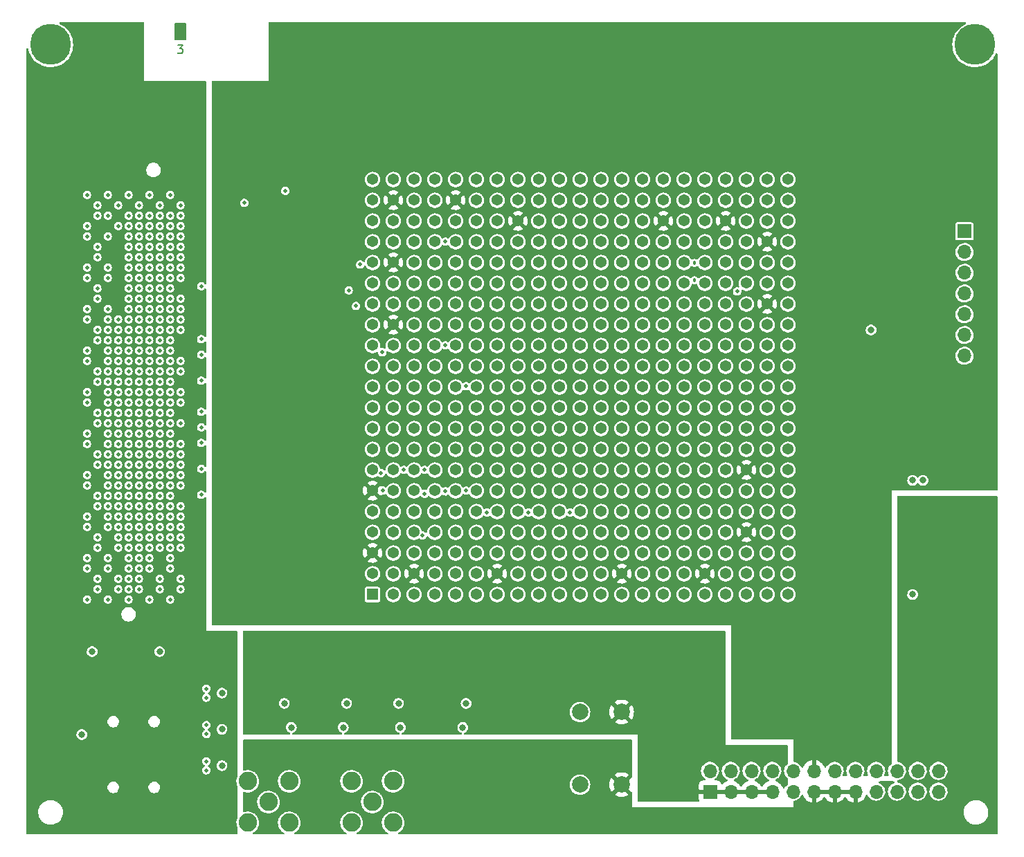
<source format=gbr>
%TF.GenerationSoftware,KiCad,Pcbnew,(6.0.9-0)*%
%TF.CreationDate,2022-12-19T14:05:17-05:00*%
%TF.ProjectId,ember-pcb,656d6265-722d-4706-9362-2e6b69636164,rev?*%
%TF.SameCoordinates,Original*%
%TF.FileFunction,Copper,L4,Inr*%
%TF.FilePolarity,Positive*%
%FSLAX46Y46*%
G04 Gerber Fmt 4.6, Leading zero omitted, Abs format (unit mm)*
G04 Created by KiCad (PCBNEW (6.0.9-0)) date 2022-12-19 14:05:17*
%MOMM*%
%LPD*%
G01*
G04 APERTURE LIST*
%TA.AperFunction,NonConductor*%
%ADD10C,0.200000*%
%TD*%
%ADD11C,0.150000*%
%TA.AperFunction,NonConductor*%
%ADD12C,0.150000*%
%TD*%
%TA.AperFunction,ComponentPad*%
%ADD13C,5.000000*%
%TD*%
%TA.AperFunction,ComponentPad*%
%ADD14R,1.700000X1.700000*%
%TD*%
%TA.AperFunction,ComponentPad*%
%ADD15O,1.700000X1.700000*%
%TD*%
%TA.AperFunction,ComponentPad*%
%ADD16C,2.000000*%
%TD*%
%TA.AperFunction,ComponentPad*%
%ADD17C,2.250000*%
%TD*%
%TA.AperFunction,ComponentPad*%
%ADD18C,0.500000*%
%TD*%
%TA.AperFunction,ComponentPad*%
%ADD19R,1.368000X1.368000*%
%TD*%
%TA.AperFunction,ComponentPad*%
%ADD20C,1.368000*%
%TD*%
%TA.AperFunction,ViaPad*%
%ADD21C,0.800000*%
%TD*%
%TA.AperFunction,ViaPad*%
%ADD22C,0.508000*%
%TD*%
%TA.AperFunction,ViaPad*%
%ADD23C,0.457200*%
%TD*%
G04 APERTURE END LIST*
D10*
X87660000Y-48470000D02*
X88930000Y-48470000D01*
X88930000Y-48470000D02*
X88930000Y-50375000D01*
X88930000Y-50375000D02*
X87660000Y-50375000D01*
X87660000Y-50375000D02*
X87660000Y-48470000D01*
G36*
X87660000Y-48470000D02*
G01*
X88930000Y-48470000D01*
X88930000Y-50375000D01*
X87660000Y-50375000D01*
X87660000Y-48470000D01*
G37*
D11*
D12*
X87961666Y-51097380D02*
X88580714Y-51097380D01*
X88247380Y-51478333D01*
X88390238Y-51478333D01*
X88485476Y-51525952D01*
X88533095Y-51573571D01*
X88580714Y-51668809D01*
X88580714Y-51906904D01*
X88533095Y-52002142D01*
X88485476Y-52049761D01*
X88390238Y-52097380D01*
X88104523Y-52097380D01*
X88009285Y-52049761D01*
X87961666Y-52002142D01*
D13*
%TO.N,GND*%
%TO.C,H1*%
X72420000Y-51010000D03*
%TD*%
D14*
%TO.N,/core_pwr*%
%TO.C,J3*%
X153060000Y-142455000D03*
D15*
%TO.N,/vdd_fsm*%
X153060000Y-139915000D03*
%TO.N,/core_pwr*%
X155600000Y-142455000D03*
%TO.N,/vdd*%
X155600000Y-139915000D03*
%TO.N,/core_pwr*%
X158140000Y-142455000D03*
%TO.N,/vdd_dac*%
X158140000Y-139915000D03*
%TO.N,/core_pwr*%
X160680000Y-142455000D03*
%TO.N,/vsa*%
X160680000Y-139915000D03*
%TO.N,unconnected-(J3-Pad9)*%
X163220000Y-142455000D03*
%TO.N,unconnected-(J3-Pad10)*%
X163220000Y-139915000D03*
%TO.N,/io_pwr*%
X165760000Y-142455000D03*
%TO.N,/vddio_fsm*%
X165760000Y-139915000D03*
%TO.N,/io_pwr*%
X168300000Y-142455000D03*
%TO.N,/vddio*%
X168300000Y-139915000D03*
%TO.N,/io_pwr*%
X170840000Y-142455000D03*
%TO.N,/vddio_dac*%
X170840000Y-139915000D03*
%TO.N,unconnected-(J3-Pad17)*%
X173380000Y-142455000D03*
%TO.N,unconnected-(J3-Pad18)*%
X173380000Y-139915000D03*
%TO.N,GND*%
X175920000Y-142455000D03*
X175920000Y-139915000D03*
X178460000Y-142455000D03*
X178460000Y-139915000D03*
X181000000Y-142455000D03*
X181000000Y-139915000D03*
%TD*%
D16*
%TO.N,Net-(C1-Pad1)*%
%TO.C,FB1*%
X137165000Y-132710000D03*
%TO.N,/core_pwr*%
X142245000Y-132710000D03*
%TD*%
D14*
%TO.N,/wl_source_pin*%
%TO.C,J4*%
X184180000Y-73865000D03*
D15*
%TO.N,/bl_source_pin*%
X184180000Y-76405000D03*
%TO.N,/sl_source_pin*%
X184180000Y-78945000D03*
%TO.N,/iref_test*%
X184180000Y-81485000D03*
%TO.N,/vdd_test*%
X184180000Y-84025000D03*
%TO.N,unconnected-(J4-Pad6)*%
X184180000Y-86565000D03*
%TO.N,GND*%
X184180000Y-89105000D03*
%TD*%
D16*
%TO.N,Net-(C6-Pad1)*%
%TO.C,FB2*%
X137165000Y-141600000D03*
%TO.N,/io_pwr*%
X142245000Y-141600000D03*
%TD*%
D17*
%TO.N,GND*%
%TO.C,J5*%
X99065000Y-143720000D03*
%TO.N,Net-(J5-Pad2)*%
X101605000Y-146260000D03*
X96525000Y-141180000D03*
X96525000Y-146260000D03*
X101605000Y-141180000D03*
%TD*%
D18*
%TO.N,GND*%
%TO.C,U4*%
X91475000Y-139835000D03*
X91475000Y-138735000D03*
%TD*%
D17*
%TO.N,GND*%
%TO.C,J2*%
X111765000Y-143720000D03*
%TO.N,Net-(J2-Pad2)*%
X114305000Y-141180000D03*
X114305000Y-146260000D03*
X109225000Y-141180000D03*
X109225000Y-146260000D03*
%TD*%
D19*
%TO.N,GND*%
%TO.C,U1*%
X111790000Y-118320000D03*
D20*
%TO.N,/di_36*%
X114330000Y-118320000D03*
%TO.N,/vddio_dac*%
X116870000Y-118320000D03*
%TO.N,/iref_test*%
X119410000Y-118320000D03*
%TO.N,/vdd_fsm*%
X121950000Y-118320000D03*
%TO.N,GND*%
X124490000Y-118320000D03*
%TO.N,/di_47*%
X127030000Y-118320000D03*
%TO.N,/vdd_dac*%
X129570000Y-118320000D03*
%TO.N,/vddio_dac*%
X132110000Y-118320000D03*
%TO.N,/vddio*%
X134650000Y-118320000D03*
%TO.N,/vsa*%
X137190000Y-118320000D03*
%TO.N,/read_ref_4*%
X139730000Y-118320000D03*
%TO.N,/rram_addr_0*%
X142270000Y-118320000D03*
%TO.N,/rram_addr_2*%
X144810000Y-118320000D03*
%TO.N,GND*%
X147350000Y-118320000D03*
%TO.N,/vdd_fsm*%
X149890000Y-118320000D03*
%TO.N,/rram_addr_10*%
X152430000Y-118320000D03*
%TO.N,/vddio_dac*%
X154970000Y-118320000D03*
%TO.N,GND*%
X157510000Y-118320000D03*
X160050000Y-118320000D03*
%TO.N,unconnected-(U1-PadA21)*%
X162590000Y-118320000D03*
%TO.N,/vddio*%
X111790000Y-115780000D03*
%TO.N,/di_34*%
X114330000Y-115780000D03*
%TO.N,/vddio_fsm*%
X116870000Y-115780000D03*
%TO.N,/vddio*%
X119410000Y-115780000D03*
%TO.N,/vdd*%
X121950000Y-115780000D03*
%TO.N,/vdd_test*%
X124490000Y-115780000D03*
%TO.N,/vddio_fsm*%
X127030000Y-115780000D03*
%TO.N,GND*%
X129570000Y-115780000D03*
%TO.N,/sa_en*%
X132110000Y-115780000D03*
%TO.N,/read_ref_1*%
X134650000Y-115780000D03*
%TO.N,/read_ref_2*%
X137190000Y-115780000D03*
%TO.N,/rram_addr_1*%
X139730000Y-115780000D03*
%TO.N,/vddio_fsm*%
X142270000Y-115780000D03*
%TO.N,/rram_addr_6*%
X144810000Y-115780000D03*
%TO.N,/vdd*%
X147350000Y-115780000D03*
%TO.N,/vddio*%
X149890000Y-115780000D03*
%TO.N,/vddio_fsm*%
X152430000Y-115780000D03*
%TO.N,/sl_en*%
X154970000Y-115780000D03*
%TO.N,/read_dac_config_0*%
X157510000Y-115780000D03*
%TO.N,/vdd_dac*%
X160050000Y-115780000D03*
%TO.N,unconnected-(U1-PadB21)*%
X162590000Y-115780000D03*
%TO.N,/vddio_fsm*%
X111790000Y-113240000D03*
%TO.N,/vdd_dac*%
X114330000Y-113240000D03*
%TO.N,GND*%
X116870000Y-113240000D03*
%TO.N,/di_37*%
X119410000Y-113240000D03*
%TO.N,/di_39*%
X121950000Y-113240000D03*
%TO.N,/di_41*%
X124490000Y-113240000D03*
%TO.N,/di_42*%
X127030000Y-113240000D03*
%TO.N,/di_44*%
X129570000Y-113240000D03*
%TO.N,/di_45*%
X132110000Y-113240000D03*
%TO.N,/set_rst*%
X134650000Y-113240000D03*
%TO.N,/read_ref_5*%
X137190000Y-113240000D03*
%TO.N,/rram_addr_4*%
X139730000Y-113240000D03*
%TO.N,/rram_addr_5*%
X142270000Y-113240000D03*
%TO.N,/rram_addr_8*%
X144810000Y-113240000D03*
%TO.N,/rram_addr_11*%
X147350000Y-113240000D03*
%TO.N,/rram_addr_13*%
X149890000Y-113240000D03*
%TO.N,/rram_addr_15*%
X152430000Y-113240000D03*
%TO.N,GND*%
X154970000Y-113240000D03*
%TO.N,/vddio*%
X157510000Y-113240000D03*
%TO.N,/vdd*%
X160050000Y-113240000D03*
%TO.N,unconnected-(U1-PadC21)*%
X162590000Y-113240000D03*
%TO.N,/di_27*%
X111790000Y-110700000D03*
%TO.N,/vdd*%
X114330000Y-110700000D03*
%TO.N,/di_32*%
X116870000Y-110700000D03*
%TO.N,/di_33*%
X119410000Y-110700000D03*
%TO.N,/di_35*%
X121950000Y-110700000D03*
%TO.N,/di_38*%
X124490000Y-110700000D03*
%TO.N,/di_40*%
X127030000Y-110700000D03*
%TO.N,/di_43*%
X129570000Y-110700000D03*
%TO.N,/di_46*%
X132110000Y-110700000D03*
%TO.N,/read_ref_0*%
X134650000Y-110700000D03*
%TO.N,/read_ref_3*%
X137190000Y-110700000D03*
%TO.N,/rram_addr_3*%
X139730000Y-110700000D03*
%TO.N,/rram_addr_7*%
X142270000Y-110700000D03*
%TO.N,/rram_addr_9*%
X144810000Y-110700000D03*
%TO.N,/rram_addr_12*%
X147350000Y-110700000D03*
%TO.N,/rram_addr_14*%
X149890000Y-110700000D03*
%TO.N,/we*%
X152430000Y-110700000D03*
%TO.N,/read_dac_config_2*%
X154970000Y-110700000D03*
%TO.N,/vddio_fsm*%
X157510000Y-110700000D03*
%TO.N,/vddio_dac*%
X160050000Y-110700000D03*
%TO.N,unconnected-(U1-PadD21)*%
X162590000Y-110700000D03*
%TO.N,/di_23*%
X111790000Y-108160000D03*
%TO.N,/vddio_dac*%
X114330000Y-108160000D03*
%TO.N,/di_30*%
X116870000Y-108160000D03*
%TO.N,/di_31*%
X119410000Y-108160000D03*
%TO.N,unconnected-(U1-PadE5)*%
X121950000Y-108160000D03*
%TO.N,unconnected-(U1-PadE6)*%
X124490000Y-108160000D03*
%TO.N,unconnected-(U1-PadE7)*%
X127030000Y-108160000D03*
%TO.N,unconnected-(U1-PadE8)*%
X129570000Y-108160000D03*
%TO.N,unconnected-(U1-PadE9)*%
X132110000Y-108160000D03*
%TO.N,unconnected-(U1-PadE10)*%
X134650000Y-108160000D03*
%TO.N,unconnected-(U1-PadE11)*%
X137190000Y-108160000D03*
%TO.N,unconnected-(U1-PadE12)*%
X139730000Y-108160000D03*
%TO.N,unconnected-(U1-PadE13)*%
X142270000Y-108160000D03*
%TO.N,unconnected-(U1-PadE14)*%
X144810000Y-108160000D03*
%TO.N,unconnected-(U1-PadE15)*%
X147350000Y-108160000D03*
%TO.N,unconnected-(U1-PadE16)*%
X149890000Y-108160000D03*
%TO.N,/read_dac_config_1*%
X152430000Y-108160000D03*
%TO.N,/wl_dac_config_0*%
X154970000Y-108160000D03*
%TO.N,/wl_dac_config_3*%
X157510000Y-108160000D03*
%TO.N,/wl_dac_config_5*%
X160050000Y-108160000D03*
%TO.N,unconnected-(U1-PadE21)*%
X162590000Y-108160000D03*
%TO.N,/vddio_fsm*%
X111790000Y-105620000D03*
%TO.N,/di_25*%
X114330000Y-105620000D03*
%TO.N,/di_28*%
X116870000Y-105620000D03*
%TO.N,/di_29*%
X119410000Y-105620000D03*
%TO.N,unconnected-(U1-PadF5)*%
X121950000Y-105620000D03*
%TO.N,unconnected-(U1-PadF6)*%
X124490000Y-105620000D03*
%TO.N,unconnected-(U1-PadF7)*%
X127030000Y-105620000D03*
%TO.N,unconnected-(U1-PadF8)*%
X129570000Y-105620000D03*
%TO.N,unconnected-(U1-PadF9)*%
X132110000Y-105620000D03*
%TO.N,unconnected-(U1-PadF10)*%
X134650000Y-105620000D03*
%TO.N,unconnected-(U1-PadF11)*%
X137190000Y-105620000D03*
%TO.N,unconnected-(U1-PadF12)*%
X139730000Y-105620000D03*
%TO.N,unconnected-(U1-PadF13)*%
X142270000Y-105620000D03*
%TO.N,unconnected-(U1-PadF14)*%
X144810000Y-105620000D03*
%TO.N,unconnected-(U1-PadF15)*%
X147350000Y-105620000D03*
%TO.N,unconnected-(U1-PadF16)*%
X149890000Y-105620000D03*
%TO.N,/read_dac_config_3*%
X152430000Y-105620000D03*
%TO.N,/wl_dac_config_2*%
X154970000Y-105620000D03*
%TO.N,/wl_dac_config_7*%
X157510000Y-105620000D03*
%TO.N,/vdd_fsm*%
X160050000Y-105620000D03*
%TO.N,unconnected-(U1-PadF21)*%
X162590000Y-105620000D03*
%TO.N,/di_18*%
X111790000Y-103080000D03*
%TO.N,/vdd_fsm*%
X114330000Y-103080000D03*
%TO.N,/di_24*%
X116870000Y-103080000D03*
%TO.N,/di_26*%
X119410000Y-103080000D03*
%TO.N,unconnected-(U1-PadG5)*%
X121950000Y-103080000D03*
%TO.N,unconnected-(U1-PadG6)*%
X124490000Y-103080000D03*
%TO.N,unconnected-(U1-PadG7)*%
X127030000Y-103080000D03*
%TO.N,unconnected-(U1-PadG8)*%
X129570000Y-103080000D03*
%TO.N,unconnected-(U1-PadG9)*%
X132110000Y-103080000D03*
%TO.N,unconnected-(U1-PadG10)*%
X134650000Y-103080000D03*
%TO.N,unconnected-(U1-PadG11)*%
X137190000Y-103080000D03*
%TO.N,unconnected-(U1-PadG12)*%
X139730000Y-103080000D03*
%TO.N,unconnected-(U1-PadG13)*%
X142270000Y-103080000D03*
%TO.N,unconnected-(U1-PadG14)*%
X144810000Y-103080000D03*
%TO.N,unconnected-(U1-PadG15)*%
X147350000Y-103080000D03*
%TO.N,unconnected-(U1-PadG16)*%
X149890000Y-103080000D03*
%TO.N,/wl_dac_config_1*%
X152430000Y-103080000D03*
%TO.N,/wl_dac_config_4*%
X154970000Y-103080000D03*
%TO.N,/vddio_fsm*%
X157510000Y-103080000D03*
%TO.N,GND*%
X160050000Y-103080000D03*
%TO.N,unconnected-(U1-PadG21)*%
X162590000Y-103080000D03*
%TO.N,/di_16*%
X111790000Y-100540000D03*
%TO.N,GND*%
X114330000Y-100540000D03*
%TO.N,/di_21*%
X116870000Y-100540000D03*
%TO.N,/di_22*%
X119410000Y-100540000D03*
%TO.N,unconnected-(U1-PadH5)*%
X121950000Y-100540000D03*
%TO.N,unconnected-(U1-PadH6)*%
X124490000Y-100540000D03*
%TO.N,unconnected-(U1-PadH7)*%
X127030000Y-100540000D03*
%TO.N,unconnected-(U1-PadH8)*%
X129570000Y-100540000D03*
%TO.N,unconnected-(U1-PadH9)*%
X132110000Y-100540000D03*
%TO.N,unconnected-(U1-PadH10)*%
X134650000Y-100540000D03*
%TO.N,unconnected-(U1-PadH11)*%
X137190000Y-100540000D03*
%TO.N,unconnected-(U1-PadH12)*%
X139730000Y-100540000D03*
%TO.N,unconnected-(U1-PadH13)*%
X142270000Y-100540000D03*
%TO.N,unconnected-(U1-PadH14)*%
X144810000Y-100540000D03*
%TO.N,unconnected-(U1-PadH15)*%
X147350000Y-100540000D03*
%TO.N,unconnected-(U1-PadH16)*%
X149890000Y-100540000D03*
%TO.N,/wl_dac_config_6*%
X152430000Y-100540000D03*
%TO.N,/wl_dac_en*%
X154970000Y-100540000D03*
%TO.N,/wl_source_pin*%
X157510000Y-100540000D03*
%TO.N,/sa_do_2*%
X160050000Y-100540000D03*
%TO.N,unconnected-(U1-PadH21)*%
X162590000Y-100540000D03*
%TO.N,/di_14*%
X111790000Y-98000000D03*
%TO.N,/di_17*%
X114330000Y-98000000D03*
%TO.N,/di_20*%
X116870000Y-98000000D03*
%TO.N,/di_19*%
X119410000Y-98000000D03*
%TO.N,unconnected-(U1-PadJ5)*%
X121950000Y-98000000D03*
%TO.N,unconnected-(U1-PadJ6)*%
X124490000Y-98000000D03*
%TO.N,unconnected-(U1-PadJ7)*%
X127030000Y-98000000D03*
%TO.N,unconnected-(U1-PadJ8)*%
X129570000Y-98000000D03*
%TO.N,unconnected-(U1-PadJ9)*%
X132110000Y-98000000D03*
%TO.N,unconnected-(U1-PadJ10)*%
X134650000Y-98000000D03*
%TO.N,unconnected-(U1-PadJ11)*%
X137190000Y-98000000D03*
%TO.N,unconnected-(U1-PadJ12)*%
X139730000Y-98000000D03*
%TO.N,unconnected-(U1-PadJ13)*%
X142270000Y-98000000D03*
%TO.N,unconnected-(U1-PadJ14)*%
X144810000Y-98000000D03*
%TO.N,unconnected-(U1-PadJ15)*%
X147350000Y-98000000D03*
%TO.N,unconnected-(U1-PadJ16)*%
X149890000Y-98000000D03*
%TO.N,/bleed_en*%
X152430000Y-98000000D03*
%TO.N,/wl_en*%
X154970000Y-98000000D03*
%TO.N,/sa_do_0*%
X157510000Y-98000000D03*
%TO.N,/sa_do_4*%
X160050000Y-98000000D03*
%TO.N,unconnected-(U1-PadJ21)*%
X162590000Y-98000000D03*
%TO.N,/vsa*%
X111790000Y-95460000D03*
%TO.N,/di_12*%
X114330000Y-95460000D03*
%TO.N,/di_15*%
X116870000Y-95460000D03*
%TO.N,/di_13*%
X119410000Y-95460000D03*
%TO.N,unconnected-(U1-PadK5)*%
X121950000Y-95460000D03*
%TO.N,unconnected-(U1-PadK6)*%
X124490000Y-95460000D03*
%TO.N,unconnected-(U1-PadK7)*%
X127030000Y-95460000D03*
%TO.N,unconnected-(U1-PadK8)*%
X129570000Y-95460000D03*
%TO.N,unconnected-(U1-PadK9)*%
X132110000Y-95460000D03*
%TO.N,unconnected-(U1-PadK10)*%
X134650000Y-95460000D03*
%TO.N,unconnected-(U1-PadK11)*%
X137190000Y-95460000D03*
%TO.N,unconnected-(U1-PadK12)*%
X139730000Y-95460000D03*
%TO.N,unconnected-(U1-PadK13)*%
X142270000Y-95460000D03*
%TO.N,unconnected-(U1-PadK14)*%
X144810000Y-95460000D03*
%TO.N,unconnected-(U1-PadK15)*%
X147350000Y-95460000D03*
%TO.N,unconnected-(U1-PadK16)*%
X149890000Y-95460000D03*
%TO.N,/sa_do_3*%
X152430000Y-95460000D03*
%TO.N,/sa_do_1*%
X154970000Y-95460000D03*
%TO.N,/sa_do_5*%
X157510000Y-95460000D03*
%TO.N,/vsa*%
X160050000Y-95460000D03*
%TO.N,unconnected-(U1-PadK21)*%
X162590000Y-95460000D03*
%TO.N,/vdd*%
X111790000Y-92920000D03*
%TO.N,/di_11*%
X114330000Y-92920000D03*
%TO.N,/di_9*%
X116870000Y-92920000D03*
%TO.N,/di_10*%
X119410000Y-92920000D03*
%TO.N,unconnected-(U1-PadL5)*%
X121950000Y-92920000D03*
%TO.N,unconnected-(U1-PadL6)*%
X124490000Y-92920000D03*
%TO.N,unconnected-(U1-PadL7)*%
X127030000Y-92920000D03*
%TO.N,unconnected-(U1-PadL8)*%
X129570000Y-92920000D03*
%TO.N,unconnected-(U1-PadL9)*%
X132110000Y-92920000D03*
%TO.N,unconnected-(U1-PadL10)*%
X134650000Y-92920000D03*
%TO.N,unconnected-(U1-PadL11)*%
X137190000Y-92920000D03*
%TO.N,unconnected-(U1-PadL12)*%
X139730000Y-92920000D03*
%TO.N,unconnected-(U1-PadL13)*%
X142270000Y-92920000D03*
%TO.N,unconnected-(U1-PadL14)*%
X144810000Y-92920000D03*
%TO.N,unconnected-(U1-PadL15)*%
X147350000Y-92920000D03*
%TO.N,unconnected-(U1-PadL16)*%
X149890000Y-92920000D03*
%TO.N,/sa_do_7*%
X152430000Y-92920000D03*
%TO.N,/sa_do_8*%
X154970000Y-92920000D03*
%TO.N,/sa_do_6*%
X157510000Y-92920000D03*
%TO.N,/vdd*%
X160050000Y-92920000D03*
%TO.N,unconnected-(U1-PadL21)*%
X162590000Y-92920000D03*
%TO.N,/vddio_dac*%
X111790000Y-90380000D03*
%TO.N,/di_7*%
X114330000Y-90380000D03*
%TO.N,/di_5*%
X116870000Y-90380000D03*
%TO.N,/di_6*%
X119410000Y-90380000D03*
%TO.N,unconnected-(U1-PadM5)*%
X121950000Y-90380000D03*
%TO.N,unconnected-(U1-PadM6)*%
X124490000Y-90380000D03*
%TO.N,unconnected-(U1-PadM7)*%
X127030000Y-90380000D03*
%TO.N,unconnected-(U1-PadM8)*%
X129570000Y-90380000D03*
%TO.N,unconnected-(U1-PadM9)*%
X132110000Y-90380000D03*
%TO.N,unconnected-(U1-PadM10)*%
X134650000Y-90380000D03*
%TO.N,unconnected-(U1-PadM11)*%
X137190000Y-90380000D03*
%TO.N,unconnected-(U1-PadM12)*%
X139730000Y-90380000D03*
%TO.N,unconnected-(U1-PadM13)*%
X142270000Y-90380000D03*
%TO.N,unconnected-(U1-PadM14)*%
X144810000Y-90380000D03*
%TO.N,unconnected-(U1-PadM15)*%
X147350000Y-90380000D03*
%TO.N,unconnected-(U1-PadM16)*%
X149890000Y-90380000D03*
%TO.N,/sa_do_11*%
X152430000Y-90380000D03*
%TO.N,/sa_do_12*%
X154970000Y-90380000D03*
%TO.N,/sa_do_9*%
X157510000Y-90380000D03*
%TO.N,/vddio_dac*%
X160050000Y-90380000D03*
%TO.N,unconnected-(U1-PadM21)*%
X162590000Y-90380000D03*
%TO.N,/vddio*%
X111790000Y-87840000D03*
%TO.N,/di_8*%
X114330000Y-87840000D03*
%TO.N,/di_4*%
X116870000Y-87840000D03*
%TO.N,/di_2*%
X119410000Y-87840000D03*
%TO.N,unconnected-(U1-PadN5)*%
X121950000Y-87840000D03*
%TO.N,unconnected-(U1-PadN6)*%
X124490000Y-87840000D03*
%TO.N,unconnected-(U1-PadN7)*%
X127030000Y-87840000D03*
%TO.N,unconnected-(U1-PadN8)*%
X129570000Y-87840000D03*
%TO.N,unconnected-(U1-PadN9)*%
X132110000Y-87840000D03*
%TO.N,unconnected-(U1-PadN10)*%
X134650000Y-87840000D03*
%TO.N,unconnected-(U1-PadN11)*%
X137190000Y-87840000D03*
%TO.N,unconnected-(U1-PadN12)*%
X139730000Y-87840000D03*
%TO.N,unconnected-(U1-PadN13)*%
X142270000Y-87840000D03*
%TO.N,unconnected-(U1-PadN14)*%
X144810000Y-87840000D03*
%TO.N,unconnected-(U1-PadN15)*%
X147350000Y-87840000D03*
%TO.N,unconnected-(U1-PadN16)*%
X149890000Y-87840000D03*
%TO.N,/sa_do_14*%
X152430000Y-87840000D03*
%TO.N,/sa_do_13*%
X154970000Y-87840000D03*
%TO.N,GND*%
X157510000Y-87840000D03*
%TO.N,/vddio*%
X160050000Y-87840000D03*
%TO.N,unconnected-(U1-PadN21)*%
X162590000Y-87840000D03*
%TO.N,GND*%
X111790000Y-85300000D03*
%TO.N,/vddio_fsm*%
X114330000Y-85300000D03*
%TO.N,/di_0*%
X116870000Y-85300000D03*
%TO.N,/clamp_ref_5*%
X119410000Y-85300000D03*
%TO.N,unconnected-(U1-PadP5)*%
X121950000Y-85300000D03*
%TO.N,unconnected-(U1-PadP6)*%
X124490000Y-85300000D03*
%TO.N,unconnected-(U1-PadP7)*%
X127030000Y-85300000D03*
%TO.N,unconnected-(U1-PadP8)*%
X129570000Y-85300000D03*
%TO.N,unconnected-(U1-PadP9)*%
X132110000Y-85300000D03*
%TO.N,unconnected-(U1-PadP10)*%
X134650000Y-85300000D03*
%TO.N,unconnected-(U1-PadP11)*%
X137190000Y-85300000D03*
%TO.N,unconnected-(U1-PadP12)*%
X139730000Y-85300000D03*
%TO.N,unconnected-(U1-PadP13)*%
X142270000Y-85300000D03*
%TO.N,unconnected-(U1-PadP14)*%
X144810000Y-85300000D03*
%TO.N,unconnected-(U1-PadP15)*%
X147350000Y-85300000D03*
%TO.N,unconnected-(U1-PadP16)*%
X149890000Y-85300000D03*
%TO.N,/sa_do_18*%
X152430000Y-85300000D03*
%TO.N,/sa_do_16*%
X154970000Y-85300000D03*
%TO.N,/vdd_fsm*%
X157510000Y-85300000D03*
%TO.N,/sa_do_10*%
X160050000Y-85300000D03*
%TO.N,unconnected-(U1-PadP21)*%
X162590000Y-85300000D03*
%TO.N,/vdd_fsm*%
X111790000Y-82760000D03*
%TO.N,/di_3*%
X114330000Y-82760000D03*
%TO.N,/rst_n*%
X116870000Y-82760000D03*
%TO.N,/clamp_ref_3*%
X119410000Y-82760000D03*
%TO.N,unconnected-(U1-PadR5)*%
X121950000Y-82760000D03*
%TO.N,unconnected-(U1-PadR6)*%
X124490000Y-82760000D03*
%TO.N,unconnected-(U1-PadR7)*%
X127030000Y-82760000D03*
%TO.N,unconnected-(U1-PadR8)*%
X129570000Y-82760000D03*
%TO.N,unconnected-(U1-PadR9)*%
X132110000Y-82760000D03*
%TO.N,unconnected-(U1-PadR10)*%
X134650000Y-82760000D03*
%TO.N,unconnected-(U1-PadR11)*%
X137190000Y-82760000D03*
%TO.N,unconnected-(U1-PadR12)*%
X139730000Y-82760000D03*
%TO.N,unconnected-(U1-PadR13)*%
X142270000Y-82760000D03*
%TO.N,unconnected-(U1-PadR14)*%
X144810000Y-82760000D03*
%TO.N,unconnected-(U1-PadR15)*%
X147350000Y-82760000D03*
%TO.N,unconnected-(U1-PadR16)*%
X149890000Y-82760000D03*
%TO.N,/sa_do_21*%
X152430000Y-82760000D03*
%TO.N,/sa_do_20*%
X154970000Y-82760000D03*
%TO.N,/sa_do_17*%
X157510000Y-82760000D03*
%TO.N,/vddio_fsm*%
X160050000Y-82760000D03*
%TO.N,unconnected-(U1-PadR21)*%
X162590000Y-82760000D03*
%TO.N,/di_1*%
X111790000Y-80220000D03*
%TO.N,/bl_en*%
X114330000Y-80220000D03*
%TO.N,/clamp_ref_4*%
X116870000Y-80220000D03*
%TO.N,/clamp_ref_1*%
X119410000Y-80220000D03*
%TO.N,unconnected-(U1-PadS5)*%
X121950000Y-80220000D03*
%TO.N,unconnected-(U1-PadS6)*%
X124490000Y-80220000D03*
%TO.N,unconnected-(U1-PadS7)*%
X127030000Y-80220000D03*
%TO.N,unconnected-(U1-PadS8)*%
X129570000Y-80220000D03*
%TO.N,unconnected-(U1-PadS9)*%
X132110000Y-80220000D03*
%TO.N,unconnected-(U1-PadS10)*%
X134650000Y-80220000D03*
%TO.N,unconnected-(U1-PadS11)*%
X137190000Y-80220000D03*
%TO.N,unconnected-(U1-PadS12)*%
X139730000Y-80220000D03*
%TO.N,unconnected-(U1-PadS13)*%
X142270000Y-80220000D03*
%TO.N,unconnected-(U1-PadS14)*%
X144810000Y-80220000D03*
%TO.N,unconnected-(U1-PadS15)*%
X147350000Y-80220000D03*
%TO.N,unconnected-(U1-PadS16)*%
X149890000Y-80220000D03*
%TO.N,/sa_do_23*%
X152430000Y-80220000D03*
%TO.N,/sa_do_22*%
X154970000Y-80220000D03*
%TO.N,/vddio_dac*%
X157510000Y-80220000D03*
%TO.N,/sa_do_15*%
X160050000Y-80220000D03*
%TO.N,unconnected-(U1-PadS21)*%
X162590000Y-80220000D03*
%TO.N,/vddio_dac*%
X111790000Y-77680000D03*
%TO.N,/vddio_fsm*%
X114330000Y-77680000D03*
%TO.N,/clamp_ref_2*%
X116870000Y-77680000D03*
%TO.N,/bsl_dac_en*%
X119410000Y-77680000D03*
%TO.N,/bsl_dac_config_4*%
X121950000Y-77680000D03*
%TO.N,/bsl_dac_config_2*%
X124490000Y-77680000D03*
%TO.N,/bsl_dac_config_0*%
X127030000Y-77680000D03*
%TO.N,/mclk_pause*%
X129570000Y-77680000D03*
%TO.N,/mosi*%
X132110000Y-77680000D03*
%TO.N,/heartbeat*%
X134650000Y-77680000D03*
%TO.N,/sa_do_45*%
X137190000Y-77680000D03*
%TO.N,/sa_do_39*%
X139730000Y-77680000D03*
%TO.N,/sa_do_36*%
X142270000Y-77680000D03*
%TO.N,/sa_do_32*%
X144810000Y-77680000D03*
%TO.N,/sa_do_29*%
X147350000Y-77680000D03*
%TO.N,/sa_do_27*%
X149890000Y-77680000D03*
%TO.N,/sa_do_25*%
X152430000Y-77680000D03*
%TO.N,/sa_do_24*%
X154970000Y-77680000D03*
%TO.N,/vdd*%
X157510000Y-77680000D03*
%TO.N,/sa_do_19*%
X160050000Y-77680000D03*
%TO.N,unconnected-(U1-PadT21)*%
X162590000Y-77680000D03*
%TO.N,/vdd*%
X111790000Y-75140000D03*
%TO.N,/vddio*%
X114330000Y-75140000D03*
%TO.N,GND*%
X116870000Y-75140000D03*
%TO.N,/read_dac_en*%
X119410000Y-75140000D03*
%TO.N,/bsl_dac_config_3*%
X121950000Y-75140000D03*
%TO.N,/bsl_dac_config_1*%
X124490000Y-75140000D03*
%TO.N,/aclk*%
X127030000Y-75140000D03*
%TO.N,/sclk*%
X129570000Y-75140000D03*
%TO.N,/sc*%
X132110000Y-75140000D03*
%TO.N,/man*%
X134650000Y-75140000D03*
%TO.N,/sa_do_43*%
X137190000Y-75140000D03*
%TO.N,/sa_do_38*%
X139730000Y-75140000D03*
%TO.N,/sa_do_37*%
X142270000Y-75140000D03*
%TO.N,/sa_do_34*%
X144810000Y-75140000D03*
%TO.N,/sa_do_33*%
X147350000Y-75140000D03*
%TO.N,/sa_do_30*%
X149890000Y-75140000D03*
%TO.N,/sa_do_28*%
X152430000Y-75140000D03*
%TO.N,GND*%
X154970000Y-75140000D03*
%TO.N,/vdd_dac*%
X157510000Y-75140000D03*
%TO.N,/vddio_fsm*%
X160050000Y-75140000D03*
%TO.N,unconnected-(U1-PadU21)*%
X162590000Y-75140000D03*
%TO.N,/vdd_dac*%
X111790000Y-72600000D03*
%TO.N,/clamp_ref_0*%
X114330000Y-72600000D03*
%TO.N,/vddio*%
X116870000Y-72600000D03*
%TO.N,/vsa*%
X119410000Y-72600000D03*
%TO.N,/vdd_fsm*%
X121950000Y-72600000D03*
%TO.N,/sl_source_pin*%
X124490000Y-72600000D03*
%TO.N,GND*%
X127030000Y-72600000D03*
%TO.N,/vddio_fsm*%
X129570000Y-72600000D03*
%TO.N,/miso*%
X132110000Y-72600000D03*
%TO.N,/sa_rdy*%
X134650000Y-72600000D03*
%TO.N,/sa_do_47*%
X137190000Y-72600000D03*
%TO.N,/sa_do_41*%
X139730000Y-72600000D03*
%TO.N,/sa_do_42*%
X142270000Y-72600000D03*
%TO.N,/vdd*%
X144810000Y-72600000D03*
%TO.N,/vddio_fsm*%
X147350000Y-72600000D03*
%TO.N,/vddio_dac*%
X149890000Y-72600000D03*
%TO.N,/sa_do_31*%
X152430000Y-72600000D03*
%TO.N,/vddio_fsm*%
X154970000Y-72600000D03*
%TO.N,/sa_do_26*%
X157510000Y-72600000D03*
%TO.N,/vddio*%
X160050000Y-72600000D03*
%TO.N,unconnected-(U1-PadV21)*%
X162590000Y-72600000D03*
%TO.N,GND*%
X111790000Y-70060000D03*
%TO.N,/vddio_fsm*%
X114330000Y-70060000D03*
%TO.N,/bl_source_pin*%
X116870000Y-70060000D03*
%TO.N,/vddio_dac*%
X119410000Y-70060000D03*
%TO.N,/vddio_fsm*%
X121950000Y-70060000D03*
%TO.N,/vdd*%
X124490000Y-70060000D03*
%TO.N,/sa_clk*%
X127030000Y-70060000D03*
%TO.N,/byp*%
X129570000Y-70060000D03*
%TO.N,/vdd_dac*%
X132110000Y-70060000D03*
%TO.N,/vddio_dac*%
X134650000Y-70060000D03*
%TO.N,/vddio*%
X137190000Y-70060000D03*
%TO.N,/sa_do_46*%
X139730000Y-70060000D03*
%TO.N,/sa_do_44*%
X142270000Y-70060000D03*
%TO.N,/sa_do_40*%
X144810000Y-70060000D03*
%TO.N,GND*%
X147350000Y-70060000D03*
%TO.N,/sa_do_35*%
X149890000Y-70060000D03*
%TO.N,/vdd_fsm*%
X152430000Y-70060000D03*
%TO.N,/vsa*%
X154970000Y-70060000D03*
%TO.N,/vddio*%
X157510000Y-70060000D03*
%TO.N,GND*%
X160050000Y-70060000D03*
%TO.N,unconnected-(U1-PadW21)*%
X162590000Y-70060000D03*
%TO.N,unconnected-(U1-PadX1)*%
X111790000Y-67520000D03*
%TO.N,unconnected-(U1-PadX2)*%
X114330000Y-67520000D03*
%TO.N,unconnected-(U1-PadX3)*%
X116870000Y-67520000D03*
%TO.N,unconnected-(U1-PadX4)*%
X119410000Y-67520000D03*
%TO.N,unconnected-(U1-PadX5)*%
X121950000Y-67520000D03*
%TO.N,unconnected-(U1-PadX6)*%
X124490000Y-67520000D03*
%TO.N,unconnected-(U1-PadX7)*%
X127030000Y-67520000D03*
%TO.N,unconnected-(U1-PadX8)*%
X129570000Y-67520000D03*
%TO.N,unconnected-(U1-PadX9)*%
X132110000Y-67520000D03*
%TO.N,unconnected-(U1-PadX10)*%
X134650000Y-67520000D03*
%TO.N,unconnected-(U1-PadX11)*%
X137190000Y-67520000D03*
%TO.N,unconnected-(U1-PadX12)*%
X139730000Y-67520000D03*
%TO.N,unconnected-(U1-PadX13)*%
X142270000Y-67520000D03*
%TO.N,unconnected-(U1-PadX14)*%
X144810000Y-67520000D03*
%TO.N,unconnected-(U1-PadX15)*%
X147350000Y-67520000D03*
%TO.N,unconnected-(U1-PadX16)*%
X149890000Y-67520000D03*
%TO.N,unconnected-(U1-PadX17)*%
X152430000Y-67520000D03*
%TO.N,unconnected-(U1-PadX18)*%
X154970000Y-67520000D03*
%TO.N,unconnected-(U1-PadX19)*%
X157510000Y-67520000D03*
%TO.N,unconnected-(U1-PadX20)*%
X160050000Y-67520000D03*
%TO.N,unconnected-(U1-PadX21)*%
X162590000Y-67520000D03*
%TD*%
D18*
%TO.N,GND*%
%TO.C,U2*%
X91475000Y-129845000D03*
X91475000Y-130945000D03*
%TD*%
D13*
%TO.N,GND*%
%TO.C,H2*%
X185450000Y-51010000D03*
%TD*%
D18*
%TO.N,GND*%
%TO.C,U3*%
X91475000Y-134290000D03*
X91475000Y-135390000D03*
%TD*%
D21*
%TO.N,Net-(J1-PadD1)*%
X85755000Y-125305000D03*
%TO.N,Net-(J2-Pad2)*%
X76235000Y-135460000D03*
D22*
%TO.N,GND*%
X87025000Y-94825000D03*
X76865000Y-110065000D03*
X83215000Y-82125000D03*
D21*
X93380000Y-130395000D03*
D22*
X85755000Y-108795000D03*
X83215000Y-112605000D03*
X87025000Y-69425000D03*
X78135000Y-116415000D03*
X79405000Y-89745000D03*
D21*
X108215000Y-134595000D03*
D22*
X88295000Y-108795000D03*
X79405000Y-69425000D03*
X85755000Y-93555000D03*
X85755000Y-116415000D03*
X80675000Y-73235000D03*
X85755000Y-74505000D03*
X84485000Y-115145000D03*
X80675000Y-92285000D03*
X87025000Y-83395000D03*
X78135000Y-101175000D03*
X87025000Y-113875000D03*
X78135000Y-91015000D03*
X78135000Y-85935000D03*
X88295000Y-70695000D03*
D21*
X123225000Y-131650000D03*
D22*
X88295000Y-93555000D03*
X79405000Y-99905000D03*
X76865000Y-69425000D03*
X83215000Y-89745000D03*
X87025000Y-115145000D03*
X81945000Y-113875000D03*
X78135000Y-96095000D03*
X88295000Y-112605000D03*
X87025000Y-79585000D03*
X76865000Y-103715000D03*
X85755000Y-112605000D03*
X81945000Y-102445000D03*
X81945000Y-87205000D03*
X87025000Y-118955000D03*
X78135000Y-106255000D03*
X85755000Y-101175000D03*
X88295000Y-116415000D03*
X80675000Y-88475000D03*
X84485000Y-110065000D03*
X80675000Y-99905000D03*
X79405000Y-115145000D03*
X84485000Y-94825000D03*
X81945000Y-71965000D03*
X83215000Y-70695000D03*
X79405000Y-113875000D03*
X79405000Y-118955000D03*
D21*
X115200000Y-134595000D03*
D22*
X81945000Y-118955000D03*
X81945000Y-94825000D03*
X87025000Y-87205000D03*
X84485000Y-106255000D03*
X85755000Y-78315000D03*
X85755000Y-97365000D03*
X81945000Y-69425000D03*
X76865000Y-94825000D03*
X88295000Y-74505000D03*
X78135000Y-107525000D03*
X81945000Y-91015000D03*
X88295000Y-82125000D03*
X76865000Y-89745000D03*
X85755000Y-70695000D03*
X78135000Y-102445000D03*
X87025000Y-110065000D03*
X79405000Y-104985000D03*
X78135000Y-80855000D03*
X80675000Y-112605000D03*
D21*
X122820000Y-134595000D03*
X101865000Y-134595000D03*
X177830000Y-118320000D03*
X108620000Y-131650000D03*
D22*
X76865000Y-118955000D03*
X84485000Y-102445000D03*
X76865000Y-88475000D03*
X83215000Y-116415000D03*
X79405000Y-83395000D03*
X88295000Y-78315000D03*
X76865000Y-78315000D03*
X87025000Y-106255000D03*
X81945000Y-83395000D03*
X83215000Y-108795000D03*
X88295000Y-85935000D03*
X84485000Y-71965000D03*
X84485000Y-75775000D03*
X83215000Y-74505000D03*
X78135000Y-112605000D03*
X83215000Y-78315000D03*
X84485000Y-113875000D03*
X88295000Y-97365000D03*
X79405000Y-110065000D03*
X84485000Y-91015000D03*
X79405000Y-98635000D03*
D21*
X101000000Y-131650000D03*
D22*
X83215000Y-101175000D03*
X83215000Y-117685000D03*
X80675000Y-70695000D03*
X84485000Y-98635000D03*
X78135000Y-97365000D03*
X76865000Y-98635000D03*
X78135000Y-77045000D03*
X76865000Y-73235000D03*
X84485000Y-69425000D03*
X79405000Y-71965000D03*
X81945000Y-115145000D03*
X80675000Y-117685000D03*
X76865000Y-79585000D03*
X85755000Y-85935000D03*
X81945000Y-106255000D03*
X80675000Y-107525000D03*
X88295000Y-89745000D03*
X81945000Y-79585000D03*
X76865000Y-84665000D03*
X76865000Y-104985000D03*
X76865000Y-115145000D03*
X79405000Y-103715000D03*
X76865000Y-74505000D03*
X87025000Y-98635000D03*
X78135000Y-117685000D03*
X78135000Y-87205000D03*
X85755000Y-117685000D03*
X79405000Y-78315000D03*
X76865000Y-99905000D03*
X84485000Y-83395000D03*
X79405000Y-108795000D03*
X79405000Y-93555000D03*
X79405000Y-94825000D03*
X78135000Y-111335000D03*
X78135000Y-71965000D03*
X79405000Y-84665000D03*
X76865000Y-93555000D03*
X87025000Y-75775000D03*
X80675000Y-103715000D03*
X87025000Y-71965000D03*
X87025000Y-91015000D03*
X80675000Y-116415000D03*
X78135000Y-75775000D03*
X78135000Y-92285000D03*
X79405000Y-88475000D03*
D21*
X114970000Y-131650000D03*
D22*
X76865000Y-108795000D03*
D21*
X93380000Y-134825000D03*
D22*
X79405000Y-79585000D03*
D21*
X77500000Y-125305000D03*
X93380000Y-139270000D03*
D22*
X76865000Y-83395000D03*
X78135000Y-70695000D03*
X76865000Y-113875000D03*
X80675000Y-111335000D03*
X85755000Y-82125000D03*
X88295000Y-104985000D03*
X83215000Y-85935000D03*
X81945000Y-75775000D03*
X83215000Y-97365000D03*
X78135000Y-82125000D03*
X83215000Y-104985000D03*
X88295000Y-101175000D03*
X84485000Y-79585000D03*
X85755000Y-104985000D03*
X88295000Y-117685000D03*
X80675000Y-84665000D03*
X85755000Y-89745000D03*
X80675000Y-96095000D03*
X84485000Y-87205000D03*
X79405000Y-74505000D03*
X87025000Y-102445000D03*
X81945000Y-98635000D03*
X81945000Y-110065000D03*
X83215000Y-93555000D03*
X84485000Y-118955000D03*
D21*
%TO.N,+3.3V*%
X93380000Y-141557500D03*
D22*
X80675000Y-71965000D03*
X80675000Y-69425000D03*
X79405000Y-70695000D03*
D21*
X93380000Y-132667500D03*
D22*
X80675000Y-74505000D03*
D21*
X81950000Y-138000000D03*
D22*
%TO.N,/sclk*%
X101122000Y-68917000D03*
X88295000Y-84665000D03*
%TO.N,/sc*%
X81945000Y-77045000D03*
D23*
%TO.N,/mosi*%
X151160000Y-79839000D03*
X151160000Y-77723575D03*
D22*
X81945000Y-82125000D03*
%TO.N,/read_dac_config_1*%
X79405000Y-101175000D03*
%TO.N,/rst_n*%
X80675000Y-87205000D03*
%TO.N,/read_dac_config_0*%
X80675000Y-110065000D03*
D21*
%TO.N,/byp*%
X179100000Y-104350000D03*
%TO.N,/man*%
X177830000Y-104350000D03*
D22*
%TO.N,/di_42*%
X80675000Y-108795000D03*
%TO.N,/clamp_ref_1*%
X87025000Y-85935000D03*
%TO.N,/clamp_ref_2*%
X85755000Y-84665000D03*
%TO.N,/clamp_ref_3*%
X83215000Y-87205000D03*
%TO.N,/clamp_ref_4*%
X84485000Y-85935000D03*
%TO.N,/wl_dac_config_0*%
X80675000Y-101175000D03*
D21*
%TO.N,/core_pwr*%
X108445000Y-128650000D03*
X122415000Y-128650000D03*
X132575000Y-128650000D03*
X115430000Y-128650000D03*
%TO.N,/io_pwr*%
X132520000Y-137595000D03*
X122360000Y-137595000D03*
X108390000Y-137595000D03*
X184180000Y-117685000D03*
X115375000Y-137595000D03*
D22*
%TO.N,/di_47*%
X81945000Y-116415000D03*
%TO.N,/di_21*%
X80675000Y-97365000D03*
%TO.N,/rram_addr_0*%
X83215000Y-113875000D03*
%TO.N,/di_8*%
X80675000Y-89745000D03*
%TO.N,/di_36*%
X81945000Y-117685000D03*
%TO.N,/rram_addr_2*%
X81945000Y-112605000D03*
%TO.N,/sa_en*%
X81945000Y-111335000D03*
%TO.N,/di_44*%
X81945000Y-108795000D03*
%TO.N,/di_43*%
X81945000Y-104985000D03*
%TO.N,/di_22*%
X81945000Y-97365000D03*
%TO.N,/rram_addr_6*%
X87025000Y-111335000D03*
%TO.N,/di_14*%
X81945000Y-96095000D03*
%TO.N,/di_4*%
X81945000Y-89745000D03*
%TO.N,/di_37*%
X83215000Y-110065000D03*
%TO.N,/di_39*%
X85755000Y-110065000D03*
%TO.N,/sa_do_13*%
X81945000Y-88475000D03*
%TO.N,/sa_do_36*%
X81945000Y-80855000D03*
%TO.N,/miso*%
X81945000Y-74505000D03*
%TO.N,/sa_do_41*%
X81945000Y-73235000D03*
%TO.N,/set_rst*%
X87025000Y-108795000D03*
%TO.N,/read_ref_5*%
X79405000Y-107525000D03*
%TO.N,/rram_addr_4*%
X81945000Y-107525000D03*
%TO.N,/rram_addr_5*%
X83215000Y-107525000D03*
%TO.N,/read_ref_4*%
X83215000Y-115145000D03*
%TO.N,/rram_addr_11*%
X85755000Y-107525000D03*
%TO.N,/read_ref_1*%
X83215000Y-111335000D03*
%TO.N,/rram_addr_15*%
X88295000Y-107525000D03*
%TO.N,/di_27*%
X79405000Y-106255000D03*
%TO.N,/di_32*%
X80675000Y-106255000D03*
%TO.N,/di_33*%
X83215000Y-106255000D03*
%TO.N,/di_35*%
X85755000Y-106255000D03*
X117908985Y-111103985D03*
%TO.N,/di_38*%
X118140000Y-106001000D03*
X90835000Y-106128000D03*
%TO.N,/di_40*%
X80675000Y-104985000D03*
X125760000Y-108287000D03*
%TO.N,/rram_addr_3*%
X83215000Y-103715000D03*
%TO.N,/di_46*%
X130840000Y-108287000D03*
X84485000Y-104985000D03*
%TO.N,/read_ref_0*%
X87025000Y-104985000D03*
%TO.N,/read_ref_3*%
X81945000Y-103715000D03*
X135920000Y-108287000D03*
%TO.N,/di_23*%
X113060000Y-105620000D03*
X83215000Y-102445000D03*
%TO.N,/rram_addr_7*%
X84485000Y-103715000D03*
%TO.N,/rram_addr_9*%
X85755000Y-103715000D03*
%TO.N,/di_26*%
X83215000Y-98635000D03*
%TO.N,/di_0*%
X83215000Y-88475000D03*
%TO.N,/we*%
X79405000Y-102445000D03*
%TO.N,/read_dac_config_2*%
X80675000Y-102445000D03*
%TO.N,/bsl_dac_config_2*%
X110266000Y-77934000D03*
X108869000Y-81109000D03*
X83215000Y-83395000D03*
%TO.N,/sa_do_32*%
X83215000Y-80855000D03*
%TO.N,/sa_do_19*%
X83215000Y-79585000D03*
%TO.N,/sa_do_43*%
X83215000Y-77045000D03*
%TO.N,/sa_do_30*%
X83215000Y-75775000D03*
%TO.N,/wl_dac_config_3*%
X81945000Y-101175000D03*
%TO.N,/wl_dac_config_5*%
X84485000Y-101175000D03*
%TO.N,/di_25*%
X112806000Y-103461000D03*
X87025000Y-101175000D03*
X90835000Y-102953000D03*
%TO.N,/di_28*%
X118140000Y-103080000D03*
X81945000Y-99905000D03*
%TO.N,/di_29*%
X115600000Y-103080000D03*
X83215000Y-99905000D03*
%TO.N,/sa_do_42*%
X83215000Y-73235000D03*
%TO.N,/wl_dac_config_2*%
X85755000Y-99905000D03*
%TO.N,/sa_do_44*%
X83215000Y-71965000D03*
%TO.N,/di_18*%
X88295000Y-99905000D03*
%TO.N,/di_24*%
X80675000Y-98635000D03*
%TO.N,/rram_addr_10*%
X84485000Y-112605000D03*
%TO.N,/read_ref_2*%
X84485000Y-111335000D03*
%TO.N,/di_45*%
X84485000Y-108795000D03*
%TO.N,/di_16*%
X79405000Y-97365000D03*
%TO.N,/rram_addr_8*%
X84485000Y-107525000D03*
%TO.N,/read_dac_config_3*%
X84485000Y-99905000D03*
%TO.N,/wl_dac_config_6*%
X84485000Y-97365000D03*
%TO.N,/wl_dac_en*%
X87025000Y-97365000D03*
%TO.N,/sa_do_2*%
X79405000Y-96095000D03*
%TO.N,/di_2*%
X84485000Y-89745000D03*
%TO.N,/di_17*%
X83215000Y-96095000D03*
%TO.N,/di_20*%
X84485000Y-96095000D03*
%TO.N,/di_19*%
X85755000Y-96095000D03*
%TO.N,/bleed_en*%
X87025000Y-96095000D03*
X90835000Y-97873000D03*
%TO.N,/wl_en*%
X90835000Y-95968000D03*
%TO.N,/sa_do_0*%
X80675000Y-94825000D03*
%TO.N,/sa_do_4*%
X83215000Y-94825000D03*
%TO.N,/di_12*%
X85755000Y-94825000D03*
%TO.N,/di_15*%
X88295000Y-94825000D03*
%TO.N,/di_13*%
X123220000Y-92832849D03*
X80675000Y-93555000D03*
%TO.N,/sa_do_3*%
X81945000Y-93555000D03*
%TO.N,/sa_do_1*%
X84485000Y-93555000D03*
%TO.N,/clamp_ref_5*%
X84485000Y-88475000D03*
%TO.N,/di_11*%
X79405000Y-92285000D03*
X112985600Y-88676400D03*
%TO.N,/di_9*%
X81945000Y-92285000D03*
%TO.N,/di_10*%
X83215000Y-92285000D03*
%TO.N,/sa_do_7*%
X84485000Y-92285000D03*
%TO.N,/sa_do_10*%
X84485000Y-78315000D03*
%TO.N,/sa_do_6*%
X87025000Y-92285000D03*
%TO.N,/di_7*%
X90835000Y-92158000D03*
%TO.N,/di_5*%
X120680000Y-87840000D03*
X79405000Y-91015000D03*
%TO.N,/di_6*%
X80675000Y-91015000D03*
%TO.N,/sa_do_11*%
X83215000Y-91015000D03*
%TO.N,/sa_do_12*%
X85755000Y-91015000D03*
%TO.N,/sa_do_9*%
X88295000Y-91015000D03*
%TO.N,/sa_do_38*%
X84485000Y-77045000D03*
%TO.N,/sa_rdy*%
X84485000Y-74505000D03*
%TO.N,/sa_do_31*%
X84485000Y-73235000D03*
%TO.N,/rram_addr_1*%
X85755000Y-111335000D03*
%TO.N,/di_30*%
X85755000Y-102445000D03*
X120680000Y-105707151D03*
%TO.N,/wl_dac_config_1*%
X85755000Y-98635000D03*
%TO.N,/sa_do_18*%
X85755000Y-88475000D03*
%TO.N,/sa_do_16*%
X90835000Y-88983000D03*
X87025000Y-88475000D03*
%TO.N,/sa_do_8*%
X85755000Y-92285000D03*
%TO.N,/di_3*%
X79405000Y-87205000D03*
%TO.N,/sa_do_21*%
X85755000Y-87205000D03*
%TO.N,/sa_do_20*%
X90835000Y-87078000D03*
%TO.N,/sa_do_17*%
X79405000Y-85935000D03*
%TO.N,/di_1*%
X80675000Y-85935000D03*
%TO.N,/bl_en*%
X81945000Y-85935000D03*
%TO.N,/sa_do_23*%
X81945000Y-84665000D03*
X156367000Y-81236000D03*
%TO.N,/sa_do_22*%
X83215000Y-84665000D03*
%TO.N,/sa_do_15*%
X84485000Y-84665000D03*
%TO.N,/bsl_dac_en*%
X87025000Y-84665000D03*
X109758000Y-83014000D03*
%TO.N,/bsl_dac_config_4*%
X120680000Y-75140000D03*
X87025000Y-78315000D03*
%TO.N,/sa_do_27*%
X85755000Y-80855000D03*
%TO.N,/bsl_dac_config_0*%
X85755000Y-83395000D03*
%TO.N,/sa_do_45*%
X84485000Y-82125000D03*
%TO.N,/sa_do_39*%
X87025000Y-82125000D03*
%TO.N,/read_dac_en*%
X85755000Y-79585000D03*
%TO.N,/sa_do_37*%
X85755000Y-77045000D03*
%TO.N,/sa_do_29*%
X84485000Y-80855000D03*
%TO.N,/sa_do_28*%
X85755000Y-75775000D03*
%TO.N,/sa_do_26*%
X85755000Y-73235000D03*
%TO.N,/sa_do_24*%
X90835000Y-80601000D03*
%TO.N,/sa_do_40*%
X85755000Y-71965000D03*
%TO.N,/di_34*%
X87025000Y-112605000D03*
%TO.N,/bsl_dac_config_3*%
X88295000Y-79585000D03*
%TO.N,/bsl_dac_config_1*%
X81945000Y-78315000D03*
%TO.N,/aclk*%
X96101182Y-70381818D03*
%TO.N,/rram_addr_13*%
X87025000Y-107525000D03*
%TO.N,/rram_addr_12*%
X87025000Y-103715000D03*
%TO.N,/wl_dac_config_7*%
X87025000Y-99905000D03*
%TO.N,/sa_do_5*%
X87025000Y-93555000D03*
%TO.N,/sa_do_14*%
X87025000Y-89745000D03*
%TO.N,/sa_do_25*%
X87025000Y-80855000D03*
%TO.N,/sa_do_34*%
X87025000Y-77045000D03*
%TO.N,/sa_do_47*%
X87025000Y-74505000D03*
%TO.N,/sa_do_46*%
X87025000Y-73235000D03*
%TO.N,/sl_en*%
X88295000Y-111335000D03*
%TO.N,/di_41*%
X88295000Y-110065000D03*
%TO.N,/rram_addr_14*%
X88295000Y-103715000D03*
%TO.N,/di_31*%
X88295000Y-102445000D03*
X123220000Y-105620000D03*
%TO.N,/wl_dac_config_4*%
X90835000Y-99778000D03*
%TO.N,/mclk_pause*%
X88295000Y-83395000D03*
%TO.N,/sa_do_33*%
X88295000Y-77045000D03*
%TO.N,/clamp_ref_0*%
X88295000Y-75775000D03*
%TO.N,/sa_do_35*%
X88295000Y-71965000D03*
D21*
%TO.N,/heartbeat*%
X172750000Y-85935000D03*
D22*
%TO.N,/sa_clk*%
X88295000Y-73235000D03*
%TD*%
%TA.AperFunction,Conductor*%
%TO.N,/core_pwr*%
G36*
X154912121Y-122785002D02*
G01*
X154958614Y-122838658D01*
X154970000Y-122891000D01*
X154970000Y-136735000D01*
X162464000Y-136735000D01*
X162532121Y-136755002D01*
X162578614Y-136808658D01*
X162590000Y-136861000D01*
X162590000Y-138941237D01*
X162569998Y-139009358D01*
X162547078Y-139035969D01*
X162415392Y-139151455D01*
X162289720Y-139310869D01*
X162287031Y-139315980D01*
X162287029Y-139315983D01*
X162274073Y-139340609D01*
X162195203Y-139490515D01*
X162135007Y-139684378D01*
X162111148Y-139885964D01*
X162124424Y-140088522D01*
X162125845Y-140094118D01*
X162125846Y-140094123D01*
X162146119Y-140173945D01*
X162174392Y-140285269D01*
X162176809Y-140290512D01*
X162214010Y-140371208D01*
X162259377Y-140469616D01*
X162376533Y-140635389D01*
X162521938Y-140777035D01*
X162526742Y-140780245D01*
X162534002Y-140785096D01*
X162579530Y-140839573D01*
X162590000Y-140889861D01*
X162590000Y-141481237D01*
X162569998Y-141549358D01*
X162547078Y-141575969D01*
X162415392Y-141691455D01*
X162289720Y-141850869D01*
X162287031Y-141855980D01*
X162287029Y-141855983D01*
X162197589Y-142025980D01*
X162148170Y-142076952D01*
X162079037Y-142093115D01*
X162012141Y-142069336D01*
X161972003Y-142014973D01*
X161969955Y-142015863D01*
X161882972Y-141815814D01*
X161878105Y-141806739D01*
X161762426Y-141627926D01*
X161756136Y-141619757D01*
X161612806Y-141462240D01*
X161605273Y-141455215D01*
X161438139Y-141323222D01*
X161429552Y-141317517D01*
X161243117Y-141214599D01*
X161233705Y-141210369D01*
X161119391Y-141169888D01*
X161061855Y-141128294D01*
X161035939Y-141062196D01*
X161049873Y-140992580D01*
X161099232Y-140941549D01*
X161120943Y-140931804D01*
X161131165Y-140928334D01*
X161144774Y-140920713D01*
X161289659Y-140839573D01*
X161308276Y-140829147D01*
X161361242Y-140785096D01*
X161459913Y-140703031D01*
X161464345Y-140699345D01*
X161594147Y-140543276D01*
X161693334Y-140366165D01*
X161695190Y-140360698D01*
X161695192Y-140360693D01*
X161756728Y-140179414D01*
X161756729Y-140179409D01*
X161758584Y-140173945D01*
X161759412Y-140168236D01*
X161759413Y-140168231D01*
X161787179Y-139976727D01*
X161787712Y-139973053D01*
X161789232Y-139915000D01*
X161770658Y-139712859D01*
X161769090Y-139707299D01*
X161717125Y-139523046D01*
X161717124Y-139523044D01*
X161715557Y-139517487D01*
X161704978Y-139496033D01*
X161628331Y-139340609D01*
X161625776Y-139335428D01*
X161504320Y-139172779D01*
X161355258Y-139034987D01*
X161350375Y-139031906D01*
X161350371Y-139031903D01*
X161188464Y-138929748D01*
X161183581Y-138926667D01*
X160995039Y-138851446D01*
X160989379Y-138850320D01*
X160989375Y-138850319D01*
X160801613Y-138812971D01*
X160801610Y-138812971D01*
X160795946Y-138811844D01*
X160790171Y-138811768D01*
X160790167Y-138811768D01*
X160688793Y-138810441D01*
X160592971Y-138809187D01*
X160587274Y-138810166D01*
X160587273Y-138810166D01*
X160398607Y-138842585D01*
X160392910Y-138843564D01*
X160202463Y-138913824D01*
X160028010Y-139017612D01*
X160023670Y-139021418D01*
X160023666Y-139021421D01*
X160003723Y-139038911D01*
X159875392Y-139151455D01*
X159749720Y-139310869D01*
X159747031Y-139315980D01*
X159747029Y-139315983D01*
X159734073Y-139340609D01*
X159655203Y-139490515D01*
X159595007Y-139684378D01*
X159571148Y-139885964D01*
X159584424Y-140088522D01*
X159585845Y-140094118D01*
X159585846Y-140094123D01*
X159606119Y-140173945D01*
X159634392Y-140285269D01*
X159636809Y-140290512D01*
X159674010Y-140371208D01*
X159719377Y-140469616D01*
X159836533Y-140635389D01*
X159981938Y-140777035D01*
X160150720Y-140889812D01*
X160156023Y-140892090D01*
X160156026Y-140892092D01*
X160252954Y-140933735D01*
X160307647Y-140979003D01*
X160329184Y-141046654D01*
X160310727Y-141115210D01*
X160258136Y-141162904D01*
X160242361Y-141169268D01*
X160156868Y-141197212D01*
X160147359Y-141201209D01*
X159958463Y-141299542D01*
X159949738Y-141305036D01*
X159779433Y-141432905D01*
X159771726Y-141439748D01*
X159624590Y-141593717D01*
X159618104Y-141601727D01*
X159513193Y-141755521D01*
X159458282Y-141800524D01*
X159387757Y-141808695D01*
X159324010Y-141777441D01*
X159303313Y-141752957D01*
X159222427Y-141627926D01*
X159216136Y-141619757D01*
X159072806Y-141462240D01*
X159065273Y-141455215D01*
X158898139Y-141323222D01*
X158889552Y-141317517D01*
X158703117Y-141214599D01*
X158693705Y-141210369D01*
X158579391Y-141169888D01*
X158521855Y-141128294D01*
X158495939Y-141062196D01*
X158509873Y-140992580D01*
X158559232Y-140941549D01*
X158580943Y-140931804D01*
X158591165Y-140928334D01*
X158604774Y-140920713D01*
X158749659Y-140839573D01*
X158768276Y-140829147D01*
X158821242Y-140785096D01*
X158919913Y-140703031D01*
X158924345Y-140699345D01*
X159054147Y-140543276D01*
X159153334Y-140366165D01*
X159155190Y-140360698D01*
X159155192Y-140360693D01*
X159216728Y-140179414D01*
X159216729Y-140179409D01*
X159218584Y-140173945D01*
X159219412Y-140168236D01*
X159219413Y-140168231D01*
X159247179Y-139976727D01*
X159247712Y-139973053D01*
X159249232Y-139915000D01*
X159230658Y-139712859D01*
X159229090Y-139707299D01*
X159177125Y-139523046D01*
X159177124Y-139523044D01*
X159175557Y-139517487D01*
X159164978Y-139496033D01*
X159088331Y-139340609D01*
X159085776Y-139335428D01*
X158964320Y-139172779D01*
X158815258Y-139034987D01*
X158810375Y-139031906D01*
X158810371Y-139031903D01*
X158648464Y-138929748D01*
X158643581Y-138926667D01*
X158455039Y-138851446D01*
X158449379Y-138850320D01*
X158449375Y-138850319D01*
X158261613Y-138812971D01*
X158261610Y-138812971D01*
X158255946Y-138811844D01*
X158250171Y-138811768D01*
X158250167Y-138811768D01*
X158148793Y-138810441D01*
X158052971Y-138809187D01*
X158047274Y-138810166D01*
X158047273Y-138810166D01*
X157858607Y-138842585D01*
X157852910Y-138843564D01*
X157662463Y-138913824D01*
X157488010Y-139017612D01*
X157483670Y-139021418D01*
X157483666Y-139021421D01*
X157463723Y-139038911D01*
X157335392Y-139151455D01*
X157209720Y-139310869D01*
X157207031Y-139315980D01*
X157207029Y-139315983D01*
X157194073Y-139340609D01*
X157115203Y-139490515D01*
X157055007Y-139684378D01*
X157031148Y-139885964D01*
X157044424Y-140088522D01*
X157045845Y-140094118D01*
X157045846Y-140094123D01*
X157066119Y-140173945D01*
X157094392Y-140285269D01*
X157096809Y-140290512D01*
X157134010Y-140371208D01*
X157179377Y-140469616D01*
X157296533Y-140635389D01*
X157441938Y-140777035D01*
X157610720Y-140889812D01*
X157616023Y-140892090D01*
X157616026Y-140892092D01*
X157712954Y-140933735D01*
X157767647Y-140979003D01*
X157789184Y-141046654D01*
X157770727Y-141115210D01*
X157718136Y-141162904D01*
X157702361Y-141169268D01*
X157616868Y-141197212D01*
X157607359Y-141201209D01*
X157418463Y-141299542D01*
X157409738Y-141305036D01*
X157239433Y-141432905D01*
X157231726Y-141439748D01*
X157084590Y-141593717D01*
X157078104Y-141601727D01*
X156973193Y-141755521D01*
X156918282Y-141800524D01*
X156847757Y-141808695D01*
X156784010Y-141777441D01*
X156763313Y-141752957D01*
X156682427Y-141627926D01*
X156676136Y-141619757D01*
X156532806Y-141462240D01*
X156525273Y-141455215D01*
X156358139Y-141323222D01*
X156349552Y-141317517D01*
X156163117Y-141214599D01*
X156153705Y-141210369D01*
X156039391Y-141169888D01*
X155981855Y-141128294D01*
X155955939Y-141062196D01*
X155969873Y-140992580D01*
X156019232Y-140941549D01*
X156040943Y-140931804D01*
X156051165Y-140928334D01*
X156064774Y-140920713D01*
X156209659Y-140839573D01*
X156228276Y-140829147D01*
X156281242Y-140785096D01*
X156379913Y-140703031D01*
X156384345Y-140699345D01*
X156514147Y-140543276D01*
X156613334Y-140366165D01*
X156615190Y-140360698D01*
X156615192Y-140360693D01*
X156676728Y-140179414D01*
X156676729Y-140179409D01*
X156678584Y-140173945D01*
X156679412Y-140168236D01*
X156679413Y-140168231D01*
X156707179Y-139976727D01*
X156707712Y-139973053D01*
X156709232Y-139915000D01*
X156690658Y-139712859D01*
X156689090Y-139707299D01*
X156637125Y-139523046D01*
X156637124Y-139523044D01*
X156635557Y-139517487D01*
X156624978Y-139496033D01*
X156548331Y-139340609D01*
X156545776Y-139335428D01*
X156424320Y-139172779D01*
X156275258Y-139034987D01*
X156270375Y-139031906D01*
X156270371Y-139031903D01*
X156108464Y-138929748D01*
X156103581Y-138926667D01*
X155915039Y-138851446D01*
X155909379Y-138850320D01*
X155909375Y-138850319D01*
X155721613Y-138812971D01*
X155721610Y-138812971D01*
X155715946Y-138811844D01*
X155710171Y-138811768D01*
X155710167Y-138811768D01*
X155608793Y-138810441D01*
X155512971Y-138809187D01*
X155507274Y-138810166D01*
X155507273Y-138810166D01*
X155318607Y-138842585D01*
X155312910Y-138843564D01*
X155122463Y-138913824D01*
X154948010Y-139017612D01*
X154943670Y-139021418D01*
X154943666Y-139021421D01*
X154923723Y-139038911D01*
X154795392Y-139151455D01*
X154669720Y-139310869D01*
X154667031Y-139315980D01*
X154667029Y-139315983D01*
X154654073Y-139340609D01*
X154575203Y-139490515D01*
X154515007Y-139684378D01*
X154491148Y-139885964D01*
X154504424Y-140088522D01*
X154505845Y-140094118D01*
X154505846Y-140094123D01*
X154526119Y-140173945D01*
X154554392Y-140285269D01*
X154556809Y-140290512D01*
X154594010Y-140371208D01*
X154639377Y-140469616D01*
X154756533Y-140635389D01*
X154901938Y-140777035D01*
X155070720Y-140889812D01*
X155076023Y-140892090D01*
X155076026Y-140892092D01*
X155172954Y-140933735D01*
X155227647Y-140979003D01*
X155249184Y-141046654D01*
X155230727Y-141115210D01*
X155178136Y-141162904D01*
X155162361Y-141169268D01*
X155076868Y-141197212D01*
X155067359Y-141201209D01*
X154878463Y-141299542D01*
X154869738Y-141305036D01*
X154699433Y-141432905D01*
X154691726Y-141439748D01*
X154614094Y-141520985D01*
X154552570Y-141556415D01*
X154481657Y-141552958D01*
X154423871Y-141511712D01*
X154405018Y-141478164D01*
X154363324Y-141366946D01*
X154354786Y-141351351D01*
X154278285Y-141249276D01*
X154265724Y-141236715D01*
X154163649Y-141160214D01*
X154148054Y-141151676D01*
X154027606Y-141106522D01*
X154012351Y-141102895D01*
X153961486Y-141097369D01*
X153954672Y-141097000D01*
X153692846Y-141097000D01*
X153624725Y-141076998D01*
X153578232Y-141023342D01*
X153568128Y-140953068D01*
X153597622Y-140888488D01*
X153631275Y-140861069D01*
X153688276Y-140829147D01*
X153741242Y-140785096D01*
X153839913Y-140703031D01*
X153844345Y-140699345D01*
X153974147Y-140543276D01*
X154073334Y-140366165D01*
X154075190Y-140360698D01*
X154075192Y-140360693D01*
X154136728Y-140179414D01*
X154136729Y-140179409D01*
X154138584Y-140173945D01*
X154139412Y-140168236D01*
X154139413Y-140168231D01*
X154167179Y-139976727D01*
X154167712Y-139973053D01*
X154169232Y-139915000D01*
X154150658Y-139712859D01*
X154149090Y-139707299D01*
X154097125Y-139523046D01*
X154097124Y-139523044D01*
X154095557Y-139517487D01*
X154084978Y-139496033D01*
X154008331Y-139340609D01*
X154005776Y-139335428D01*
X153884320Y-139172779D01*
X153735258Y-139034987D01*
X153730375Y-139031906D01*
X153730371Y-139031903D01*
X153568464Y-138929748D01*
X153563581Y-138926667D01*
X153375039Y-138851446D01*
X153369379Y-138850320D01*
X153369375Y-138850319D01*
X153181613Y-138812971D01*
X153181610Y-138812971D01*
X153175946Y-138811844D01*
X153170171Y-138811768D01*
X153170167Y-138811768D01*
X153068793Y-138810441D01*
X152972971Y-138809187D01*
X152967274Y-138810166D01*
X152967273Y-138810166D01*
X152778607Y-138842585D01*
X152772910Y-138843564D01*
X152582463Y-138913824D01*
X152408010Y-139017612D01*
X152403670Y-139021418D01*
X152403666Y-139021421D01*
X152383723Y-139038911D01*
X152255392Y-139151455D01*
X152129720Y-139310869D01*
X152127031Y-139315980D01*
X152127029Y-139315983D01*
X152114073Y-139340609D01*
X152035203Y-139490515D01*
X151975007Y-139684378D01*
X151951148Y-139885964D01*
X151964424Y-140088522D01*
X151965845Y-140094118D01*
X151965846Y-140094123D01*
X151986119Y-140173945D01*
X152014392Y-140285269D01*
X152016809Y-140290512D01*
X152054010Y-140371208D01*
X152099377Y-140469616D01*
X152216533Y-140635389D01*
X152361938Y-140777035D01*
X152366742Y-140780245D01*
X152495436Y-140866236D01*
X152540964Y-140920713D01*
X152549812Y-140991156D01*
X152519170Y-141055200D01*
X152458768Y-141092512D01*
X152425434Y-141097001D01*
X152165331Y-141097001D01*
X152158510Y-141097371D01*
X152107648Y-141102895D01*
X152092396Y-141106521D01*
X151971946Y-141151676D01*
X151956351Y-141160214D01*
X151854276Y-141236715D01*
X151841715Y-141249276D01*
X151765214Y-141351351D01*
X151756676Y-141366946D01*
X151711522Y-141487394D01*
X151707895Y-141502649D01*
X151702369Y-141553514D01*
X151702000Y-141560328D01*
X151702000Y-142182885D01*
X151706475Y-142198124D01*
X151707865Y-142199329D01*
X151715548Y-142201000D01*
X160808000Y-142201000D01*
X160876121Y-142221002D01*
X160922614Y-142274658D01*
X160934000Y-142327000D01*
X160934000Y-142583000D01*
X160913998Y-142651121D01*
X160860342Y-142697614D01*
X160808000Y-142709000D01*
X151720116Y-142709000D01*
X151704877Y-142713475D01*
X151703672Y-142714865D01*
X151702001Y-142722548D01*
X151702001Y-143349669D01*
X151702371Y-143356490D01*
X151707895Y-143407352D01*
X151711521Y-143422603D01*
X151759194Y-143549770D01*
X151764377Y-143620577D01*
X151730456Y-143682946D01*
X151668201Y-143717076D01*
X151641212Y-143720000D01*
X144301000Y-143720000D01*
X144232879Y-143699998D01*
X144186386Y-143646342D01*
X144175000Y-143594000D01*
X144175000Y-135465000D01*
X123067746Y-135465000D01*
X122999625Y-135444998D01*
X122953132Y-135391342D01*
X122943028Y-135321068D01*
X122972522Y-135256488D01*
X123028996Y-135220194D01*
X123028781Y-135219598D01*
X123031378Y-135218663D01*
X123032248Y-135218104D01*
X123034731Y-135217456D01*
X123035930Y-135217024D01*
X123043332Y-135215329D01*
X123113742Y-135179917D01*
X123178072Y-135147563D01*
X123178075Y-135147561D01*
X123184855Y-135144151D01*
X123190626Y-135139222D01*
X123190629Y-135139220D01*
X123299536Y-135046204D01*
X123299536Y-135046203D01*
X123305314Y-135041269D01*
X123397755Y-134912624D01*
X123456842Y-134765641D01*
X123479162Y-134608807D01*
X123479307Y-134595000D01*
X123460276Y-134437733D01*
X123404280Y-134289546D01*
X123314553Y-134158992D01*
X123196275Y-134053611D01*
X123188889Y-134049700D01*
X123062988Y-133983039D01*
X123062989Y-133983039D01*
X123056274Y-133979484D01*
X122902633Y-133940892D01*
X122895034Y-133940852D01*
X122895033Y-133940852D01*
X122829181Y-133940507D01*
X122744221Y-133940062D01*
X122736841Y-133941834D01*
X122736839Y-133941834D01*
X122597563Y-133975271D01*
X122597560Y-133975272D01*
X122590184Y-133977043D01*
X122449414Y-134049700D01*
X122330039Y-134153838D01*
X122238950Y-134283444D01*
X122181406Y-134431037D01*
X122160729Y-134588096D01*
X122178113Y-134745553D01*
X122232553Y-134894319D01*
X122320908Y-135025805D01*
X122326527Y-135030918D01*
X122326528Y-135030919D01*
X122337903Y-135041269D01*
X122438076Y-135132419D01*
X122577293Y-135208008D01*
X122605199Y-135215329D01*
X122612041Y-135217124D01*
X122672856Y-135253758D01*
X122704211Y-135317455D01*
X122696152Y-135387993D01*
X122651236Y-135442976D01*
X122580067Y-135465000D01*
X115447746Y-135465000D01*
X115379625Y-135444998D01*
X115333132Y-135391342D01*
X115323028Y-135321068D01*
X115352522Y-135256488D01*
X115408996Y-135220194D01*
X115408781Y-135219598D01*
X115411378Y-135218663D01*
X115412248Y-135218104D01*
X115414731Y-135217456D01*
X115415930Y-135217024D01*
X115423332Y-135215329D01*
X115493742Y-135179917D01*
X115558072Y-135147563D01*
X115558075Y-135147561D01*
X115564855Y-135144151D01*
X115570626Y-135139222D01*
X115570629Y-135139220D01*
X115679536Y-135046204D01*
X115679536Y-135046203D01*
X115685314Y-135041269D01*
X115777755Y-134912624D01*
X115836842Y-134765641D01*
X115859162Y-134608807D01*
X115859307Y-134595000D01*
X115840276Y-134437733D01*
X115784280Y-134289546D01*
X115694553Y-134158992D01*
X115576275Y-134053611D01*
X115568889Y-134049700D01*
X115442988Y-133983039D01*
X115442989Y-133983039D01*
X115436274Y-133979484D01*
X115282633Y-133940892D01*
X115275034Y-133940852D01*
X115275033Y-133940852D01*
X115209181Y-133940507D01*
X115124221Y-133940062D01*
X115116841Y-133941834D01*
X115116839Y-133941834D01*
X114977563Y-133975271D01*
X114977560Y-133975272D01*
X114970184Y-133977043D01*
X114829414Y-134049700D01*
X114710039Y-134153838D01*
X114618950Y-134283444D01*
X114561406Y-134431037D01*
X114540729Y-134588096D01*
X114558113Y-134745553D01*
X114612553Y-134894319D01*
X114700908Y-135025805D01*
X114706527Y-135030918D01*
X114706528Y-135030919D01*
X114717903Y-135041269D01*
X114818076Y-135132419D01*
X114957293Y-135208008D01*
X114985199Y-135215329D01*
X114992041Y-135217124D01*
X115052856Y-135253758D01*
X115084211Y-135317455D01*
X115076152Y-135387993D01*
X115031236Y-135442976D01*
X114960067Y-135465000D01*
X108462746Y-135465000D01*
X108394625Y-135444998D01*
X108348132Y-135391342D01*
X108338028Y-135321068D01*
X108367522Y-135256488D01*
X108423996Y-135220194D01*
X108423781Y-135219598D01*
X108426378Y-135218663D01*
X108427248Y-135218104D01*
X108429731Y-135217456D01*
X108430930Y-135217024D01*
X108438332Y-135215329D01*
X108508742Y-135179917D01*
X108573072Y-135147563D01*
X108573075Y-135147561D01*
X108579855Y-135144151D01*
X108585626Y-135139222D01*
X108585629Y-135139220D01*
X108694536Y-135046204D01*
X108694536Y-135046203D01*
X108700314Y-135041269D01*
X108792755Y-134912624D01*
X108851842Y-134765641D01*
X108874162Y-134608807D01*
X108874307Y-134595000D01*
X108855276Y-134437733D01*
X108799280Y-134289546D01*
X108709553Y-134158992D01*
X108591275Y-134053611D01*
X108583889Y-134049700D01*
X108457988Y-133983039D01*
X108457989Y-133983039D01*
X108451274Y-133979484D01*
X108297633Y-133940892D01*
X108290034Y-133940852D01*
X108290033Y-133940852D01*
X108224181Y-133940507D01*
X108139221Y-133940062D01*
X108131841Y-133941834D01*
X108131839Y-133941834D01*
X107992563Y-133975271D01*
X107992560Y-133975272D01*
X107985184Y-133977043D01*
X107844414Y-134049700D01*
X107725039Y-134153838D01*
X107633950Y-134283444D01*
X107576406Y-134431037D01*
X107555729Y-134588096D01*
X107573113Y-134745553D01*
X107627553Y-134894319D01*
X107715908Y-135025805D01*
X107721527Y-135030918D01*
X107721528Y-135030919D01*
X107732903Y-135041269D01*
X107833076Y-135132419D01*
X107972293Y-135208008D01*
X108000199Y-135215329D01*
X108007041Y-135217124D01*
X108067856Y-135253758D01*
X108099211Y-135317455D01*
X108091152Y-135387993D01*
X108046236Y-135442976D01*
X107975067Y-135465000D01*
X102112746Y-135465000D01*
X102044625Y-135444998D01*
X101998132Y-135391342D01*
X101988028Y-135321068D01*
X102017522Y-135256488D01*
X102073996Y-135220194D01*
X102073781Y-135219598D01*
X102076378Y-135218663D01*
X102077248Y-135218104D01*
X102079731Y-135217456D01*
X102080930Y-135217024D01*
X102088332Y-135215329D01*
X102158742Y-135179917D01*
X102223072Y-135147563D01*
X102223075Y-135147561D01*
X102229855Y-135144151D01*
X102235626Y-135139222D01*
X102235629Y-135139220D01*
X102344536Y-135046204D01*
X102344536Y-135046203D01*
X102350314Y-135041269D01*
X102442755Y-134912624D01*
X102501842Y-134765641D01*
X102524162Y-134608807D01*
X102524307Y-134595000D01*
X102505276Y-134437733D01*
X102449280Y-134289546D01*
X102359553Y-134158992D01*
X102241275Y-134053611D01*
X102233889Y-134049700D01*
X102107988Y-133983039D01*
X102107989Y-133983039D01*
X102101274Y-133979484D01*
X101947633Y-133940892D01*
X101940034Y-133940852D01*
X101940033Y-133940852D01*
X101874181Y-133940507D01*
X101789221Y-133940062D01*
X101781841Y-133941834D01*
X101781839Y-133941834D01*
X101642563Y-133975271D01*
X101642560Y-133975272D01*
X101635184Y-133977043D01*
X101494414Y-134049700D01*
X101375039Y-134153838D01*
X101283950Y-134283444D01*
X101226406Y-134431037D01*
X101205729Y-134588096D01*
X101223113Y-134745553D01*
X101277553Y-134894319D01*
X101365908Y-135025805D01*
X101371527Y-135030918D01*
X101371528Y-135030919D01*
X101382903Y-135041269D01*
X101483076Y-135132419D01*
X101622293Y-135208008D01*
X101650199Y-135215329D01*
X101657041Y-135217124D01*
X101717856Y-135253758D01*
X101749211Y-135317455D01*
X101741152Y-135387993D01*
X101696236Y-135442976D01*
X101625067Y-135465000D01*
X96041000Y-135465000D01*
X95972879Y-135444998D01*
X95926386Y-135391342D01*
X95915000Y-135339000D01*
X95915000Y-132710000D01*
X135905708Y-132710000D01*
X135924839Y-132928674D01*
X135981653Y-133140703D01*
X136000916Y-133182012D01*
X136072095Y-133334659D01*
X136072098Y-133334664D01*
X136074421Y-133339646D01*
X136200326Y-133519457D01*
X136355543Y-133674674D01*
X136360051Y-133677831D01*
X136360054Y-133677833D01*
X136530845Y-133797422D01*
X136535354Y-133800579D01*
X136540336Y-133802902D01*
X136540341Y-133802905D01*
X136641116Y-133849896D01*
X136734297Y-133893347D01*
X136946326Y-133950161D01*
X137165000Y-133969292D01*
X137383674Y-133950161D01*
X137411630Y-133942670D01*
X141377160Y-133942670D01*
X141382887Y-133950320D01*
X141554042Y-134055205D01*
X141562837Y-134059687D01*
X141772988Y-134146734D01*
X141782373Y-134149783D01*
X142003554Y-134202885D01*
X142013301Y-134204428D01*
X142240070Y-134222275D01*
X142249930Y-134222275D01*
X142476699Y-134204428D01*
X142486446Y-134202885D01*
X142707627Y-134149783D01*
X142717012Y-134146734D01*
X142927163Y-134059687D01*
X142935958Y-134055205D01*
X143103445Y-133952568D01*
X143112907Y-133942110D01*
X143109124Y-133933334D01*
X142257812Y-133082022D01*
X142243868Y-133074408D01*
X142242035Y-133074539D01*
X142235420Y-133078790D01*
X141383920Y-133930290D01*
X141377160Y-133942670D01*
X137411630Y-133942670D01*
X137595703Y-133893347D01*
X137688884Y-133849896D01*
X137789659Y-133802905D01*
X137789664Y-133802902D01*
X137794646Y-133800579D01*
X137799155Y-133797422D01*
X137969946Y-133677833D01*
X137969949Y-133677831D01*
X137974457Y-133674674D01*
X138129674Y-133519457D01*
X138255579Y-133339646D01*
X138257902Y-133334664D01*
X138257905Y-133334659D01*
X138329084Y-133182012D01*
X138348347Y-133140703D01*
X138405161Y-132928674D01*
X138423861Y-132714930D01*
X140732725Y-132714930D01*
X140750572Y-132941699D01*
X140752115Y-132951446D01*
X140805217Y-133172627D01*
X140808266Y-133182012D01*
X140895313Y-133392163D01*
X140899795Y-133400958D01*
X141002432Y-133568445D01*
X141012890Y-133577907D01*
X141021666Y-133574124D01*
X141872978Y-132722812D01*
X141879356Y-132711132D01*
X142609408Y-132711132D01*
X142609539Y-132712965D01*
X142613790Y-132719580D01*
X143465290Y-133571080D01*
X143477670Y-133577840D01*
X143485320Y-133572113D01*
X143590205Y-133400958D01*
X143594687Y-133392163D01*
X143681734Y-133182012D01*
X143684783Y-133172627D01*
X143737885Y-132951446D01*
X143739428Y-132941699D01*
X143757275Y-132714930D01*
X143757275Y-132705070D01*
X143739428Y-132478301D01*
X143737885Y-132468554D01*
X143684783Y-132247373D01*
X143681734Y-132237988D01*
X143594687Y-132027837D01*
X143590205Y-132019042D01*
X143487568Y-131851555D01*
X143477110Y-131842093D01*
X143468334Y-131845876D01*
X142617022Y-132697188D01*
X142609408Y-132711132D01*
X141879356Y-132711132D01*
X141880592Y-132708868D01*
X141880461Y-132707035D01*
X141876210Y-132700420D01*
X141024710Y-131848920D01*
X141012330Y-131842160D01*
X141004680Y-131847887D01*
X140899795Y-132019042D01*
X140895313Y-132027837D01*
X140808266Y-132237988D01*
X140805217Y-132247373D01*
X140752115Y-132468554D01*
X140750572Y-132478301D01*
X140732725Y-132705070D01*
X140732725Y-132714930D01*
X138423861Y-132714930D01*
X138424292Y-132710000D01*
X138405161Y-132491326D01*
X138348347Y-132279297D01*
X138303121Y-132182309D01*
X138257905Y-132085341D01*
X138257902Y-132085336D01*
X138255579Y-132080354D01*
X138171706Y-131960571D01*
X138132833Y-131905054D01*
X138132831Y-131905051D01*
X138129674Y-131900543D01*
X137974457Y-131745326D01*
X137969949Y-131742169D01*
X137969946Y-131742167D01*
X137799155Y-131622578D01*
X137799153Y-131622577D01*
X137794646Y-131619421D01*
X137789664Y-131617098D01*
X137789659Y-131617095D01*
X137688884Y-131570104D01*
X137595703Y-131526653D01*
X137413720Y-131477890D01*
X141377093Y-131477890D01*
X141380876Y-131486666D01*
X142232188Y-132337978D01*
X142246132Y-132345592D01*
X142247965Y-132345461D01*
X142254580Y-132341210D01*
X143106080Y-131489710D01*
X143112840Y-131477330D01*
X143107113Y-131469680D01*
X142935958Y-131364795D01*
X142927163Y-131360313D01*
X142717012Y-131273266D01*
X142707627Y-131270217D01*
X142486446Y-131217115D01*
X142476699Y-131215572D01*
X142249930Y-131197725D01*
X142240070Y-131197725D01*
X142013301Y-131215572D01*
X142003554Y-131217115D01*
X141782373Y-131270217D01*
X141772988Y-131273266D01*
X141562837Y-131360313D01*
X141554042Y-131364795D01*
X141386555Y-131467432D01*
X141377093Y-131477890D01*
X137413720Y-131477890D01*
X137383674Y-131469839D01*
X137165000Y-131450708D01*
X136946326Y-131469839D01*
X136734297Y-131526653D01*
X136641116Y-131570104D01*
X136540341Y-131617095D01*
X136540336Y-131617098D01*
X136535354Y-131619421D01*
X136530847Y-131622577D01*
X136530845Y-131622578D01*
X136360054Y-131742167D01*
X136360051Y-131742169D01*
X136355543Y-131745326D01*
X136200326Y-131900543D01*
X136197169Y-131905051D01*
X136197167Y-131905054D01*
X136158294Y-131960571D01*
X136074421Y-132080354D01*
X136072098Y-132085336D01*
X136072095Y-132085341D01*
X136026879Y-132182309D01*
X135981653Y-132279297D01*
X135924839Y-132491326D01*
X135905708Y-132710000D01*
X95915000Y-132710000D01*
X95915000Y-131643096D01*
X100340729Y-131643096D01*
X100358113Y-131800553D01*
X100360723Y-131807684D01*
X100360723Y-131807686D01*
X100394704Y-131900543D01*
X100412553Y-131949319D01*
X100500908Y-132080805D01*
X100506527Y-132085918D01*
X100506528Y-132085919D01*
X100517903Y-132096269D01*
X100618076Y-132187419D01*
X100757293Y-132263008D01*
X100910522Y-132303207D01*
X100994477Y-132304526D01*
X101061319Y-132305576D01*
X101061322Y-132305576D01*
X101068916Y-132305695D01*
X101223332Y-132270329D01*
X101293742Y-132234917D01*
X101358072Y-132202563D01*
X101358075Y-132202561D01*
X101364855Y-132199151D01*
X101370626Y-132194222D01*
X101370629Y-132194220D01*
X101479536Y-132101204D01*
X101479536Y-132101203D01*
X101485314Y-132096269D01*
X101577755Y-131967624D01*
X101636842Y-131820641D01*
X101659162Y-131663807D01*
X101659307Y-131650000D01*
X101658472Y-131643096D01*
X107960729Y-131643096D01*
X107978113Y-131800553D01*
X107980723Y-131807684D01*
X107980723Y-131807686D01*
X108014704Y-131900543D01*
X108032553Y-131949319D01*
X108120908Y-132080805D01*
X108126527Y-132085918D01*
X108126528Y-132085919D01*
X108137903Y-132096269D01*
X108238076Y-132187419D01*
X108377293Y-132263008D01*
X108530522Y-132303207D01*
X108614477Y-132304526D01*
X108681319Y-132305576D01*
X108681322Y-132305576D01*
X108688916Y-132305695D01*
X108843332Y-132270329D01*
X108913742Y-132234917D01*
X108978072Y-132202563D01*
X108978075Y-132202561D01*
X108984855Y-132199151D01*
X108990626Y-132194222D01*
X108990629Y-132194220D01*
X109099536Y-132101204D01*
X109099536Y-132101203D01*
X109105314Y-132096269D01*
X109197755Y-131967624D01*
X109256842Y-131820641D01*
X109279162Y-131663807D01*
X109279307Y-131650000D01*
X109278472Y-131643096D01*
X114310729Y-131643096D01*
X114328113Y-131800553D01*
X114330723Y-131807684D01*
X114330723Y-131807686D01*
X114364704Y-131900543D01*
X114382553Y-131949319D01*
X114470908Y-132080805D01*
X114476527Y-132085918D01*
X114476528Y-132085919D01*
X114487903Y-132096269D01*
X114588076Y-132187419D01*
X114727293Y-132263008D01*
X114880522Y-132303207D01*
X114964477Y-132304526D01*
X115031319Y-132305576D01*
X115031322Y-132305576D01*
X115038916Y-132305695D01*
X115193332Y-132270329D01*
X115263742Y-132234917D01*
X115328072Y-132202563D01*
X115328075Y-132202561D01*
X115334855Y-132199151D01*
X115340626Y-132194222D01*
X115340629Y-132194220D01*
X115449536Y-132101204D01*
X115449536Y-132101203D01*
X115455314Y-132096269D01*
X115547755Y-131967624D01*
X115606842Y-131820641D01*
X115629162Y-131663807D01*
X115629307Y-131650000D01*
X115628472Y-131643096D01*
X122565729Y-131643096D01*
X122583113Y-131800553D01*
X122585723Y-131807684D01*
X122585723Y-131807686D01*
X122619704Y-131900543D01*
X122637553Y-131949319D01*
X122725908Y-132080805D01*
X122731527Y-132085918D01*
X122731528Y-132085919D01*
X122742903Y-132096269D01*
X122843076Y-132187419D01*
X122982293Y-132263008D01*
X123135522Y-132303207D01*
X123219477Y-132304526D01*
X123286319Y-132305576D01*
X123286322Y-132305576D01*
X123293916Y-132305695D01*
X123448332Y-132270329D01*
X123518742Y-132234917D01*
X123583072Y-132202563D01*
X123583075Y-132202561D01*
X123589855Y-132199151D01*
X123595626Y-132194222D01*
X123595629Y-132194220D01*
X123704536Y-132101204D01*
X123704536Y-132101203D01*
X123710314Y-132096269D01*
X123802755Y-131967624D01*
X123861842Y-131820641D01*
X123884162Y-131663807D01*
X123884307Y-131650000D01*
X123865276Y-131492733D01*
X123809280Y-131344546D01*
X123719553Y-131213992D01*
X123601275Y-131108611D01*
X123593889Y-131104700D01*
X123467988Y-131038039D01*
X123467989Y-131038039D01*
X123461274Y-131034484D01*
X123307633Y-130995892D01*
X123300034Y-130995852D01*
X123300033Y-130995852D01*
X123234181Y-130995507D01*
X123149221Y-130995062D01*
X123141841Y-130996834D01*
X123141839Y-130996834D01*
X123002563Y-131030271D01*
X123002560Y-131030272D01*
X122995184Y-131032043D01*
X122854414Y-131104700D01*
X122735039Y-131208838D01*
X122643950Y-131338444D01*
X122641190Y-131345524D01*
X122589801Y-131477330D01*
X122586406Y-131486037D01*
X122585414Y-131493570D01*
X122585414Y-131493571D01*
X122568846Y-131619421D01*
X122565729Y-131643096D01*
X115628472Y-131643096D01*
X115610276Y-131492733D01*
X115554280Y-131344546D01*
X115464553Y-131213992D01*
X115346275Y-131108611D01*
X115338889Y-131104700D01*
X115212988Y-131038039D01*
X115212989Y-131038039D01*
X115206274Y-131034484D01*
X115052633Y-130995892D01*
X115045034Y-130995852D01*
X115045033Y-130995852D01*
X114979181Y-130995507D01*
X114894221Y-130995062D01*
X114886841Y-130996834D01*
X114886839Y-130996834D01*
X114747563Y-131030271D01*
X114747560Y-131030272D01*
X114740184Y-131032043D01*
X114599414Y-131104700D01*
X114480039Y-131208838D01*
X114388950Y-131338444D01*
X114386190Y-131345524D01*
X114334801Y-131477330D01*
X114331406Y-131486037D01*
X114330414Y-131493570D01*
X114330414Y-131493571D01*
X114313846Y-131619421D01*
X114310729Y-131643096D01*
X109278472Y-131643096D01*
X109260276Y-131492733D01*
X109204280Y-131344546D01*
X109114553Y-131213992D01*
X108996275Y-131108611D01*
X108988889Y-131104700D01*
X108862988Y-131038039D01*
X108862989Y-131038039D01*
X108856274Y-131034484D01*
X108702633Y-130995892D01*
X108695034Y-130995852D01*
X108695033Y-130995852D01*
X108629181Y-130995507D01*
X108544221Y-130995062D01*
X108536841Y-130996834D01*
X108536839Y-130996834D01*
X108397563Y-131030271D01*
X108397560Y-131030272D01*
X108390184Y-131032043D01*
X108249414Y-131104700D01*
X108130039Y-131208838D01*
X108038950Y-131338444D01*
X108036190Y-131345524D01*
X107984801Y-131477330D01*
X107981406Y-131486037D01*
X107980414Y-131493570D01*
X107980414Y-131493571D01*
X107963846Y-131619421D01*
X107960729Y-131643096D01*
X101658472Y-131643096D01*
X101640276Y-131492733D01*
X101584280Y-131344546D01*
X101494553Y-131213992D01*
X101376275Y-131108611D01*
X101368889Y-131104700D01*
X101242988Y-131038039D01*
X101242989Y-131038039D01*
X101236274Y-131034484D01*
X101082633Y-130995892D01*
X101075034Y-130995852D01*
X101075033Y-130995852D01*
X101009181Y-130995507D01*
X100924221Y-130995062D01*
X100916841Y-130996834D01*
X100916839Y-130996834D01*
X100777563Y-131030271D01*
X100777560Y-131030272D01*
X100770184Y-131032043D01*
X100629414Y-131104700D01*
X100510039Y-131208838D01*
X100418950Y-131338444D01*
X100416190Y-131345524D01*
X100364801Y-131477330D01*
X100361406Y-131486037D01*
X100360414Y-131493570D01*
X100360414Y-131493571D01*
X100343846Y-131619421D01*
X100340729Y-131643096D01*
X95915000Y-131643096D01*
X95915000Y-122891000D01*
X95935002Y-122822879D01*
X95988658Y-122776386D01*
X96041000Y-122765000D01*
X154844000Y-122765000D01*
X154912121Y-122785002D01*
G37*
%TD.AperFunction*%
%TD*%
%TA.AperFunction,Conductor*%
%TO.N,+3.3V*%
G36*
X83830505Y-48280502D02*
G01*
X83876998Y-48334158D01*
X83887102Y-48404432D01*
X83857609Y-48469011D01*
X83856752Y-48470000D01*
X83850000Y-48470000D01*
X83850000Y-55455000D01*
X91344000Y-55455000D01*
X91412121Y-55475002D01*
X91458614Y-55528658D01*
X91470000Y-55581000D01*
X91470000Y-80219635D01*
X91449998Y-80287756D01*
X91396342Y-80334249D01*
X91326068Y-80344353D01*
X91261488Y-80314859D01*
X91248547Y-80301883D01*
X91178574Y-80220675D01*
X91172713Y-80213873D01*
X91050485Y-80134648D01*
X90910934Y-80092914D01*
X90901958Y-80092859D01*
X90901957Y-80092859D01*
X90840644Y-80092485D01*
X90765279Y-80092024D01*
X90625229Y-80132051D01*
X90502042Y-80209776D01*
X90405622Y-80318951D01*
X90401808Y-80327074D01*
X90401807Y-80327076D01*
X90347533Y-80442676D01*
X90343719Y-80450800D01*
X90342339Y-80459665D01*
X90342338Y-80459667D01*
X90324938Y-80571418D01*
X90321309Y-80594724D01*
X90340195Y-80739152D01*
X90343809Y-80747365D01*
X90343810Y-80747369D01*
X90348132Y-80757191D01*
X90398859Y-80872474D01*
X90404634Y-80879344D01*
X90404635Y-80879346D01*
X90479997Y-80969000D01*
X90492583Y-80983973D01*
X90511046Y-80996263D01*
X90606361Y-81059710D01*
X90606363Y-81059711D01*
X90613834Y-81064684D01*
X90752864Y-81108121D01*
X90898498Y-81110790D01*
X90968762Y-81091633D01*
X91030363Y-81074839D01*
X91030364Y-81074839D01*
X91039026Y-81072477D01*
X91047359Y-81067361D01*
X91153258Y-81002339D01*
X91163154Y-80996263D01*
X91169774Y-80988950D01*
X91250585Y-80899671D01*
X91311128Y-80862589D01*
X91382108Y-80864127D01*
X91440989Y-80903795D01*
X91469077Y-80969000D01*
X91470000Y-80984226D01*
X91470000Y-86696635D01*
X91449998Y-86764756D01*
X91396342Y-86811249D01*
X91326068Y-86821353D01*
X91261488Y-86791859D01*
X91248547Y-86778883D01*
X91178574Y-86697675D01*
X91172713Y-86690873D01*
X91050485Y-86611648D01*
X90910934Y-86569914D01*
X90901958Y-86569859D01*
X90901957Y-86569859D01*
X90840644Y-86569485D01*
X90765279Y-86569024D01*
X90625229Y-86609051D01*
X90502042Y-86686776D01*
X90405622Y-86795951D01*
X90401808Y-86804074D01*
X90401807Y-86804076D01*
X90392136Y-86824675D01*
X90343719Y-86927800D01*
X90342339Y-86936665D01*
X90342338Y-86936667D01*
X90323008Y-87060813D01*
X90321309Y-87071724D01*
X90340195Y-87216152D01*
X90343809Y-87224365D01*
X90343810Y-87224369D01*
X90348132Y-87234191D01*
X90398859Y-87349474D01*
X90404634Y-87356344D01*
X90404635Y-87356346D01*
X90479997Y-87446000D01*
X90492583Y-87460973D01*
X90500060Y-87465950D01*
X90606361Y-87536710D01*
X90606363Y-87536711D01*
X90613834Y-87541684D01*
X90752864Y-87585121D01*
X90898498Y-87587790D01*
X90968762Y-87568634D01*
X91030363Y-87551839D01*
X91030364Y-87551839D01*
X91039026Y-87549477D01*
X91047359Y-87544361D01*
X91155502Y-87477961D01*
X91163154Y-87473263D01*
X91169774Y-87465950D01*
X91250585Y-87376671D01*
X91311128Y-87339589D01*
X91382108Y-87341127D01*
X91440989Y-87380795D01*
X91469077Y-87446000D01*
X91470000Y-87461226D01*
X91470000Y-88601635D01*
X91449998Y-88669756D01*
X91396342Y-88716249D01*
X91326068Y-88726353D01*
X91261488Y-88696859D01*
X91248547Y-88683883D01*
X91178574Y-88602675D01*
X91172713Y-88595873D01*
X91050485Y-88516648D01*
X90910934Y-88474914D01*
X90901958Y-88474859D01*
X90901957Y-88474859D01*
X90840644Y-88474485D01*
X90765279Y-88474024D01*
X90625229Y-88514051D01*
X90502042Y-88591776D01*
X90405622Y-88700951D01*
X90401808Y-88709074D01*
X90401807Y-88709076D01*
X90380626Y-88754190D01*
X90343719Y-88832800D01*
X90342339Y-88841665D01*
X90342338Y-88841667D01*
X90325651Y-88948839D01*
X90321309Y-88976724D01*
X90340195Y-89121152D01*
X90343809Y-89129365D01*
X90343810Y-89129369D01*
X90348132Y-89139191D01*
X90398859Y-89254474D01*
X90404634Y-89261344D01*
X90404635Y-89261346D01*
X90478304Y-89348986D01*
X90492583Y-89365973D01*
X90500060Y-89370950D01*
X90606361Y-89441710D01*
X90606363Y-89441711D01*
X90613834Y-89446684D01*
X90752864Y-89490121D01*
X90898498Y-89492790D01*
X90978143Y-89471076D01*
X91030363Y-89456839D01*
X91030364Y-89456839D01*
X91039026Y-89454477D01*
X91047359Y-89449361D01*
X91155502Y-89382961D01*
X91163154Y-89378263D01*
X91169774Y-89370950D01*
X91250585Y-89281671D01*
X91311128Y-89244589D01*
X91382108Y-89246127D01*
X91440989Y-89285795D01*
X91469077Y-89351000D01*
X91470000Y-89366226D01*
X91470000Y-91776635D01*
X91449998Y-91844756D01*
X91396342Y-91891249D01*
X91326068Y-91901353D01*
X91261488Y-91871859D01*
X91248547Y-91858883D01*
X91178574Y-91777675D01*
X91172713Y-91770873D01*
X91050485Y-91691648D01*
X90910934Y-91649914D01*
X90901958Y-91649859D01*
X90901957Y-91649859D01*
X90840644Y-91649485D01*
X90765279Y-91649024D01*
X90625229Y-91689051D01*
X90502042Y-91766776D01*
X90405622Y-91875951D01*
X90401808Y-91884074D01*
X90401807Y-91884076D01*
X90392136Y-91904675D01*
X90343719Y-92007800D01*
X90342339Y-92016665D01*
X90342338Y-92016667D01*
X90323008Y-92140813D01*
X90321309Y-92151724D01*
X90340195Y-92296152D01*
X90343809Y-92304365D01*
X90343810Y-92304369D01*
X90348132Y-92314191D01*
X90398859Y-92429474D01*
X90404634Y-92436344D01*
X90404635Y-92436346D01*
X90479997Y-92526000D01*
X90492583Y-92540973D01*
X90500060Y-92545950D01*
X90606361Y-92616710D01*
X90606363Y-92616711D01*
X90613834Y-92621684D01*
X90752864Y-92665121D01*
X90898498Y-92667790D01*
X90968762Y-92648633D01*
X91030363Y-92631839D01*
X91030364Y-92631839D01*
X91039026Y-92629477D01*
X91047359Y-92624361D01*
X91155502Y-92557961D01*
X91163154Y-92553263D01*
X91169774Y-92545950D01*
X91250585Y-92456671D01*
X91311128Y-92419589D01*
X91382108Y-92421127D01*
X91440989Y-92460795D01*
X91469077Y-92526000D01*
X91470000Y-92541226D01*
X91470000Y-95586635D01*
X91449998Y-95654756D01*
X91396342Y-95701249D01*
X91326068Y-95711353D01*
X91261488Y-95681859D01*
X91248547Y-95668883D01*
X91178574Y-95587675D01*
X91172713Y-95580873D01*
X91050485Y-95501648D01*
X90910934Y-95459914D01*
X90901958Y-95459859D01*
X90901957Y-95459859D01*
X90840644Y-95459485D01*
X90765279Y-95459024D01*
X90625229Y-95499051D01*
X90502042Y-95576776D01*
X90405622Y-95685951D01*
X90401808Y-95694074D01*
X90401807Y-95694076D01*
X90392136Y-95714675D01*
X90343719Y-95817800D01*
X90342339Y-95826665D01*
X90342338Y-95826667D01*
X90323008Y-95950813D01*
X90321309Y-95961724D01*
X90340195Y-96106152D01*
X90343809Y-96114365D01*
X90343810Y-96114369D01*
X90348132Y-96124191D01*
X90398859Y-96239474D01*
X90404634Y-96246344D01*
X90404635Y-96246346D01*
X90479997Y-96336000D01*
X90492583Y-96350973D01*
X90500060Y-96355950D01*
X90606361Y-96426710D01*
X90606363Y-96426711D01*
X90613834Y-96431684D01*
X90752864Y-96475121D01*
X90898498Y-96477790D01*
X90968762Y-96458634D01*
X91030363Y-96441839D01*
X91030364Y-96441839D01*
X91039026Y-96439477D01*
X91047359Y-96434361D01*
X91155502Y-96367961D01*
X91163154Y-96363263D01*
X91169774Y-96355950D01*
X91250585Y-96266671D01*
X91311128Y-96229589D01*
X91382108Y-96231127D01*
X91440989Y-96270795D01*
X91469077Y-96336000D01*
X91470000Y-96351226D01*
X91470000Y-97491635D01*
X91449998Y-97559756D01*
X91396342Y-97606249D01*
X91326068Y-97616353D01*
X91261488Y-97586859D01*
X91248547Y-97573883D01*
X91178574Y-97492675D01*
X91172713Y-97485873D01*
X91050485Y-97406648D01*
X90910934Y-97364914D01*
X90901958Y-97364859D01*
X90901957Y-97364859D01*
X90840644Y-97364485D01*
X90765279Y-97364024D01*
X90625229Y-97404051D01*
X90502042Y-97481776D01*
X90405622Y-97590951D01*
X90401808Y-97599074D01*
X90401807Y-97599076D01*
X90380626Y-97644190D01*
X90343719Y-97722800D01*
X90342339Y-97731665D01*
X90342338Y-97731667D01*
X90325651Y-97838839D01*
X90321309Y-97866724D01*
X90340195Y-98011152D01*
X90343809Y-98019365D01*
X90343810Y-98019369D01*
X90348132Y-98029191D01*
X90398859Y-98144474D01*
X90404634Y-98151344D01*
X90404635Y-98151346D01*
X90478304Y-98238986D01*
X90492583Y-98255973D01*
X90500060Y-98260950D01*
X90606361Y-98331710D01*
X90606363Y-98331711D01*
X90613834Y-98336684D01*
X90752864Y-98380121D01*
X90898498Y-98382790D01*
X90978143Y-98361076D01*
X91030363Y-98346839D01*
X91030364Y-98346839D01*
X91039026Y-98344477D01*
X91047359Y-98339361D01*
X91155502Y-98272961D01*
X91163154Y-98268263D01*
X91169774Y-98260950D01*
X91250585Y-98171671D01*
X91311128Y-98134589D01*
X91382108Y-98136127D01*
X91440989Y-98175795D01*
X91469077Y-98241000D01*
X91470000Y-98256226D01*
X91470000Y-99396635D01*
X91449998Y-99464756D01*
X91396342Y-99511249D01*
X91326068Y-99521353D01*
X91261488Y-99491859D01*
X91248547Y-99478883D01*
X91178574Y-99397675D01*
X91172713Y-99390873D01*
X91050485Y-99311648D01*
X90910934Y-99269914D01*
X90901958Y-99269859D01*
X90901957Y-99269859D01*
X90840644Y-99269485D01*
X90765279Y-99269024D01*
X90625229Y-99309051D01*
X90502042Y-99386776D01*
X90405622Y-99495951D01*
X90401808Y-99504074D01*
X90401807Y-99504076D01*
X90392136Y-99524675D01*
X90343719Y-99627800D01*
X90342339Y-99636665D01*
X90342338Y-99636667D01*
X90323008Y-99760813D01*
X90321309Y-99771724D01*
X90340195Y-99916152D01*
X90343809Y-99924365D01*
X90343810Y-99924369D01*
X90348132Y-99934191D01*
X90398859Y-100049474D01*
X90404634Y-100056344D01*
X90404635Y-100056346D01*
X90479997Y-100146000D01*
X90492583Y-100160973D01*
X90500060Y-100165950D01*
X90606361Y-100236710D01*
X90606363Y-100236711D01*
X90613834Y-100241684D01*
X90752864Y-100285121D01*
X90898498Y-100287790D01*
X90968762Y-100268634D01*
X91030363Y-100251839D01*
X91030364Y-100251839D01*
X91039026Y-100249477D01*
X91047359Y-100244361D01*
X91155502Y-100177961D01*
X91163154Y-100173263D01*
X91169774Y-100165950D01*
X91250585Y-100076671D01*
X91311128Y-100039589D01*
X91382108Y-100041127D01*
X91440989Y-100080795D01*
X91469077Y-100146000D01*
X91470000Y-100161226D01*
X91470000Y-102571635D01*
X91449998Y-102639756D01*
X91396342Y-102686249D01*
X91326068Y-102696353D01*
X91261488Y-102666859D01*
X91248547Y-102653883D01*
X91178574Y-102572675D01*
X91172713Y-102565873D01*
X91050485Y-102486648D01*
X90910934Y-102444914D01*
X90901958Y-102444859D01*
X90901957Y-102444859D01*
X90840644Y-102444485D01*
X90765279Y-102444024D01*
X90625229Y-102484051D01*
X90502042Y-102561776D01*
X90405622Y-102670951D01*
X90401808Y-102679074D01*
X90401807Y-102679076D01*
X90380626Y-102724190D01*
X90343719Y-102802800D01*
X90342339Y-102811665D01*
X90342338Y-102811667D01*
X90325651Y-102918839D01*
X90321309Y-102946724D01*
X90340195Y-103091152D01*
X90343809Y-103099365D01*
X90343810Y-103099369D01*
X90348132Y-103109191D01*
X90398859Y-103224474D01*
X90404634Y-103231344D01*
X90404635Y-103231346D01*
X90478304Y-103318986D01*
X90492583Y-103335973D01*
X90500060Y-103340950D01*
X90606361Y-103411710D01*
X90606363Y-103411711D01*
X90613834Y-103416684D01*
X90752864Y-103460121D01*
X90898498Y-103462790D01*
X90978143Y-103441076D01*
X91030363Y-103426839D01*
X91030364Y-103426839D01*
X91039026Y-103424477D01*
X91047359Y-103419361D01*
X91155502Y-103352961D01*
X91163154Y-103348263D01*
X91169774Y-103340950D01*
X91250585Y-103251671D01*
X91311128Y-103214589D01*
X91382108Y-103216127D01*
X91440989Y-103255795D01*
X91469077Y-103321000D01*
X91470000Y-103336226D01*
X91470000Y-105746635D01*
X91449998Y-105814756D01*
X91396342Y-105861249D01*
X91326068Y-105871353D01*
X91261488Y-105841859D01*
X91248547Y-105828883D01*
X91178574Y-105747675D01*
X91172713Y-105740873D01*
X91050485Y-105661648D01*
X90910934Y-105619914D01*
X90901958Y-105619859D01*
X90901957Y-105619859D01*
X90840644Y-105619485D01*
X90765279Y-105619024D01*
X90625229Y-105659051D01*
X90502042Y-105736776D01*
X90405622Y-105845951D01*
X90401808Y-105854074D01*
X90401807Y-105854076D01*
X90392136Y-105874675D01*
X90343719Y-105977800D01*
X90342339Y-105986665D01*
X90342338Y-105986667D01*
X90323008Y-106110813D01*
X90321309Y-106121724D01*
X90340195Y-106266152D01*
X90343809Y-106274365D01*
X90343810Y-106274369D01*
X90348132Y-106284191D01*
X90398859Y-106399474D01*
X90404634Y-106406344D01*
X90404635Y-106406346D01*
X90479997Y-106496000D01*
X90492583Y-106510973D01*
X90500060Y-106515950D01*
X90606361Y-106586710D01*
X90606363Y-106586711D01*
X90613834Y-106591684D01*
X90752864Y-106635121D01*
X90898498Y-106637790D01*
X90968762Y-106618634D01*
X91030363Y-106601839D01*
X91030364Y-106601839D01*
X91039026Y-106599477D01*
X91047359Y-106594361D01*
X91155502Y-106527961D01*
X91163154Y-106523263D01*
X91169774Y-106515950D01*
X91250585Y-106426671D01*
X91311128Y-106389589D01*
X91382108Y-106391127D01*
X91440989Y-106430795D01*
X91469077Y-106496000D01*
X91470000Y-106511226D01*
X91470000Y-122765000D01*
X95153853Y-122765000D01*
X95221974Y-122785002D01*
X95268467Y-122838658D01*
X95279853Y-122891146D01*
X95259279Y-140602472D01*
X95247567Y-140655376D01*
X95228088Y-140697339D01*
X95228084Y-140697350D01*
X95225912Y-140702029D01*
X95165290Y-140920622D01*
X95141185Y-141146180D01*
X95141482Y-141151332D01*
X95141482Y-141151336D01*
X95146746Y-141242622D01*
X95154243Y-141372647D01*
X95155380Y-141377693D01*
X95155381Y-141377699D01*
X95176751Y-141472522D01*
X95204114Y-141593941D01*
X95227751Y-141652151D01*
X95248687Y-141703712D01*
X95257944Y-141751262D01*
X95253363Y-145695219D01*
X95241651Y-145748121D01*
X95225912Y-145782029D01*
X95165290Y-146000622D01*
X95141185Y-146226180D01*
X95141482Y-146231332D01*
X95141482Y-146231336D01*
X95149521Y-146370760D01*
X95154243Y-146452647D01*
X95155380Y-146457693D01*
X95155381Y-146457699D01*
X95163675Y-146494500D01*
X95204114Y-146673941D01*
X95242803Y-146769219D01*
X95252060Y-146816769D01*
X95251180Y-147574646D01*
X95231099Y-147642744D01*
X95177389Y-147689174D01*
X95125180Y-147700500D01*
X69595500Y-147700500D01*
X69527379Y-147680498D01*
X69480886Y-147626842D01*
X69469500Y-147574500D01*
X69469500Y-145042677D01*
X70911524Y-145042677D01*
X70939351Y-145283176D01*
X71005271Y-145516133D01*
X71107589Y-145735553D01*
X71110430Y-145739734D01*
X71110431Y-145739735D01*
X71145172Y-145790854D01*
X71144556Y-145791272D01*
X71145720Y-145792420D01*
X71145905Y-145792281D01*
X71145935Y-145792321D01*
X71146597Y-145793203D01*
X71146797Y-145793482D01*
X71146834Y-145793519D01*
X71148393Y-145795595D01*
X71149809Y-145797679D01*
X71149898Y-145797820D01*
X71150035Y-145798011D01*
X71243671Y-145935793D01*
X71247148Y-145939470D01*
X71247153Y-145939476D01*
X71292137Y-145987044D01*
X71291584Y-145987567D01*
X71293601Y-145988994D01*
X71294083Y-145989636D01*
X71297809Y-145993197D01*
X71298140Y-145993570D01*
X71301516Y-145996963D01*
X71343972Y-146041858D01*
X71410018Y-146111699D01*
X71414035Y-146114770D01*
X71414038Y-146114773D01*
X71468578Y-146156472D01*
X71469084Y-146156870D01*
X71472468Y-146160104D01*
X71476740Y-146163018D01*
X71477645Y-146163636D01*
X71483166Y-146167626D01*
X71598327Y-146255674D01*
X71598338Y-146255681D01*
X71602348Y-146258747D01*
X71666786Y-146293298D01*
X71669421Y-146294754D01*
X71672029Y-146296236D01*
X71676300Y-146299149D01*
X71680986Y-146301324D01*
X71680989Y-146301326D01*
X71683427Y-146302458D01*
X71689912Y-146305699D01*
X71815715Y-146373153D01*
X71820500Y-146374801D01*
X71820501Y-146374801D01*
X71887084Y-146397727D01*
X71890543Y-146399121D01*
X71890561Y-146399071D01*
X71895403Y-146400853D01*
X71900104Y-146403035D01*
X71908723Y-146405425D01*
X71916036Y-146407697D01*
X72044629Y-146451975D01*
X72049618Y-146452837D01*
X72049619Y-146452837D01*
X72123145Y-146465537D01*
X72128988Y-146466848D01*
X72132888Y-146467592D01*
X72137871Y-146468974D01*
X72147403Y-146469993D01*
X72155428Y-146471113D01*
X72283200Y-146493183D01*
X72287161Y-146493363D01*
X72287162Y-146493363D01*
X72310784Y-146494436D01*
X72310803Y-146494436D01*
X72312203Y-146494500D01*
X72480841Y-146494500D01*
X72483349Y-146494298D01*
X72483354Y-146494298D01*
X72656283Y-146480385D01*
X72656288Y-146480384D01*
X72661324Y-146479979D01*
X72666232Y-146478774D01*
X72666235Y-146478773D01*
X72891525Y-146423436D01*
X72896439Y-146422229D01*
X72901091Y-146420254D01*
X72901095Y-146420253D01*
X73114642Y-146329607D01*
X73114643Y-146329607D01*
X73119297Y-146327631D01*
X73324163Y-146198620D01*
X73505768Y-146038514D01*
X73659439Y-145851432D01*
X73781222Y-145642188D01*
X73806525Y-145576272D01*
X73866169Y-145420894D01*
X73866170Y-145420891D01*
X73867984Y-145416165D01*
X73917493Y-145179177D01*
X73928476Y-144937323D01*
X73925715Y-144913456D01*
X73901231Y-144701857D01*
X73900649Y-144696824D01*
X73834729Y-144463867D01*
X73732411Y-144244447D01*
X73694828Y-144189146D01*
X73695444Y-144188728D01*
X73694280Y-144187580D01*
X73694095Y-144187719D01*
X73693991Y-144187580D01*
X73693403Y-144186797D01*
X73693203Y-144186518D01*
X73693166Y-144186481D01*
X73691607Y-144184405D01*
X73690191Y-144182321D01*
X73690102Y-144182180D01*
X73689965Y-144181989D01*
X73596329Y-144044207D01*
X73592852Y-144040530D01*
X73592847Y-144040524D01*
X73547863Y-143992956D01*
X73548416Y-143992433D01*
X73546399Y-143991006D01*
X73545917Y-143990364D01*
X73542191Y-143986803D01*
X73541860Y-143986430D01*
X73538484Y-143983037D01*
X73433458Y-143871977D01*
X73429982Y-143868301D01*
X73425965Y-143865230D01*
X73425962Y-143865227D01*
X73371422Y-143823528D01*
X73370916Y-143823130D01*
X73367532Y-143819896D01*
X73363260Y-143816982D01*
X73362355Y-143816364D01*
X73356834Y-143812374D01*
X73241673Y-143724326D01*
X73241662Y-143724319D01*
X73237652Y-143721253D01*
X73173214Y-143686702D01*
X73170579Y-143685246D01*
X73167971Y-143683764D01*
X73163700Y-143680851D01*
X73159014Y-143678676D01*
X73159011Y-143678674D01*
X73156573Y-143677542D01*
X73150081Y-143674298D01*
X73114216Y-143655067D01*
X73024285Y-143606847D01*
X72952913Y-143582272D01*
X72949457Y-143580879D01*
X72949439Y-143580929D01*
X72944597Y-143579147D01*
X72939896Y-143576965D01*
X72931277Y-143574575D01*
X72923964Y-143572303D01*
X72795371Y-143528025D01*
X72790382Y-143527163D01*
X72790381Y-143527163D01*
X72716855Y-143514463D01*
X72711012Y-143513152D01*
X72707112Y-143512408D01*
X72702129Y-143511026D01*
X72692597Y-143510007D01*
X72684572Y-143508887D01*
X72556800Y-143486817D01*
X72552839Y-143486637D01*
X72552838Y-143486637D01*
X72529216Y-143485564D01*
X72529197Y-143485564D01*
X72527797Y-143485500D01*
X72359159Y-143485500D01*
X72356651Y-143485702D01*
X72356646Y-143485702D01*
X72183717Y-143499615D01*
X72183712Y-143499616D01*
X72178676Y-143500021D01*
X72173768Y-143501226D01*
X72173765Y-143501227D01*
X72057951Y-143529674D01*
X71943561Y-143557771D01*
X71938909Y-143559746D01*
X71938905Y-143559747D01*
X71822308Y-143609240D01*
X71720703Y-143652369D01*
X71515837Y-143781380D01*
X71334232Y-143941486D01*
X71180561Y-144128568D01*
X71058778Y-144337812D01*
X71056965Y-144342535D01*
X71012149Y-144459286D01*
X70972016Y-144563835D01*
X70922507Y-144800823D01*
X70911524Y-145042677D01*
X69469500Y-145042677D01*
X69469500Y-142011568D01*
X79380029Y-142011568D01*
X79381801Y-142018948D01*
X79381801Y-142018950D01*
X79395773Y-142077146D01*
X79419835Y-142177373D01*
X79498042Y-142328896D01*
X79610135Y-142457391D01*
X79749643Y-142555438D01*
X79845512Y-142592816D01*
X79901431Y-142614618D01*
X79901434Y-142614619D01*
X79908511Y-142617378D01*
X79916044Y-142618370D01*
X79916045Y-142618370D01*
X80034477Y-142633962D01*
X80034478Y-142633962D01*
X80038564Y-142634500D01*
X80127756Y-142634500D01*
X80254281Y-142619189D01*
X80413789Y-142558916D01*
X80425206Y-142551069D01*
X80548057Y-142466636D01*
X80548058Y-142466635D01*
X80554316Y-142462334D01*
X80584602Y-142428342D01*
X80662695Y-142340693D01*
X80662697Y-142340690D01*
X80667748Y-142335021D01*
X80747538Y-142184324D01*
X80749388Y-142176959D01*
X80787227Y-142026317D01*
X80787227Y-142026313D01*
X80789078Y-142018946D01*
X80789117Y-142011568D01*
X84380029Y-142011568D01*
X84381801Y-142018948D01*
X84381801Y-142018950D01*
X84395773Y-142077146D01*
X84419835Y-142177373D01*
X84498042Y-142328896D01*
X84610135Y-142457391D01*
X84749643Y-142555438D01*
X84845512Y-142592816D01*
X84901431Y-142614618D01*
X84901434Y-142614619D01*
X84908511Y-142617378D01*
X84916044Y-142618370D01*
X84916045Y-142618370D01*
X85034477Y-142633962D01*
X85034478Y-142633962D01*
X85038564Y-142634500D01*
X85127756Y-142634500D01*
X85254281Y-142619189D01*
X85413789Y-142558916D01*
X85425206Y-142551069D01*
X85548057Y-142466636D01*
X85548058Y-142466635D01*
X85554316Y-142462334D01*
X85584602Y-142428342D01*
X85662695Y-142340693D01*
X85662697Y-142340690D01*
X85667748Y-142335021D01*
X85747538Y-142184324D01*
X85749388Y-142176959D01*
X85787227Y-142026317D01*
X85787227Y-142026313D01*
X85789078Y-142018946D01*
X85789157Y-142003974D01*
X85789931Y-141856026D01*
X85789971Y-141848432D01*
X85750165Y-141682627D01*
X85671958Y-141531104D01*
X85559865Y-141402609D01*
X85420357Y-141304562D01*
X85324488Y-141267184D01*
X85268569Y-141245382D01*
X85268566Y-141245381D01*
X85261489Y-141242622D01*
X85253956Y-141241630D01*
X85253955Y-141241630D01*
X85135523Y-141226038D01*
X85135522Y-141226038D01*
X85131436Y-141225500D01*
X85042244Y-141225500D01*
X84915719Y-141240811D01*
X84756211Y-141301084D01*
X84749953Y-141305385D01*
X84652087Y-141372647D01*
X84615684Y-141397666D01*
X84610632Y-141403336D01*
X84610631Y-141403337D01*
X84507305Y-141519307D01*
X84507303Y-141519310D01*
X84502252Y-141524979D01*
X84422462Y-141675676D01*
X84420612Y-141683041D01*
X84418863Y-141690006D01*
X84380922Y-141841054D01*
X84380882Y-141848653D01*
X84380882Y-141848655D01*
X84380650Y-141892930D01*
X84380029Y-142011568D01*
X80789117Y-142011568D01*
X80789157Y-142003974D01*
X80789931Y-141856026D01*
X80789971Y-141848432D01*
X80750165Y-141682627D01*
X80671958Y-141531104D01*
X80559865Y-141402609D01*
X80420357Y-141304562D01*
X80324488Y-141267184D01*
X80268569Y-141245382D01*
X80268566Y-141245381D01*
X80261489Y-141242622D01*
X80253956Y-141241630D01*
X80253955Y-141241630D01*
X80135523Y-141226038D01*
X80135522Y-141226038D01*
X80131436Y-141225500D01*
X80042244Y-141225500D01*
X79915719Y-141240811D01*
X79756211Y-141301084D01*
X79749953Y-141305385D01*
X79652087Y-141372647D01*
X79615684Y-141397666D01*
X79610632Y-141403336D01*
X79610631Y-141403337D01*
X79507305Y-141519307D01*
X79507303Y-141519310D01*
X79502252Y-141524979D01*
X79422462Y-141675676D01*
X79420612Y-141683041D01*
X79418863Y-141690006D01*
X79380922Y-141841054D01*
X79380882Y-141848653D01*
X79380882Y-141848655D01*
X79380650Y-141892930D01*
X79380029Y-142011568D01*
X69469500Y-142011568D01*
X69469500Y-139828773D01*
X90965350Y-139828773D01*
X90966514Y-139837675D01*
X90966514Y-139837678D01*
X90978009Y-139925576D01*
X90984088Y-139972065D01*
X91042289Y-140104339D01*
X91135276Y-140214960D01*
X91142747Y-140219933D01*
X91142748Y-140219934D01*
X91248101Y-140290063D01*
X91248103Y-140290064D01*
X91255574Y-140295037D01*
X91264138Y-140297713D01*
X91264141Y-140297714D01*
X91299872Y-140308877D01*
X91393510Y-140338132D01*
X91537998Y-140340780D01*
X91557530Y-140335455D01*
X91668763Y-140305130D01*
X91668765Y-140305129D01*
X91677422Y-140302769D01*
X91800572Y-140227154D01*
X91897551Y-140120014D01*
X91960560Y-139989962D01*
X91984536Y-139847453D01*
X91984688Y-139835000D01*
X91964201Y-139691948D01*
X91904388Y-139560395D01*
X91898530Y-139553596D01*
X91898527Y-139553592D01*
X91815916Y-139457718D01*
X91815913Y-139457716D01*
X91810056Y-139450918D01*
X91716505Y-139390281D01*
X91670221Y-139336445D01*
X91660390Y-139266132D01*
X91661791Y-139263096D01*
X92720729Y-139263096D01*
X92725410Y-139305494D01*
X92734974Y-139392118D01*
X92738113Y-139420553D01*
X92740723Y-139427684D01*
X92740723Y-139427686D01*
X92786798Y-139553592D01*
X92792553Y-139569319D01*
X92796789Y-139575622D01*
X92796789Y-139575623D01*
X92869466Y-139683777D01*
X92880908Y-139700805D01*
X92886527Y-139705918D01*
X92886528Y-139705919D01*
X92897903Y-139716269D01*
X92998076Y-139807419D01*
X93137293Y-139883008D01*
X93290522Y-139923207D01*
X93374477Y-139924526D01*
X93441319Y-139925576D01*
X93441322Y-139925576D01*
X93448916Y-139925695D01*
X93603332Y-139890329D01*
X93688582Y-139847453D01*
X93738072Y-139822563D01*
X93738075Y-139822561D01*
X93744855Y-139819151D01*
X93750626Y-139814222D01*
X93750629Y-139814220D01*
X93859536Y-139721204D01*
X93859536Y-139721203D01*
X93865314Y-139716269D01*
X93957755Y-139587624D01*
X94016842Y-139440641D01*
X94026566Y-139372317D01*
X94038581Y-139287891D01*
X94038581Y-139287888D01*
X94039162Y-139283807D01*
X94039307Y-139270000D01*
X94020276Y-139112733D01*
X93964280Y-138964546D01*
X93900720Y-138872065D01*
X93878855Y-138840251D01*
X93878854Y-138840249D01*
X93874553Y-138833992D01*
X93756275Y-138728611D01*
X93748889Y-138724700D01*
X93622988Y-138658039D01*
X93622989Y-138658039D01*
X93616274Y-138654484D01*
X93462633Y-138615892D01*
X93455034Y-138615852D01*
X93455033Y-138615852D01*
X93389181Y-138615507D01*
X93304221Y-138615062D01*
X93296841Y-138616834D01*
X93296839Y-138616834D01*
X93157563Y-138650271D01*
X93157560Y-138650272D01*
X93150184Y-138652043D01*
X93009414Y-138724700D01*
X92890039Y-138828838D01*
X92798950Y-138958444D01*
X92741406Y-139106037D01*
X92740414Y-139113570D01*
X92740414Y-139113571D01*
X92723667Y-139240780D01*
X92720729Y-139263096D01*
X91661791Y-139263096D01*
X91690134Y-139201667D01*
X91719108Y-139177174D01*
X91792923Y-139131851D01*
X91792925Y-139131849D01*
X91800572Y-139127154D01*
X91897551Y-139020014D01*
X91960560Y-138889962D01*
X91984536Y-138747453D01*
X91984688Y-138735000D01*
X91967630Y-138615892D01*
X91965474Y-138600835D01*
X91965473Y-138600833D01*
X91964201Y-138591948D01*
X91904388Y-138460395D01*
X91898530Y-138453596D01*
X91898527Y-138453592D01*
X91815916Y-138357718D01*
X91815913Y-138357716D01*
X91810056Y-138350918D01*
X91688790Y-138272317D01*
X91671921Y-138267272D01*
X91558938Y-138233482D01*
X91558936Y-138233482D01*
X91550337Y-138230910D01*
X91541363Y-138230855D01*
X91541361Y-138230855D01*
X91478082Y-138230469D01*
X91405827Y-138230028D01*
X91397196Y-138232495D01*
X91397194Y-138232495D01*
X91275509Y-138267272D01*
X91275505Y-138267274D01*
X91266879Y-138269739D01*
X91144661Y-138346853D01*
X91048999Y-138455170D01*
X90987583Y-138585982D01*
X90986203Y-138594846D01*
X90986202Y-138594849D01*
X90976364Y-138658039D01*
X90965350Y-138728773D01*
X90966514Y-138737675D01*
X90966514Y-138737678D01*
X90978435Y-138828838D01*
X90984088Y-138872065D01*
X91042289Y-139004339D01*
X91135276Y-139114960D01*
X91142747Y-139119933D01*
X91142748Y-139119934D01*
X91233991Y-139180670D01*
X91279614Y-139235067D01*
X91288585Y-139305494D01*
X91258056Y-139369592D01*
X91231408Y-139392118D01*
X91152258Y-139442058D01*
X91152251Y-139442064D01*
X91144661Y-139446853D01*
X91048999Y-139555170D01*
X90987583Y-139685982D01*
X90986203Y-139694846D01*
X90986202Y-139694849D01*
X90968111Y-139811042D01*
X90965350Y-139828773D01*
X69469500Y-139828773D01*
X69469500Y-135453096D01*
X75575729Y-135453096D01*
X75578515Y-135478326D01*
X75586764Y-135553043D01*
X75593113Y-135610553D01*
X75595723Y-135617684D01*
X75595723Y-135617686D01*
X75613480Y-135666208D01*
X75647553Y-135759319D01*
X75651789Y-135765622D01*
X75651789Y-135765623D01*
X75705171Y-135845063D01*
X75735908Y-135890805D01*
X75741527Y-135895918D01*
X75741528Y-135895919D01*
X75752903Y-135906269D01*
X75853076Y-135997419D01*
X75992293Y-136073008D01*
X76145522Y-136113207D01*
X76229477Y-136114526D01*
X76296319Y-136115576D01*
X76296322Y-136115576D01*
X76303916Y-136115695D01*
X76458332Y-136080329D01*
X76528742Y-136044917D01*
X76593072Y-136012563D01*
X76593075Y-136012561D01*
X76599855Y-136009151D01*
X76605626Y-136004222D01*
X76605629Y-136004220D01*
X76714536Y-135911204D01*
X76714536Y-135911203D01*
X76720314Y-135906269D01*
X76812755Y-135777624D01*
X76871842Y-135630641D01*
X76877965Y-135587615D01*
X76893581Y-135477891D01*
X76893581Y-135477888D01*
X76894162Y-135473807D01*
X76894307Y-135460000D01*
X76885083Y-135383773D01*
X90965350Y-135383773D01*
X90966514Y-135392675D01*
X90966514Y-135392678D01*
X90978009Y-135480576D01*
X90984088Y-135527065D01*
X91042289Y-135659339D01*
X91135276Y-135769960D01*
X91142747Y-135774933D01*
X91142748Y-135774934D01*
X91248101Y-135845063D01*
X91248103Y-135845064D01*
X91255574Y-135850037D01*
X91264138Y-135852713D01*
X91264141Y-135852714D01*
X91324542Y-135871584D01*
X91393510Y-135893132D01*
X91537998Y-135895780D01*
X91547711Y-135893132D01*
X91668763Y-135860130D01*
X91668765Y-135860129D01*
X91677422Y-135857769D01*
X91800572Y-135782154D01*
X91811057Y-135770571D01*
X91891526Y-135681670D01*
X91897551Y-135675014D01*
X91960560Y-135544962D01*
X91984536Y-135402453D01*
X91984688Y-135390000D01*
X91964201Y-135246948D01*
X91904388Y-135115395D01*
X91898530Y-135108596D01*
X91898527Y-135108592D01*
X91815916Y-135012718D01*
X91815913Y-135012716D01*
X91810056Y-135005918D01*
X91716505Y-134945281D01*
X91670221Y-134891445D01*
X91660390Y-134821132D01*
X91661791Y-134818096D01*
X92720729Y-134818096D01*
X92724035Y-134848039D01*
X92734974Y-134947118D01*
X92738113Y-134975553D01*
X92740723Y-134982684D01*
X92740723Y-134982686D01*
X92786798Y-135108592D01*
X92792553Y-135124319D01*
X92796789Y-135130622D01*
X92796789Y-135130623D01*
X92869466Y-135238777D01*
X92880908Y-135255805D01*
X92886527Y-135260918D01*
X92886528Y-135260919D01*
X92933402Y-135303571D01*
X92998076Y-135362419D01*
X93137293Y-135438008D01*
X93290522Y-135478207D01*
X93374477Y-135479526D01*
X93441319Y-135480576D01*
X93441322Y-135480576D01*
X93448916Y-135480695D01*
X93603332Y-135445329D01*
X93688582Y-135402453D01*
X93738072Y-135377563D01*
X93738075Y-135377561D01*
X93744855Y-135374151D01*
X93750626Y-135369222D01*
X93750629Y-135369220D01*
X93859536Y-135276204D01*
X93859536Y-135276203D01*
X93865314Y-135271269D01*
X93957755Y-135142624D01*
X94016842Y-134995641D01*
X94026566Y-134927317D01*
X94038581Y-134842891D01*
X94038581Y-134842888D01*
X94039162Y-134838807D01*
X94039307Y-134825000D01*
X94020276Y-134667733D01*
X93964280Y-134519546D01*
X93896989Y-134421636D01*
X93878855Y-134395251D01*
X93878854Y-134395249D01*
X93874553Y-134388992D01*
X93756275Y-134283611D01*
X93748889Y-134279700D01*
X93622988Y-134213039D01*
X93622989Y-134213039D01*
X93616274Y-134209484D01*
X93462633Y-134170892D01*
X93455034Y-134170852D01*
X93455033Y-134170852D01*
X93389181Y-134170507D01*
X93304221Y-134170062D01*
X93296841Y-134171834D01*
X93296839Y-134171834D01*
X93157563Y-134205271D01*
X93157560Y-134205272D01*
X93150184Y-134207043D01*
X93009414Y-134279700D01*
X92890039Y-134383838D01*
X92798950Y-134513444D01*
X92741406Y-134661037D01*
X92740414Y-134668570D01*
X92740414Y-134668571D01*
X92722212Y-134806834D01*
X92720729Y-134818096D01*
X91661791Y-134818096D01*
X91690134Y-134756667D01*
X91719108Y-134732174D01*
X91792923Y-134686851D01*
X91792925Y-134686849D01*
X91800572Y-134682154D01*
X91897551Y-134575014D01*
X91960560Y-134444962D01*
X91984536Y-134302453D01*
X91984688Y-134290000D01*
X91967630Y-134170892D01*
X91965474Y-134155835D01*
X91965473Y-134155833D01*
X91964201Y-134146948D01*
X91904388Y-134015395D01*
X91898530Y-134008596D01*
X91898527Y-134008592D01*
X91815916Y-133912718D01*
X91815913Y-133912716D01*
X91810056Y-133905918D01*
X91688790Y-133827317D01*
X91634318Y-133811026D01*
X91558938Y-133788482D01*
X91558936Y-133788482D01*
X91550337Y-133785910D01*
X91541363Y-133785855D01*
X91541361Y-133785855D01*
X91478082Y-133785469D01*
X91405827Y-133785028D01*
X91397196Y-133787495D01*
X91397194Y-133787495D01*
X91275509Y-133822272D01*
X91275505Y-133822274D01*
X91266879Y-133824739D01*
X91144661Y-133901853D01*
X91048999Y-134010170D01*
X90987583Y-134140982D01*
X90986203Y-134149846D01*
X90986202Y-134149849D01*
X90976364Y-134213039D01*
X90965350Y-134283773D01*
X90966514Y-134292675D01*
X90966514Y-134292678D01*
X90978435Y-134383838D01*
X90984088Y-134427065D01*
X91042289Y-134559339D01*
X91135276Y-134669960D01*
X91142747Y-134674933D01*
X91142748Y-134674934D01*
X91233991Y-134735670D01*
X91279614Y-134790067D01*
X91288585Y-134860494D01*
X91258056Y-134924592D01*
X91231408Y-134947118D01*
X91152258Y-134997058D01*
X91152251Y-134997064D01*
X91144661Y-135001853D01*
X91138718Y-135008582D01*
X91138717Y-135008583D01*
X91124172Y-135025052D01*
X91048999Y-135110170D01*
X91045185Y-135118293D01*
X91045184Y-135118295D01*
X91027705Y-135155524D01*
X90987583Y-135240982D01*
X90986203Y-135249846D01*
X90986202Y-135249849D01*
X90968111Y-135366042D01*
X90965350Y-135383773D01*
X76885083Y-135383773D01*
X76875276Y-135302733D01*
X76819280Y-135154546D01*
X76797990Y-135123569D01*
X76733855Y-135030251D01*
X76733854Y-135030249D01*
X76729553Y-135023992D01*
X76611275Y-134918611D01*
X76603889Y-134914700D01*
X76547848Y-134885028D01*
X76471274Y-134844484D01*
X76317633Y-134805892D01*
X76310034Y-134805852D01*
X76310033Y-134805852D01*
X76244181Y-134805507D01*
X76159221Y-134805062D01*
X76151841Y-134806834D01*
X76151839Y-134806834D01*
X76012563Y-134840271D01*
X76012560Y-134840272D01*
X76005184Y-134842043D01*
X75864414Y-134914700D01*
X75745039Y-135018838D01*
X75653950Y-135148444D01*
X75651190Y-135155524D01*
X75604139Y-135276204D01*
X75596406Y-135296037D01*
X75595414Y-135303570D01*
X75595414Y-135303571D01*
X75576752Y-135445329D01*
X75575729Y-135453096D01*
X69469500Y-135453096D01*
X69469500Y-133966568D01*
X79380029Y-133966568D01*
X79381801Y-133973948D01*
X79381801Y-133973950D01*
X79393714Y-134023569D01*
X79419835Y-134132373D01*
X79498042Y-134283896D01*
X79503034Y-134289618D01*
X79503035Y-134289620D01*
X79595183Y-134395251D01*
X79610135Y-134412391D01*
X79749643Y-134510438D01*
X79845512Y-134547816D01*
X79901431Y-134569618D01*
X79901434Y-134569619D01*
X79908511Y-134572378D01*
X79916044Y-134573370D01*
X79916045Y-134573370D01*
X80034477Y-134588962D01*
X80034478Y-134588962D01*
X80038564Y-134589500D01*
X80127756Y-134589500D01*
X80254281Y-134574189D01*
X80413789Y-134513916D01*
X80425206Y-134506069D01*
X80548057Y-134421636D01*
X80548058Y-134421635D01*
X80554316Y-134417334D01*
X80563823Y-134406664D01*
X80662695Y-134295693D01*
X80662697Y-134295690D01*
X80667748Y-134290021D01*
X80738796Y-134155835D01*
X80743984Y-134146037D01*
X80743985Y-134146035D01*
X80747538Y-134139324D01*
X80749388Y-134131959D01*
X80787227Y-133981317D01*
X80787227Y-133981313D01*
X80789078Y-133973946D01*
X80789117Y-133966568D01*
X84380029Y-133966568D01*
X84381801Y-133973948D01*
X84381801Y-133973950D01*
X84393714Y-134023569D01*
X84419835Y-134132373D01*
X84498042Y-134283896D01*
X84503034Y-134289618D01*
X84503035Y-134289620D01*
X84595183Y-134395251D01*
X84610135Y-134412391D01*
X84749643Y-134510438D01*
X84845512Y-134547816D01*
X84901431Y-134569618D01*
X84901434Y-134569619D01*
X84908511Y-134572378D01*
X84916044Y-134573370D01*
X84916045Y-134573370D01*
X85034477Y-134588962D01*
X85034478Y-134588962D01*
X85038564Y-134589500D01*
X85127756Y-134589500D01*
X85254281Y-134574189D01*
X85413789Y-134513916D01*
X85425206Y-134506069D01*
X85548057Y-134421636D01*
X85548058Y-134421635D01*
X85554316Y-134417334D01*
X85563823Y-134406664D01*
X85662695Y-134295693D01*
X85662697Y-134295690D01*
X85667748Y-134290021D01*
X85738796Y-134155835D01*
X85743984Y-134146037D01*
X85743985Y-134146035D01*
X85747538Y-134139324D01*
X85749388Y-134131959D01*
X85787227Y-133981317D01*
X85787227Y-133981313D01*
X85789078Y-133973946D01*
X85789157Y-133958974D01*
X85789931Y-133811026D01*
X85789971Y-133803432D01*
X85786145Y-133787495D01*
X85751937Y-133645006D01*
X85751936Y-133645002D01*
X85750165Y-133637627D01*
X85671958Y-133486104D01*
X85559865Y-133357609D01*
X85420357Y-133259562D01*
X85324488Y-133222184D01*
X85268569Y-133200382D01*
X85268566Y-133200381D01*
X85261489Y-133197622D01*
X85253956Y-133196630D01*
X85253955Y-133196630D01*
X85135523Y-133181038D01*
X85135522Y-133181038D01*
X85131436Y-133180500D01*
X85042244Y-133180500D01*
X84915719Y-133195811D01*
X84756211Y-133256084D01*
X84615684Y-133352666D01*
X84610632Y-133358336D01*
X84610631Y-133358337D01*
X84507305Y-133474307D01*
X84507303Y-133474310D01*
X84502252Y-133479979D01*
X84422462Y-133630676D01*
X84420612Y-133638041D01*
X84382824Y-133788482D01*
X84380922Y-133796054D01*
X84380882Y-133803653D01*
X84380882Y-133803655D01*
X84380785Y-133822272D01*
X84380029Y-133966568D01*
X80789117Y-133966568D01*
X80789157Y-133958974D01*
X80789931Y-133811026D01*
X80789971Y-133803432D01*
X80786145Y-133787495D01*
X80751937Y-133645006D01*
X80751936Y-133645002D01*
X80750165Y-133637627D01*
X80671958Y-133486104D01*
X80559865Y-133357609D01*
X80420357Y-133259562D01*
X80324488Y-133222184D01*
X80268569Y-133200382D01*
X80268566Y-133200381D01*
X80261489Y-133197622D01*
X80253956Y-133196630D01*
X80253955Y-133196630D01*
X80135523Y-133181038D01*
X80135522Y-133181038D01*
X80131436Y-133180500D01*
X80042244Y-133180500D01*
X79915719Y-133195811D01*
X79756211Y-133256084D01*
X79615684Y-133352666D01*
X79610632Y-133358336D01*
X79610631Y-133358337D01*
X79507305Y-133474307D01*
X79507303Y-133474310D01*
X79502252Y-133479979D01*
X79422462Y-133630676D01*
X79420612Y-133638041D01*
X79382824Y-133788482D01*
X79380922Y-133796054D01*
X79380882Y-133803653D01*
X79380882Y-133803655D01*
X79380785Y-133822272D01*
X79380029Y-133966568D01*
X69469500Y-133966568D01*
X69469500Y-130938773D01*
X90965350Y-130938773D01*
X90966514Y-130947675D01*
X90966514Y-130947678D01*
X90979408Y-131046279D01*
X90984088Y-131082065D01*
X91042289Y-131214339D01*
X91135276Y-131324960D01*
X91142747Y-131329933D01*
X91142748Y-131329934D01*
X91248101Y-131400063D01*
X91248103Y-131400064D01*
X91255574Y-131405037D01*
X91264138Y-131407713D01*
X91264141Y-131407714D01*
X91324542Y-131426585D01*
X91393510Y-131448132D01*
X91537998Y-131450780D01*
X91557530Y-131445455D01*
X91668763Y-131415130D01*
X91668765Y-131415129D01*
X91677422Y-131412769D01*
X91800572Y-131337154D01*
X91897551Y-131230014D01*
X91960560Y-131099962D01*
X91984536Y-130957453D01*
X91984688Y-130945000D01*
X91964201Y-130801948D01*
X91904388Y-130670395D01*
X91898530Y-130663596D01*
X91898527Y-130663592D01*
X91815916Y-130567718D01*
X91815913Y-130567716D01*
X91810056Y-130560918D01*
X91716505Y-130500281D01*
X91670221Y-130446445D01*
X91662063Y-130388096D01*
X92720729Y-130388096D01*
X92723754Y-130415494D01*
X92733318Y-130502118D01*
X92738113Y-130545553D01*
X92740723Y-130552684D01*
X92740723Y-130552686D01*
X92781309Y-130663592D01*
X92792553Y-130694319D01*
X92796789Y-130700622D01*
X92796789Y-130700623D01*
X92870849Y-130810835D01*
X92880908Y-130825805D01*
X92886527Y-130830918D01*
X92886528Y-130830919D01*
X92897903Y-130841269D01*
X92998076Y-130932419D01*
X93137293Y-131008008D01*
X93290522Y-131048207D01*
X93374477Y-131049526D01*
X93441319Y-131050576D01*
X93441322Y-131050576D01*
X93448916Y-131050695D01*
X93603332Y-131015329D01*
X93718407Y-130957453D01*
X93738072Y-130947563D01*
X93738075Y-130947561D01*
X93744855Y-130944151D01*
X93750626Y-130939222D01*
X93750629Y-130939220D01*
X93859536Y-130846204D01*
X93859536Y-130846203D01*
X93865314Y-130841269D01*
X93957755Y-130712624D01*
X94016842Y-130565641D01*
X94034719Y-130440028D01*
X94038581Y-130412891D01*
X94038581Y-130412888D01*
X94039162Y-130408807D01*
X94039307Y-130395000D01*
X94020276Y-130237733D01*
X93964280Y-130089546D01*
X93874553Y-129958992D01*
X93756275Y-129853611D01*
X93748889Y-129849700D01*
X93622988Y-129783039D01*
X93622989Y-129783039D01*
X93616274Y-129779484D01*
X93462633Y-129740892D01*
X93455034Y-129740852D01*
X93455033Y-129740852D01*
X93389181Y-129740507D01*
X93304221Y-129740062D01*
X93296841Y-129741834D01*
X93296839Y-129741834D01*
X93157563Y-129775271D01*
X93157560Y-129775272D01*
X93150184Y-129777043D01*
X93009414Y-129849700D01*
X92890039Y-129953838D01*
X92798950Y-130083444D01*
X92783944Y-130121933D01*
X92746454Y-130218090D01*
X92741406Y-130231037D01*
X92740414Y-130238570D01*
X92740414Y-130238571D01*
X92725642Y-130350780D01*
X92720729Y-130388096D01*
X91662063Y-130388096D01*
X91660390Y-130376132D01*
X91690134Y-130311667D01*
X91719108Y-130287174D01*
X91792923Y-130241851D01*
X91792925Y-130241849D01*
X91800572Y-130237154D01*
X91897551Y-130130014D01*
X91960560Y-129999962D01*
X91984536Y-129857453D01*
X91984612Y-129851227D01*
X91984629Y-129849860D01*
X91984629Y-129849856D01*
X91984688Y-129845000D01*
X91974347Y-129772796D01*
X91965474Y-129710835D01*
X91965473Y-129710833D01*
X91964201Y-129701948D01*
X91904388Y-129570395D01*
X91898530Y-129563596D01*
X91898527Y-129563592D01*
X91815916Y-129467718D01*
X91815913Y-129467716D01*
X91810056Y-129460918D01*
X91688790Y-129382317D01*
X91671921Y-129377272D01*
X91558938Y-129343482D01*
X91558936Y-129343482D01*
X91550337Y-129340910D01*
X91541363Y-129340855D01*
X91541361Y-129340855D01*
X91478082Y-129340469D01*
X91405827Y-129340028D01*
X91397196Y-129342495D01*
X91397194Y-129342495D01*
X91275509Y-129377272D01*
X91275505Y-129377274D01*
X91266879Y-129379739D01*
X91144661Y-129456853D01*
X91048999Y-129565170D01*
X90987583Y-129695982D01*
X90986203Y-129704846D01*
X90986202Y-129704849D01*
X90974420Y-129780524D01*
X90965350Y-129838773D01*
X90966514Y-129847675D01*
X90966514Y-129847678D01*
X90979744Y-129948846D01*
X90984088Y-129982065D01*
X91042289Y-130114339D01*
X91135276Y-130224960D01*
X91142747Y-130229933D01*
X91142748Y-130229934D01*
X91233991Y-130290670D01*
X91279614Y-130345067D01*
X91288585Y-130415494D01*
X91258056Y-130479592D01*
X91231408Y-130502118D01*
X91152258Y-130552058D01*
X91152251Y-130552064D01*
X91144661Y-130556853D01*
X91138718Y-130563582D01*
X91138717Y-130563583D01*
X91135065Y-130567718D01*
X91048999Y-130665170D01*
X91045185Y-130673293D01*
X91045184Y-130673295D01*
X91032354Y-130700623D01*
X90987583Y-130795982D01*
X90986203Y-130804846D01*
X90986202Y-130804849D01*
X90980532Y-130841269D01*
X90965350Y-130938773D01*
X69469500Y-130938773D01*
X69469500Y-125298096D01*
X76840729Y-125298096D01*
X76858113Y-125455553D01*
X76912553Y-125604319D01*
X77000908Y-125735805D01*
X77006527Y-125740918D01*
X77006528Y-125740919D01*
X77017903Y-125751269D01*
X77118076Y-125842419D01*
X77257293Y-125918008D01*
X77410522Y-125958207D01*
X77494477Y-125959526D01*
X77561319Y-125960576D01*
X77561322Y-125960576D01*
X77568916Y-125960695D01*
X77723332Y-125925329D01*
X77793742Y-125889917D01*
X77858072Y-125857563D01*
X77858075Y-125857561D01*
X77864855Y-125854151D01*
X77870626Y-125849222D01*
X77870629Y-125849220D01*
X77979536Y-125756204D01*
X77979536Y-125756203D01*
X77985314Y-125751269D01*
X78077755Y-125622624D01*
X78136842Y-125475641D01*
X78159162Y-125318807D01*
X78159307Y-125305000D01*
X78158472Y-125298096D01*
X85095729Y-125298096D01*
X85113113Y-125455553D01*
X85167553Y-125604319D01*
X85255908Y-125735805D01*
X85261527Y-125740918D01*
X85261528Y-125740919D01*
X85272903Y-125751269D01*
X85373076Y-125842419D01*
X85512293Y-125918008D01*
X85665522Y-125958207D01*
X85749477Y-125959526D01*
X85816319Y-125960576D01*
X85816322Y-125960576D01*
X85823916Y-125960695D01*
X85978332Y-125925329D01*
X86048742Y-125889917D01*
X86113072Y-125857563D01*
X86113075Y-125857561D01*
X86119855Y-125854151D01*
X86125626Y-125849222D01*
X86125629Y-125849220D01*
X86234536Y-125756204D01*
X86234536Y-125756203D01*
X86240314Y-125751269D01*
X86332755Y-125622624D01*
X86391842Y-125475641D01*
X86414162Y-125318807D01*
X86414307Y-125305000D01*
X86395276Y-125147733D01*
X86339280Y-124999546D01*
X86249553Y-124868992D01*
X86131275Y-124763611D01*
X86123889Y-124759700D01*
X85997988Y-124693039D01*
X85997989Y-124693039D01*
X85991274Y-124689484D01*
X85837633Y-124650892D01*
X85830034Y-124650852D01*
X85830033Y-124650852D01*
X85764181Y-124650507D01*
X85679221Y-124650062D01*
X85671841Y-124651834D01*
X85671839Y-124651834D01*
X85532563Y-124685271D01*
X85532560Y-124685272D01*
X85525184Y-124687043D01*
X85384414Y-124759700D01*
X85265039Y-124863838D01*
X85173950Y-124993444D01*
X85116406Y-125141037D01*
X85095729Y-125298096D01*
X78158472Y-125298096D01*
X78140276Y-125147733D01*
X78084280Y-124999546D01*
X77994553Y-124868992D01*
X77876275Y-124763611D01*
X77868889Y-124759700D01*
X77742988Y-124693039D01*
X77742989Y-124693039D01*
X77736274Y-124689484D01*
X77582633Y-124650892D01*
X77575034Y-124650852D01*
X77575033Y-124650852D01*
X77509181Y-124650507D01*
X77424221Y-124650062D01*
X77416841Y-124651834D01*
X77416839Y-124651834D01*
X77277563Y-124685271D01*
X77277560Y-124685272D01*
X77270184Y-124687043D01*
X77129414Y-124759700D01*
X77010039Y-124863838D01*
X76918950Y-124993444D01*
X76861406Y-125141037D01*
X76840729Y-125298096D01*
X69469500Y-125298096D01*
X69469500Y-120838490D01*
X81055500Y-120838490D01*
X81094375Y-121021385D01*
X81170427Y-121192200D01*
X81280331Y-121343470D01*
X81419285Y-121468585D01*
X81581215Y-121562075D01*
X81587501Y-121564117D01*
X81587500Y-121564117D01*
X81752765Y-121617815D01*
X81752766Y-121617815D01*
X81759044Y-121619855D01*
X81765607Y-121620545D01*
X81765608Y-121620545D01*
X81788197Y-121622919D01*
X81898380Y-121634500D01*
X81991620Y-121634500D01*
X82101803Y-121622919D01*
X82124392Y-121620545D01*
X82124393Y-121620545D01*
X82130956Y-121619855D01*
X82137234Y-121617815D01*
X82137235Y-121617815D01*
X82302500Y-121564117D01*
X82302499Y-121564117D01*
X82308785Y-121562075D01*
X82470715Y-121468585D01*
X82609669Y-121343470D01*
X82719573Y-121192200D01*
X82795625Y-121021385D01*
X82834500Y-120838490D01*
X82834500Y-120651510D01*
X82795625Y-120468615D01*
X82719573Y-120297800D01*
X82609669Y-120146530D01*
X82470715Y-120021415D01*
X82308785Y-119927925D01*
X82234722Y-119903861D01*
X82137235Y-119872185D01*
X82137234Y-119872185D01*
X82130956Y-119870145D01*
X82124393Y-119869455D01*
X82124392Y-119869455D01*
X82101803Y-119867081D01*
X81991620Y-119855500D01*
X81898380Y-119855500D01*
X81788197Y-119867081D01*
X81765608Y-119869455D01*
X81765607Y-119869455D01*
X81759044Y-119870145D01*
X81752766Y-119872185D01*
X81752765Y-119872185D01*
X81655278Y-119903861D01*
X81581215Y-119927925D01*
X81419285Y-120021415D01*
X81280331Y-120146530D01*
X81170427Y-120297800D01*
X81094375Y-120468615D01*
X81055500Y-120651510D01*
X81055500Y-120838490D01*
X69469500Y-120838490D01*
X69469500Y-118948724D01*
X76351309Y-118948724D01*
X76352473Y-118957626D01*
X76352473Y-118957629D01*
X76364096Y-119046514D01*
X76370195Y-119093152D01*
X76373809Y-119101365D01*
X76373810Y-119101369D01*
X76374237Y-119102339D01*
X76428859Y-119226474D01*
X76434634Y-119233344D01*
X76434635Y-119233346D01*
X76442140Y-119242274D01*
X76522583Y-119337973D01*
X76530060Y-119342950D01*
X76636361Y-119413710D01*
X76636363Y-119413711D01*
X76643834Y-119418684D01*
X76782864Y-119462121D01*
X76928498Y-119464790D01*
X76998762Y-119445633D01*
X77060363Y-119428839D01*
X77060364Y-119428839D01*
X77069026Y-119426477D01*
X77077359Y-119421361D01*
X77185502Y-119354961D01*
X77193154Y-119350263D01*
X77199774Y-119342950D01*
X77284873Y-119248934D01*
X77284874Y-119248933D01*
X77290901Y-119242274D01*
X77354410Y-119111191D01*
X77378576Y-118967552D01*
X77378729Y-118955000D01*
X77377830Y-118948724D01*
X78891309Y-118948724D01*
X78892473Y-118957626D01*
X78892473Y-118957629D01*
X78904096Y-119046514D01*
X78910195Y-119093152D01*
X78913809Y-119101365D01*
X78913810Y-119101369D01*
X78914237Y-119102339D01*
X78968859Y-119226474D01*
X78974634Y-119233344D01*
X78974635Y-119233346D01*
X78982140Y-119242274D01*
X79062583Y-119337973D01*
X79070060Y-119342950D01*
X79176361Y-119413710D01*
X79176363Y-119413711D01*
X79183834Y-119418684D01*
X79322864Y-119462121D01*
X79468498Y-119464790D01*
X79538762Y-119445633D01*
X79600363Y-119428839D01*
X79600364Y-119428839D01*
X79609026Y-119426477D01*
X79617359Y-119421361D01*
X79725502Y-119354961D01*
X79733154Y-119350263D01*
X79739774Y-119342950D01*
X79824873Y-119248934D01*
X79824874Y-119248933D01*
X79830901Y-119242274D01*
X79894410Y-119111191D01*
X79918576Y-118967552D01*
X79918729Y-118955000D01*
X79917830Y-118948724D01*
X81431309Y-118948724D01*
X81432473Y-118957626D01*
X81432473Y-118957629D01*
X81444096Y-119046514D01*
X81450195Y-119093152D01*
X81453809Y-119101365D01*
X81453810Y-119101369D01*
X81454237Y-119102339D01*
X81508859Y-119226474D01*
X81514634Y-119233344D01*
X81514635Y-119233346D01*
X81522140Y-119242274D01*
X81602583Y-119337973D01*
X81610060Y-119342950D01*
X81716361Y-119413710D01*
X81716363Y-119413711D01*
X81723834Y-119418684D01*
X81862864Y-119462121D01*
X82008498Y-119464790D01*
X82078762Y-119445633D01*
X82140363Y-119428839D01*
X82140364Y-119428839D01*
X82149026Y-119426477D01*
X82157359Y-119421361D01*
X82265502Y-119354961D01*
X82273154Y-119350263D01*
X82279774Y-119342950D01*
X82364873Y-119248934D01*
X82364874Y-119248933D01*
X82370901Y-119242274D01*
X82434410Y-119111191D01*
X82458576Y-118967552D01*
X82458729Y-118955000D01*
X82457830Y-118948724D01*
X83971309Y-118948724D01*
X83972473Y-118957626D01*
X83972473Y-118957629D01*
X83984096Y-119046514D01*
X83990195Y-119093152D01*
X83993809Y-119101365D01*
X83993810Y-119101369D01*
X83994237Y-119102339D01*
X84048859Y-119226474D01*
X84054634Y-119233344D01*
X84054635Y-119233346D01*
X84062140Y-119242274D01*
X84142583Y-119337973D01*
X84150060Y-119342950D01*
X84256361Y-119413710D01*
X84256363Y-119413711D01*
X84263834Y-119418684D01*
X84402864Y-119462121D01*
X84548498Y-119464790D01*
X84618762Y-119445633D01*
X84680363Y-119428839D01*
X84680364Y-119428839D01*
X84689026Y-119426477D01*
X84697359Y-119421361D01*
X84805502Y-119354961D01*
X84813154Y-119350263D01*
X84819774Y-119342950D01*
X84904873Y-119248934D01*
X84904874Y-119248933D01*
X84910901Y-119242274D01*
X84974410Y-119111191D01*
X84998576Y-118967552D01*
X84998729Y-118955000D01*
X84997830Y-118948724D01*
X86511309Y-118948724D01*
X86512473Y-118957626D01*
X86512473Y-118957629D01*
X86524096Y-119046514D01*
X86530195Y-119093152D01*
X86533809Y-119101365D01*
X86533810Y-119101369D01*
X86534237Y-119102339D01*
X86588859Y-119226474D01*
X86594634Y-119233344D01*
X86594635Y-119233346D01*
X86602140Y-119242274D01*
X86682583Y-119337973D01*
X86690060Y-119342950D01*
X86796361Y-119413710D01*
X86796363Y-119413711D01*
X86803834Y-119418684D01*
X86942864Y-119462121D01*
X87088498Y-119464790D01*
X87158762Y-119445633D01*
X87220363Y-119428839D01*
X87220364Y-119428839D01*
X87229026Y-119426477D01*
X87237359Y-119421361D01*
X87345502Y-119354961D01*
X87353154Y-119350263D01*
X87359774Y-119342950D01*
X87444873Y-119248934D01*
X87444874Y-119248933D01*
X87450901Y-119242274D01*
X87514410Y-119111191D01*
X87538576Y-118967552D01*
X87538729Y-118955000D01*
X87518080Y-118810813D01*
X87514362Y-118802635D01*
X87461508Y-118686390D01*
X87461507Y-118686388D01*
X87457792Y-118678218D01*
X87362713Y-118567873D01*
X87240485Y-118488648D01*
X87100934Y-118446914D01*
X87091958Y-118446859D01*
X87091957Y-118446859D01*
X87030644Y-118446485D01*
X86955279Y-118446024D01*
X86815229Y-118486051D01*
X86692042Y-118563776D01*
X86595622Y-118672951D01*
X86533719Y-118804800D01*
X86511309Y-118948724D01*
X84997830Y-118948724D01*
X84978080Y-118810813D01*
X84974362Y-118802635D01*
X84921508Y-118686390D01*
X84921507Y-118686388D01*
X84917792Y-118678218D01*
X84822713Y-118567873D01*
X84700485Y-118488648D01*
X84560934Y-118446914D01*
X84551958Y-118446859D01*
X84551957Y-118446859D01*
X84490644Y-118446485D01*
X84415279Y-118446024D01*
X84275229Y-118486051D01*
X84152042Y-118563776D01*
X84055622Y-118672951D01*
X83993719Y-118804800D01*
X83971309Y-118948724D01*
X82457830Y-118948724D01*
X82438080Y-118810813D01*
X82434362Y-118802635D01*
X82381508Y-118686390D01*
X82381507Y-118686388D01*
X82377792Y-118678218D01*
X82282713Y-118567873D01*
X82160485Y-118488648D01*
X82020934Y-118446914D01*
X82011958Y-118446859D01*
X82011957Y-118446859D01*
X81950644Y-118446485D01*
X81875279Y-118446024D01*
X81735229Y-118486051D01*
X81612042Y-118563776D01*
X81515622Y-118672951D01*
X81453719Y-118804800D01*
X81431309Y-118948724D01*
X79917830Y-118948724D01*
X79898080Y-118810813D01*
X79894362Y-118802635D01*
X79841508Y-118686390D01*
X79841507Y-118686388D01*
X79837792Y-118678218D01*
X79742713Y-118567873D01*
X79620485Y-118488648D01*
X79480934Y-118446914D01*
X79471958Y-118446859D01*
X79471957Y-118446859D01*
X79410644Y-118446485D01*
X79335279Y-118446024D01*
X79195229Y-118486051D01*
X79072042Y-118563776D01*
X78975622Y-118672951D01*
X78913719Y-118804800D01*
X78891309Y-118948724D01*
X77377830Y-118948724D01*
X77358080Y-118810813D01*
X77354362Y-118802635D01*
X77301508Y-118686390D01*
X77301507Y-118686388D01*
X77297792Y-118678218D01*
X77202713Y-118567873D01*
X77080485Y-118488648D01*
X76940934Y-118446914D01*
X76931958Y-118446859D01*
X76931957Y-118446859D01*
X76870644Y-118446485D01*
X76795279Y-118446024D01*
X76655229Y-118486051D01*
X76532042Y-118563776D01*
X76435622Y-118672951D01*
X76373719Y-118804800D01*
X76351309Y-118948724D01*
X69469500Y-118948724D01*
X69469500Y-117678724D01*
X77621309Y-117678724D01*
X77622473Y-117687626D01*
X77622473Y-117687629D01*
X77625257Y-117708916D01*
X77640195Y-117823152D01*
X77643809Y-117831365D01*
X77643810Y-117831369D01*
X77644237Y-117832339D01*
X77698859Y-117956474D01*
X77704634Y-117963344D01*
X77704635Y-117963346D01*
X77712140Y-117972274D01*
X77792583Y-118067973D01*
X77800060Y-118072950D01*
X77906361Y-118143710D01*
X77906363Y-118143711D01*
X77913834Y-118148684D01*
X78052864Y-118192121D01*
X78198498Y-118194790D01*
X78268762Y-118175634D01*
X78330363Y-118158839D01*
X78330364Y-118158839D01*
X78339026Y-118156477D01*
X78347359Y-118151361D01*
X78455502Y-118084961D01*
X78463154Y-118080263D01*
X78469774Y-118072950D01*
X78554873Y-117978934D01*
X78554874Y-117978933D01*
X78560901Y-117972274D01*
X78624410Y-117841191D01*
X78648576Y-117697552D01*
X78648729Y-117685000D01*
X78647830Y-117678724D01*
X80161309Y-117678724D01*
X80162473Y-117687626D01*
X80162473Y-117687629D01*
X80165257Y-117708916D01*
X80180195Y-117823152D01*
X80183809Y-117831365D01*
X80183810Y-117831369D01*
X80184237Y-117832339D01*
X80238859Y-117956474D01*
X80244634Y-117963344D01*
X80244635Y-117963346D01*
X80252140Y-117972274D01*
X80332583Y-118067973D01*
X80340060Y-118072950D01*
X80446361Y-118143710D01*
X80446363Y-118143711D01*
X80453834Y-118148684D01*
X80592864Y-118192121D01*
X80738498Y-118194790D01*
X80808762Y-118175634D01*
X80870363Y-118158839D01*
X80870364Y-118158839D01*
X80879026Y-118156477D01*
X80887359Y-118151361D01*
X80995502Y-118084961D01*
X81003154Y-118080263D01*
X81009774Y-118072950D01*
X81094873Y-117978934D01*
X81094874Y-117978933D01*
X81100901Y-117972274D01*
X81164410Y-117841191D01*
X81165899Y-117832342D01*
X81165900Y-117832338D01*
X81186664Y-117708916D01*
X81197503Y-117686608D01*
X81196310Y-117683953D01*
X81423017Y-117683953D01*
X81435854Y-117713483D01*
X81450195Y-117823152D01*
X81453809Y-117831365D01*
X81453810Y-117831369D01*
X81454237Y-117832339D01*
X81508859Y-117956474D01*
X81514634Y-117963344D01*
X81514635Y-117963346D01*
X81522140Y-117972274D01*
X81602583Y-118067973D01*
X81610060Y-118072950D01*
X81716361Y-118143710D01*
X81716363Y-118143711D01*
X81723834Y-118148684D01*
X81862864Y-118192121D01*
X82008498Y-118194790D01*
X82078762Y-118175634D01*
X82140363Y-118158839D01*
X82140364Y-118158839D01*
X82149026Y-118156477D01*
X82157359Y-118151361D01*
X82265502Y-118084961D01*
X82273154Y-118080263D01*
X82279774Y-118072950D01*
X82364873Y-117978934D01*
X82364874Y-117978933D01*
X82370901Y-117972274D01*
X82434410Y-117841191D01*
X82435899Y-117832342D01*
X82435900Y-117832338D01*
X82456664Y-117708916D01*
X82467503Y-117686608D01*
X82466310Y-117683953D01*
X82693017Y-117683953D01*
X82705854Y-117713483D01*
X82720195Y-117823152D01*
X82723809Y-117831365D01*
X82723810Y-117831369D01*
X82724237Y-117832339D01*
X82778859Y-117956474D01*
X82784634Y-117963344D01*
X82784635Y-117963346D01*
X82792140Y-117972274D01*
X82872583Y-118067973D01*
X82880060Y-118072950D01*
X82986361Y-118143710D01*
X82986363Y-118143711D01*
X82993834Y-118148684D01*
X83132864Y-118192121D01*
X83278498Y-118194790D01*
X83348762Y-118175634D01*
X83410363Y-118158839D01*
X83410364Y-118158839D01*
X83419026Y-118156477D01*
X83427359Y-118151361D01*
X83535502Y-118084961D01*
X83543154Y-118080263D01*
X83549774Y-118072950D01*
X83634873Y-117978934D01*
X83634874Y-117978933D01*
X83640901Y-117972274D01*
X83704410Y-117841191D01*
X83728576Y-117697552D01*
X83728729Y-117685000D01*
X83727830Y-117678724D01*
X85241309Y-117678724D01*
X85242473Y-117687626D01*
X85242473Y-117687629D01*
X85245257Y-117708916D01*
X85260195Y-117823152D01*
X85263809Y-117831365D01*
X85263810Y-117831369D01*
X85264237Y-117832339D01*
X85318859Y-117956474D01*
X85324634Y-117963344D01*
X85324635Y-117963346D01*
X85332140Y-117972274D01*
X85412583Y-118067973D01*
X85420060Y-118072950D01*
X85526361Y-118143710D01*
X85526363Y-118143711D01*
X85533834Y-118148684D01*
X85672864Y-118192121D01*
X85818498Y-118194790D01*
X85888762Y-118175634D01*
X85950363Y-118158839D01*
X85950364Y-118158839D01*
X85959026Y-118156477D01*
X85967359Y-118151361D01*
X86075502Y-118084961D01*
X86083154Y-118080263D01*
X86089774Y-118072950D01*
X86174873Y-117978934D01*
X86174874Y-117978933D01*
X86180901Y-117972274D01*
X86244410Y-117841191D01*
X86268576Y-117697552D01*
X86268729Y-117685000D01*
X86267830Y-117678724D01*
X87781309Y-117678724D01*
X87782473Y-117687626D01*
X87782473Y-117687629D01*
X87785257Y-117708916D01*
X87800195Y-117823152D01*
X87803809Y-117831365D01*
X87803810Y-117831369D01*
X87804237Y-117832339D01*
X87858859Y-117956474D01*
X87864634Y-117963344D01*
X87864635Y-117963346D01*
X87872140Y-117972274D01*
X87952583Y-118067973D01*
X87960060Y-118072950D01*
X88066361Y-118143710D01*
X88066363Y-118143711D01*
X88073834Y-118148684D01*
X88212864Y-118192121D01*
X88358498Y-118194790D01*
X88428762Y-118175634D01*
X88490363Y-118158839D01*
X88490364Y-118158839D01*
X88499026Y-118156477D01*
X88507359Y-118151361D01*
X88615502Y-118084961D01*
X88623154Y-118080263D01*
X88629774Y-118072950D01*
X88714873Y-117978934D01*
X88714874Y-117978933D01*
X88720901Y-117972274D01*
X88784410Y-117841191D01*
X88808576Y-117697552D01*
X88808729Y-117685000D01*
X88789354Y-117549705D01*
X88789353Y-117549703D01*
X88788080Y-117540813D01*
X88784362Y-117532635D01*
X88731508Y-117416390D01*
X88731507Y-117416388D01*
X88727792Y-117408218D01*
X88632713Y-117297873D01*
X88510485Y-117218648D01*
X88370934Y-117176914D01*
X88361958Y-117176859D01*
X88361957Y-117176859D01*
X88300644Y-117176485D01*
X88225279Y-117176024D01*
X88085229Y-117216051D01*
X87962042Y-117293776D01*
X87865622Y-117402951D01*
X87803719Y-117534800D01*
X87802339Y-117543665D01*
X87802338Y-117543667D01*
X87784190Y-117660223D01*
X87781309Y-117678724D01*
X86267830Y-117678724D01*
X86249354Y-117549705D01*
X86249353Y-117549703D01*
X86248080Y-117540813D01*
X86244362Y-117532635D01*
X86191508Y-117416390D01*
X86191507Y-117416388D01*
X86187792Y-117408218D01*
X86092713Y-117297873D01*
X85970485Y-117218648D01*
X85830934Y-117176914D01*
X85821958Y-117176859D01*
X85821957Y-117176859D01*
X85760644Y-117176485D01*
X85685279Y-117176024D01*
X85545229Y-117216051D01*
X85422042Y-117293776D01*
X85325622Y-117402951D01*
X85263719Y-117534800D01*
X85262339Y-117543665D01*
X85262338Y-117543667D01*
X85244190Y-117660223D01*
X85241309Y-117678724D01*
X83727830Y-117678724D01*
X83709354Y-117549705D01*
X83709353Y-117549703D01*
X83708080Y-117540813D01*
X83704362Y-117532635D01*
X83651508Y-117416390D01*
X83651507Y-117416388D01*
X83647792Y-117408218D01*
X83552713Y-117297873D01*
X83430485Y-117218648D01*
X83290934Y-117176914D01*
X83281958Y-117176859D01*
X83281957Y-117176859D01*
X83220644Y-117176485D01*
X83145279Y-117176024D01*
X83005229Y-117216051D01*
X82882042Y-117293776D01*
X82785622Y-117402951D01*
X82723719Y-117534800D01*
X82722338Y-117543667D01*
X82722338Y-117543668D01*
X82704190Y-117660223D01*
X82693017Y-117683953D01*
X82466310Y-117683953D01*
X82454963Y-117658701D01*
X82448790Y-117615598D01*
X82438080Y-117540813D01*
X82434362Y-117532635D01*
X82381508Y-117416390D01*
X82381507Y-117416388D01*
X82377792Y-117408218D01*
X82282713Y-117297873D01*
X82160485Y-117218648D01*
X82020934Y-117176914D01*
X82011958Y-117176859D01*
X82011957Y-117176859D01*
X81950644Y-117176485D01*
X81875279Y-117176024D01*
X81735229Y-117216051D01*
X81612042Y-117293776D01*
X81515622Y-117402951D01*
X81453719Y-117534800D01*
X81452338Y-117543667D01*
X81452338Y-117543668D01*
X81434190Y-117660223D01*
X81423017Y-117683953D01*
X81196310Y-117683953D01*
X81184963Y-117658701D01*
X81178790Y-117615598D01*
X81168080Y-117540813D01*
X81164362Y-117532635D01*
X81111508Y-117416390D01*
X81111507Y-117416388D01*
X81107792Y-117408218D01*
X81012713Y-117297873D01*
X80890485Y-117218648D01*
X80750934Y-117176914D01*
X80741958Y-117176859D01*
X80741957Y-117176859D01*
X80680644Y-117176485D01*
X80605279Y-117176024D01*
X80465229Y-117216051D01*
X80342042Y-117293776D01*
X80245622Y-117402951D01*
X80183719Y-117534800D01*
X80182339Y-117543665D01*
X80182338Y-117543667D01*
X80164190Y-117660223D01*
X80161309Y-117678724D01*
X78647830Y-117678724D01*
X78629354Y-117549705D01*
X78629353Y-117549703D01*
X78628080Y-117540813D01*
X78624362Y-117532635D01*
X78571508Y-117416390D01*
X78571507Y-117416388D01*
X78567792Y-117408218D01*
X78472713Y-117297873D01*
X78350485Y-117218648D01*
X78210934Y-117176914D01*
X78201958Y-117176859D01*
X78201957Y-117176859D01*
X78140644Y-117176485D01*
X78065279Y-117176024D01*
X77925229Y-117216051D01*
X77802042Y-117293776D01*
X77705622Y-117402951D01*
X77643719Y-117534800D01*
X77642339Y-117543665D01*
X77642338Y-117543667D01*
X77624190Y-117660223D01*
X77621309Y-117678724D01*
X69469500Y-117678724D01*
X69469500Y-116408724D01*
X77621309Y-116408724D01*
X77622473Y-116417626D01*
X77622473Y-116417629D01*
X77625257Y-116438916D01*
X77640195Y-116553152D01*
X77643809Y-116561365D01*
X77643810Y-116561369D01*
X77644237Y-116562339D01*
X77698859Y-116686474D01*
X77704634Y-116693344D01*
X77704635Y-116693346D01*
X77712140Y-116702274D01*
X77792583Y-116797973D01*
X77800060Y-116802950D01*
X77906361Y-116873710D01*
X77906363Y-116873711D01*
X77913834Y-116878684D01*
X78052864Y-116922121D01*
X78198498Y-116924790D01*
X78268762Y-116905633D01*
X78330363Y-116888839D01*
X78330364Y-116888839D01*
X78339026Y-116886477D01*
X78347359Y-116881361D01*
X78455502Y-116814961D01*
X78463154Y-116810263D01*
X78469774Y-116802950D01*
X78554873Y-116708934D01*
X78554874Y-116708933D01*
X78560901Y-116702274D01*
X78624410Y-116571191D01*
X78648576Y-116427552D01*
X78648729Y-116415000D01*
X78647830Y-116408724D01*
X80161309Y-116408724D01*
X80162473Y-116417626D01*
X80162473Y-116417629D01*
X80165257Y-116438916D01*
X80180195Y-116553152D01*
X80183809Y-116561365D01*
X80183810Y-116561369D01*
X80184237Y-116562339D01*
X80238859Y-116686474D01*
X80244634Y-116693344D01*
X80244635Y-116693346D01*
X80252140Y-116702274D01*
X80332583Y-116797973D01*
X80340060Y-116802950D01*
X80446361Y-116873710D01*
X80446363Y-116873711D01*
X80453834Y-116878684D01*
X80592864Y-116922121D01*
X80738498Y-116924790D01*
X80808762Y-116905633D01*
X80870363Y-116888839D01*
X80870364Y-116888839D01*
X80879026Y-116886477D01*
X80887359Y-116881361D01*
X80995502Y-116814961D01*
X81003154Y-116810263D01*
X81009774Y-116802950D01*
X81094873Y-116708934D01*
X81094874Y-116708933D01*
X81100901Y-116702274D01*
X81164410Y-116571191D01*
X81165899Y-116562342D01*
X81165900Y-116562338D01*
X81186664Y-116438916D01*
X81197503Y-116416608D01*
X81196310Y-116413953D01*
X81423017Y-116413953D01*
X81435854Y-116443483D01*
X81450195Y-116553152D01*
X81453809Y-116561365D01*
X81453810Y-116561369D01*
X81454237Y-116562339D01*
X81508859Y-116686474D01*
X81514634Y-116693344D01*
X81514635Y-116693346D01*
X81522140Y-116702274D01*
X81602583Y-116797973D01*
X81610060Y-116802950D01*
X81716361Y-116873710D01*
X81716363Y-116873711D01*
X81723834Y-116878684D01*
X81862864Y-116922121D01*
X82008498Y-116924790D01*
X82078762Y-116905633D01*
X82140363Y-116888839D01*
X82140364Y-116888839D01*
X82149026Y-116886477D01*
X82157359Y-116881361D01*
X82265502Y-116814961D01*
X82273154Y-116810263D01*
X82279774Y-116802950D01*
X82364873Y-116708934D01*
X82364874Y-116708933D01*
X82370901Y-116702274D01*
X82434410Y-116571191D01*
X82435899Y-116562342D01*
X82435900Y-116562338D01*
X82456664Y-116438916D01*
X82467503Y-116416608D01*
X82466310Y-116413953D01*
X82693017Y-116413953D01*
X82705854Y-116443483D01*
X82720195Y-116553152D01*
X82723809Y-116561365D01*
X82723810Y-116561369D01*
X82724237Y-116562339D01*
X82778859Y-116686474D01*
X82784634Y-116693344D01*
X82784635Y-116693346D01*
X82792140Y-116702274D01*
X82872583Y-116797973D01*
X82880060Y-116802950D01*
X82986361Y-116873710D01*
X82986363Y-116873711D01*
X82993834Y-116878684D01*
X83132864Y-116922121D01*
X83278498Y-116924790D01*
X83348762Y-116905633D01*
X83410363Y-116888839D01*
X83410364Y-116888839D01*
X83419026Y-116886477D01*
X83427359Y-116881361D01*
X83535502Y-116814961D01*
X83543154Y-116810263D01*
X83549774Y-116802950D01*
X83634873Y-116708934D01*
X83634874Y-116708933D01*
X83640901Y-116702274D01*
X83704410Y-116571191D01*
X83728576Y-116427552D01*
X83728729Y-116415000D01*
X83727830Y-116408724D01*
X85241309Y-116408724D01*
X85242473Y-116417626D01*
X85242473Y-116417629D01*
X85245257Y-116438916D01*
X85260195Y-116553152D01*
X85263809Y-116561365D01*
X85263810Y-116561369D01*
X85264237Y-116562339D01*
X85318859Y-116686474D01*
X85324634Y-116693344D01*
X85324635Y-116693346D01*
X85332140Y-116702274D01*
X85412583Y-116797973D01*
X85420060Y-116802950D01*
X85526361Y-116873710D01*
X85526363Y-116873711D01*
X85533834Y-116878684D01*
X85672864Y-116922121D01*
X85818498Y-116924790D01*
X85888762Y-116905633D01*
X85950363Y-116888839D01*
X85950364Y-116888839D01*
X85959026Y-116886477D01*
X85967359Y-116881361D01*
X86075502Y-116814961D01*
X86083154Y-116810263D01*
X86089774Y-116802950D01*
X86174873Y-116708934D01*
X86174874Y-116708933D01*
X86180901Y-116702274D01*
X86244410Y-116571191D01*
X86268576Y-116427552D01*
X86268729Y-116415000D01*
X86267830Y-116408724D01*
X87781309Y-116408724D01*
X87782473Y-116417626D01*
X87782473Y-116417629D01*
X87785257Y-116438916D01*
X87800195Y-116553152D01*
X87803809Y-116561365D01*
X87803810Y-116561369D01*
X87804237Y-116562339D01*
X87858859Y-116686474D01*
X87864634Y-116693344D01*
X87864635Y-116693346D01*
X87872140Y-116702274D01*
X87952583Y-116797973D01*
X87960060Y-116802950D01*
X88066361Y-116873710D01*
X88066363Y-116873711D01*
X88073834Y-116878684D01*
X88212864Y-116922121D01*
X88358498Y-116924790D01*
X88428762Y-116905633D01*
X88490363Y-116888839D01*
X88490364Y-116888839D01*
X88499026Y-116886477D01*
X88507359Y-116881361D01*
X88615502Y-116814961D01*
X88623154Y-116810263D01*
X88629774Y-116802950D01*
X88714873Y-116708934D01*
X88714874Y-116708933D01*
X88720901Y-116702274D01*
X88784410Y-116571191D01*
X88808576Y-116427552D01*
X88808729Y-116415000D01*
X88789354Y-116279705D01*
X88789353Y-116279703D01*
X88788080Y-116270813D01*
X88784362Y-116262635D01*
X88731508Y-116146390D01*
X88731507Y-116146388D01*
X88727792Y-116138218D01*
X88632713Y-116027873D01*
X88510485Y-115948648D01*
X88370934Y-115906914D01*
X88361958Y-115906859D01*
X88361957Y-115906859D01*
X88300644Y-115906485D01*
X88225279Y-115906024D01*
X88085229Y-115946051D01*
X87962042Y-116023776D01*
X87865622Y-116132951D01*
X87803719Y-116264800D01*
X87802339Y-116273665D01*
X87802338Y-116273667D01*
X87784190Y-116390223D01*
X87781309Y-116408724D01*
X86267830Y-116408724D01*
X86249354Y-116279705D01*
X86249353Y-116279703D01*
X86248080Y-116270813D01*
X86244362Y-116262635D01*
X86191508Y-116146390D01*
X86191507Y-116146388D01*
X86187792Y-116138218D01*
X86092713Y-116027873D01*
X85970485Y-115948648D01*
X85830934Y-115906914D01*
X85821958Y-115906859D01*
X85821957Y-115906859D01*
X85760644Y-115906485D01*
X85685279Y-115906024D01*
X85545229Y-115946051D01*
X85422042Y-116023776D01*
X85325622Y-116132951D01*
X85263719Y-116264800D01*
X85262339Y-116273665D01*
X85262338Y-116273667D01*
X85244190Y-116390223D01*
X85241309Y-116408724D01*
X83727830Y-116408724D01*
X83709354Y-116279705D01*
X83709353Y-116279703D01*
X83708080Y-116270813D01*
X83704362Y-116262635D01*
X83651508Y-116146390D01*
X83651507Y-116146388D01*
X83647792Y-116138218D01*
X83552713Y-116027873D01*
X83430485Y-115948648D01*
X83290934Y-115906914D01*
X83281958Y-115906859D01*
X83281957Y-115906859D01*
X83220644Y-115906485D01*
X83145279Y-115906024D01*
X83005229Y-115946051D01*
X82882042Y-116023776D01*
X82785622Y-116132951D01*
X82723719Y-116264800D01*
X82722338Y-116273667D01*
X82722338Y-116273668D01*
X82704190Y-116390223D01*
X82693017Y-116413953D01*
X82466310Y-116413953D01*
X82454963Y-116388701D01*
X82448790Y-116345598D01*
X82438080Y-116270813D01*
X82434362Y-116262635D01*
X82381508Y-116146390D01*
X82381507Y-116146388D01*
X82377792Y-116138218D01*
X82282713Y-116027873D01*
X82160485Y-115948648D01*
X82020934Y-115906914D01*
X82011958Y-115906859D01*
X82011957Y-115906859D01*
X81950644Y-115906485D01*
X81875279Y-115906024D01*
X81735229Y-115946051D01*
X81612042Y-116023776D01*
X81515622Y-116132951D01*
X81453719Y-116264800D01*
X81452338Y-116273667D01*
X81452338Y-116273668D01*
X81434190Y-116390223D01*
X81423017Y-116413953D01*
X81196310Y-116413953D01*
X81184963Y-116388701D01*
X81178790Y-116345598D01*
X81168080Y-116270813D01*
X81164362Y-116262635D01*
X81111508Y-116146390D01*
X81111507Y-116146388D01*
X81107792Y-116138218D01*
X81012713Y-116027873D01*
X80890485Y-115948648D01*
X80750934Y-115906914D01*
X80741958Y-115906859D01*
X80741957Y-115906859D01*
X80680644Y-115906485D01*
X80605279Y-115906024D01*
X80465229Y-115946051D01*
X80342042Y-116023776D01*
X80245622Y-116132951D01*
X80183719Y-116264800D01*
X80182339Y-116273665D01*
X80182338Y-116273667D01*
X80164190Y-116390223D01*
X80161309Y-116408724D01*
X78647830Y-116408724D01*
X78629354Y-116279705D01*
X78629353Y-116279703D01*
X78628080Y-116270813D01*
X78624362Y-116262635D01*
X78571508Y-116146390D01*
X78571507Y-116146388D01*
X78567792Y-116138218D01*
X78472713Y-116027873D01*
X78350485Y-115948648D01*
X78210934Y-115906914D01*
X78201958Y-115906859D01*
X78201957Y-115906859D01*
X78140644Y-115906485D01*
X78065279Y-115906024D01*
X77925229Y-115946051D01*
X77802042Y-116023776D01*
X77705622Y-116132951D01*
X77643719Y-116264800D01*
X77642339Y-116273665D01*
X77642338Y-116273667D01*
X77624190Y-116390223D01*
X77621309Y-116408724D01*
X69469500Y-116408724D01*
X69469500Y-115138724D01*
X76351309Y-115138724D01*
X76352473Y-115147626D01*
X76352473Y-115147629D01*
X76355257Y-115168916D01*
X76370195Y-115283152D01*
X76373809Y-115291365D01*
X76373810Y-115291369D01*
X76374237Y-115292339D01*
X76428859Y-115416474D01*
X76434634Y-115423344D01*
X76434635Y-115423346D01*
X76442140Y-115432274D01*
X76522583Y-115527973D01*
X76530060Y-115532950D01*
X76636361Y-115603710D01*
X76636363Y-115603711D01*
X76643834Y-115608684D01*
X76782864Y-115652121D01*
X76928498Y-115654790D01*
X76998762Y-115635634D01*
X77060363Y-115618839D01*
X77060364Y-115618839D01*
X77069026Y-115616477D01*
X77077359Y-115611361D01*
X77185502Y-115544961D01*
X77193154Y-115540263D01*
X77199774Y-115532950D01*
X77284873Y-115438934D01*
X77284874Y-115438933D01*
X77290901Y-115432274D01*
X77354410Y-115301191D01*
X77378576Y-115157552D01*
X77378729Y-115145000D01*
X77377830Y-115138724D01*
X78891309Y-115138724D01*
X78892473Y-115147626D01*
X78892473Y-115147629D01*
X78895257Y-115168916D01*
X78910195Y-115283152D01*
X78913809Y-115291365D01*
X78913810Y-115291369D01*
X78914237Y-115292339D01*
X78968859Y-115416474D01*
X78974634Y-115423344D01*
X78974635Y-115423346D01*
X78982140Y-115432274D01*
X79062583Y-115527973D01*
X79070060Y-115532950D01*
X79176361Y-115603710D01*
X79176363Y-115603711D01*
X79183834Y-115608684D01*
X79322864Y-115652121D01*
X79468498Y-115654790D01*
X79538762Y-115635634D01*
X79600363Y-115618839D01*
X79600364Y-115618839D01*
X79609026Y-115616477D01*
X79617359Y-115611361D01*
X79725502Y-115544961D01*
X79733154Y-115540263D01*
X79739774Y-115532950D01*
X79824873Y-115438934D01*
X79824874Y-115438933D01*
X79830901Y-115432274D01*
X79894410Y-115301191D01*
X79918576Y-115157552D01*
X79918729Y-115145000D01*
X79917830Y-115138724D01*
X81431309Y-115138724D01*
X81432473Y-115147626D01*
X81432473Y-115147629D01*
X81435257Y-115168916D01*
X81450195Y-115283152D01*
X81453809Y-115291365D01*
X81453810Y-115291369D01*
X81454237Y-115292339D01*
X81508859Y-115416474D01*
X81514634Y-115423344D01*
X81514635Y-115423346D01*
X81522140Y-115432274D01*
X81602583Y-115527973D01*
X81610060Y-115532950D01*
X81716361Y-115603710D01*
X81716363Y-115603711D01*
X81723834Y-115608684D01*
X81862864Y-115652121D01*
X82008498Y-115654790D01*
X82078762Y-115635634D01*
X82140363Y-115618839D01*
X82140364Y-115618839D01*
X82149026Y-115616477D01*
X82157359Y-115611361D01*
X82265502Y-115544961D01*
X82273154Y-115540263D01*
X82279774Y-115532950D01*
X82364873Y-115438934D01*
X82364874Y-115438933D01*
X82370901Y-115432274D01*
X82434410Y-115301191D01*
X82435899Y-115292342D01*
X82435900Y-115292338D01*
X82456664Y-115168916D01*
X82467503Y-115146608D01*
X82466310Y-115143953D01*
X82693017Y-115143953D01*
X82705854Y-115173483D01*
X82720195Y-115283152D01*
X82723809Y-115291365D01*
X82723810Y-115291369D01*
X82724237Y-115292339D01*
X82778859Y-115416474D01*
X82784634Y-115423344D01*
X82784635Y-115423346D01*
X82792140Y-115432274D01*
X82872583Y-115527973D01*
X82880060Y-115532950D01*
X82986361Y-115603710D01*
X82986363Y-115603711D01*
X82993834Y-115608684D01*
X83132864Y-115652121D01*
X83278498Y-115654790D01*
X83348762Y-115635634D01*
X83410363Y-115618839D01*
X83410364Y-115618839D01*
X83419026Y-115616477D01*
X83427359Y-115611361D01*
X83535502Y-115544961D01*
X83543154Y-115540263D01*
X83549774Y-115532950D01*
X83634873Y-115438934D01*
X83634874Y-115438933D01*
X83640901Y-115432274D01*
X83704410Y-115301191D01*
X83705899Y-115292342D01*
X83705900Y-115292338D01*
X83726664Y-115168916D01*
X83737503Y-115146608D01*
X83736310Y-115143953D01*
X83963017Y-115143953D01*
X83975854Y-115173483D01*
X83990195Y-115283152D01*
X83993809Y-115291365D01*
X83993810Y-115291369D01*
X83994237Y-115292339D01*
X84048859Y-115416474D01*
X84054634Y-115423344D01*
X84054635Y-115423346D01*
X84062140Y-115432274D01*
X84142583Y-115527973D01*
X84150060Y-115532950D01*
X84256361Y-115603710D01*
X84256363Y-115603711D01*
X84263834Y-115608684D01*
X84402864Y-115652121D01*
X84548498Y-115654790D01*
X84618762Y-115635634D01*
X84680363Y-115618839D01*
X84680364Y-115618839D01*
X84689026Y-115616477D01*
X84697359Y-115611361D01*
X84805502Y-115544961D01*
X84813154Y-115540263D01*
X84819774Y-115532950D01*
X84904873Y-115438934D01*
X84904874Y-115438933D01*
X84910901Y-115432274D01*
X84974410Y-115301191D01*
X84998576Y-115157552D01*
X84998729Y-115145000D01*
X84997830Y-115138724D01*
X86511309Y-115138724D01*
X86512473Y-115147626D01*
X86512473Y-115147629D01*
X86515257Y-115168916D01*
X86530195Y-115283152D01*
X86533809Y-115291365D01*
X86533810Y-115291369D01*
X86534237Y-115292339D01*
X86588859Y-115416474D01*
X86594634Y-115423344D01*
X86594635Y-115423346D01*
X86602140Y-115432274D01*
X86682583Y-115527973D01*
X86690060Y-115532950D01*
X86796361Y-115603710D01*
X86796363Y-115603711D01*
X86803834Y-115608684D01*
X86942864Y-115652121D01*
X87088498Y-115654790D01*
X87158762Y-115635634D01*
X87220363Y-115618839D01*
X87220364Y-115618839D01*
X87229026Y-115616477D01*
X87237359Y-115611361D01*
X87345502Y-115544961D01*
X87353154Y-115540263D01*
X87359774Y-115532950D01*
X87444873Y-115438934D01*
X87444874Y-115438933D01*
X87450901Y-115432274D01*
X87514410Y-115301191D01*
X87538576Y-115157552D01*
X87538729Y-115145000D01*
X87519354Y-115009705D01*
X87519353Y-115009703D01*
X87518080Y-115000813D01*
X87514362Y-114992635D01*
X87461508Y-114876390D01*
X87461507Y-114876388D01*
X87457792Y-114868218D01*
X87362713Y-114757873D01*
X87240485Y-114678648D01*
X87100934Y-114636914D01*
X87091958Y-114636859D01*
X87091957Y-114636859D01*
X87030644Y-114636485D01*
X86955279Y-114636024D01*
X86815229Y-114676051D01*
X86692042Y-114753776D01*
X86595622Y-114862951D01*
X86533719Y-114994800D01*
X86532339Y-115003665D01*
X86532338Y-115003667D01*
X86514190Y-115120223D01*
X86511309Y-115138724D01*
X84997830Y-115138724D01*
X84979354Y-115009705D01*
X84979353Y-115009703D01*
X84978080Y-115000813D01*
X84974362Y-114992635D01*
X84921508Y-114876390D01*
X84921507Y-114876388D01*
X84917792Y-114868218D01*
X84822713Y-114757873D01*
X84700485Y-114678648D01*
X84560934Y-114636914D01*
X84551958Y-114636859D01*
X84551957Y-114636859D01*
X84490644Y-114636485D01*
X84415279Y-114636024D01*
X84275229Y-114676051D01*
X84152042Y-114753776D01*
X84055622Y-114862951D01*
X83993719Y-114994800D01*
X83992338Y-115003667D01*
X83992338Y-115003668D01*
X83974190Y-115120223D01*
X83963017Y-115143953D01*
X83736310Y-115143953D01*
X83724963Y-115118701D01*
X83718790Y-115075598D01*
X83708080Y-115000813D01*
X83704362Y-114992635D01*
X83651508Y-114876390D01*
X83651507Y-114876388D01*
X83647792Y-114868218D01*
X83552713Y-114757873D01*
X83430485Y-114678648D01*
X83290934Y-114636914D01*
X83281958Y-114636859D01*
X83281957Y-114636859D01*
X83220644Y-114636485D01*
X83145279Y-114636024D01*
X83005229Y-114676051D01*
X82882042Y-114753776D01*
X82785622Y-114862951D01*
X82723719Y-114994800D01*
X82722338Y-115003667D01*
X82722338Y-115003668D01*
X82704190Y-115120223D01*
X82693017Y-115143953D01*
X82466310Y-115143953D01*
X82454963Y-115118701D01*
X82448790Y-115075598D01*
X82438080Y-115000813D01*
X82434362Y-114992635D01*
X82381508Y-114876390D01*
X82381507Y-114876388D01*
X82377792Y-114868218D01*
X82282713Y-114757873D01*
X82160485Y-114678648D01*
X82020934Y-114636914D01*
X82011958Y-114636859D01*
X82011957Y-114636859D01*
X81950644Y-114636485D01*
X81875279Y-114636024D01*
X81735229Y-114676051D01*
X81612042Y-114753776D01*
X81515622Y-114862951D01*
X81453719Y-114994800D01*
X81452339Y-115003665D01*
X81452338Y-115003667D01*
X81434190Y-115120223D01*
X81431309Y-115138724D01*
X79917830Y-115138724D01*
X79899354Y-115009705D01*
X79899353Y-115009703D01*
X79898080Y-115000813D01*
X79894362Y-114992635D01*
X79841508Y-114876390D01*
X79841507Y-114876388D01*
X79837792Y-114868218D01*
X79742713Y-114757873D01*
X79620485Y-114678648D01*
X79480934Y-114636914D01*
X79471958Y-114636859D01*
X79471957Y-114636859D01*
X79410644Y-114636485D01*
X79335279Y-114636024D01*
X79195229Y-114676051D01*
X79072042Y-114753776D01*
X78975622Y-114862951D01*
X78913719Y-114994800D01*
X78912339Y-115003665D01*
X78912338Y-115003667D01*
X78894190Y-115120223D01*
X78891309Y-115138724D01*
X77377830Y-115138724D01*
X77359354Y-115009705D01*
X77359353Y-115009703D01*
X77358080Y-115000813D01*
X77354362Y-114992635D01*
X77301508Y-114876390D01*
X77301507Y-114876388D01*
X77297792Y-114868218D01*
X77202713Y-114757873D01*
X77080485Y-114678648D01*
X76940934Y-114636914D01*
X76931958Y-114636859D01*
X76931957Y-114636859D01*
X76870644Y-114636485D01*
X76795279Y-114636024D01*
X76655229Y-114676051D01*
X76532042Y-114753776D01*
X76435622Y-114862951D01*
X76373719Y-114994800D01*
X76372339Y-115003665D01*
X76372338Y-115003667D01*
X76354190Y-115120223D01*
X76351309Y-115138724D01*
X69469500Y-115138724D01*
X69469500Y-113868724D01*
X76351309Y-113868724D01*
X76352473Y-113877626D01*
X76352473Y-113877629D01*
X76355257Y-113898916D01*
X76370195Y-114013152D01*
X76373809Y-114021365D01*
X76373810Y-114021369D01*
X76374237Y-114022339D01*
X76428859Y-114146474D01*
X76434634Y-114153344D01*
X76434635Y-114153346D01*
X76442140Y-114162274D01*
X76522583Y-114257973D01*
X76530060Y-114262950D01*
X76636361Y-114333710D01*
X76636363Y-114333711D01*
X76643834Y-114338684D01*
X76782864Y-114382121D01*
X76928498Y-114384790D01*
X76998762Y-114365633D01*
X77060363Y-114348839D01*
X77060364Y-114348839D01*
X77069026Y-114346477D01*
X77077359Y-114341361D01*
X77185502Y-114274961D01*
X77193154Y-114270263D01*
X77199774Y-114262950D01*
X77284873Y-114168934D01*
X77284874Y-114168933D01*
X77290901Y-114162274D01*
X77354410Y-114031191D01*
X77378576Y-113887552D01*
X77378729Y-113875000D01*
X77377830Y-113868724D01*
X78891309Y-113868724D01*
X78892473Y-113877626D01*
X78892473Y-113877629D01*
X78895257Y-113898916D01*
X78910195Y-114013152D01*
X78913809Y-114021365D01*
X78913810Y-114021369D01*
X78914237Y-114022339D01*
X78968859Y-114146474D01*
X78974634Y-114153344D01*
X78974635Y-114153346D01*
X78982140Y-114162274D01*
X79062583Y-114257973D01*
X79070060Y-114262950D01*
X79176361Y-114333710D01*
X79176363Y-114333711D01*
X79183834Y-114338684D01*
X79322864Y-114382121D01*
X79468498Y-114384790D01*
X79538762Y-114365633D01*
X79600363Y-114348839D01*
X79600364Y-114348839D01*
X79609026Y-114346477D01*
X79617359Y-114341361D01*
X79725502Y-114274961D01*
X79733154Y-114270263D01*
X79739774Y-114262950D01*
X79824873Y-114168934D01*
X79824874Y-114168933D01*
X79830901Y-114162274D01*
X79894410Y-114031191D01*
X79918576Y-113887552D01*
X79918729Y-113875000D01*
X79917830Y-113868724D01*
X81431309Y-113868724D01*
X81432473Y-113877626D01*
X81432473Y-113877629D01*
X81435257Y-113898916D01*
X81450195Y-114013152D01*
X81453809Y-114021365D01*
X81453810Y-114021369D01*
X81454237Y-114022339D01*
X81508859Y-114146474D01*
X81514634Y-114153344D01*
X81514635Y-114153346D01*
X81522140Y-114162274D01*
X81602583Y-114257973D01*
X81610060Y-114262950D01*
X81716361Y-114333710D01*
X81716363Y-114333711D01*
X81723834Y-114338684D01*
X81862864Y-114382121D01*
X82008498Y-114384790D01*
X82078762Y-114365633D01*
X82140363Y-114348839D01*
X82140364Y-114348839D01*
X82149026Y-114346477D01*
X82157359Y-114341361D01*
X82265502Y-114274961D01*
X82273154Y-114270263D01*
X82279774Y-114262950D01*
X82364873Y-114168934D01*
X82364874Y-114168933D01*
X82370901Y-114162274D01*
X82434410Y-114031191D01*
X82435899Y-114022342D01*
X82435900Y-114022338D01*
X82456664Y-113898916D01*
X82467503Y-113876608D01*
X82466310Y-113873953D01*
X82693017Y-113873953D01*
X82705854Y-113903483D01*
X82720195Y-114013152D01*
X82723809Y-114021365D01*
X82723810Y-114021369D01*
X82724237Y-114022339D01*
X82778859Y-114146474D01*
X82784634Y-114153344D01*
X82784635Y-114153346D01*
X82792140Y-114162274D01*
X82872583Y-114257973D01*
X82880060Y-114262950D01*
X82986361Y-114333710D01*
X82986363Y-114333711D01*
X82993834Y-114338684D01*
X83132864Y-114382121D01*
X83278498Y-114384790D01*
X83348762Y-114365633D01*
X83410363Y-114348839D01*
X83410364Y-114348839D01*
X83419026Y-114346477D01*
X83427359Y-114341361D01*
X83535502Y-114274961D01*
X83543154Y-114270263D01*
X83549774Y-114262950D01*
X83634873Y-114168934D01*
X83634874Y-114168933D01*
X83640901Y-114162274D01*
X83704410Y-114031191D01*
X83705899Y-114022342D01*
X83705900Y-114022338D01*
X83726664Y-113898916D01*
X83737503Y-113876608D01*
X83736310Y-113873953D01*
X83963017Y-113873953D01*
X83975854Y-113903483D01*
X83990195Y-114013152D01*
X83993809Y-114021365D01*
X83993810Y-114021369D01*
X83994237Y-114022339D01*
X84048859Y-114146474D01*
X84054634Y-114153344D01*
X84054635Y-114153346D01*
X84062140Y-114162274D01*
X84142583Y-114257973D01*
X84150060Y-114262950D01*
X84256361Y-114333710D01*
X84256363Y-114333711D01*
X84263834Y-114338684D01*
X84402864Y-114382121D01*
X84548498Y-114384790D01*
X84618762Y-114365633D01*
X84680363Y-114348839D01*
X84680364Y-114348839D01*
X84689026Y-114346477D01*
X84697359Y-114341361D01*
X84805502Y-114274961D01*
X84813154Y-114270263D01*
X84819774Y-114262950D01*
X84904873Y-114168934D01*
X84904874Y-114168933D01*
X84910901Y-114162274D01*
X84974410Y-114031191D01*
X84998576Y-113887552D01*
X84998729Y-113875000D01*
X84997830Y-113868724D01*
X86511309Y-113868724D01*
X86512473Y-113877626D01*
X86512473Y-113877629D01*
X86515257Y-113898916D01*
X86530195Y-114013152D01*
X86533809Y-114021365D01*
X86533810Y-114021369D01*
X86534237Y-114022339D01*
X86588859Y-114146474D01*
X86594634Y-114153344D01*
X86594635Y-114153346D01*
X86602140Y-114162274D01*
X86682583Y-114257973D01*
X86690060Y-114262950D01*
X86796361Y-114333710D01*
X86796363Y-114333711D01*
X86803834Y-114338684D01*
X86942864Y-114382121D01*
X87088498Y-114384790D01*
X87158762Y-114365633D01*
X87220363Y-114348839D01*
X87220364Y-114348839D01*
X87229026Y-114346477D01*
X87237359Y-114341361D01*
X87345502Y-114274961D01*
X87353154Y-114270263D01*
X87359774Y-114262950D01*
X87444873Y-114168934D01*
X87444874Y-114168933D01*
X87450901Y-114162274D01*
X87514410Y-114031191D01*
X87538576Y-113887552D01*
X87538729Y-113875000D01*
X87519354Y-113739705D01*
X87519353Y-113739703D01*
X87518080Y-113730813D01*
X87514362Y-113722635D01*
X87461508Y-113606390D01*
X87461507Y-113606388D01*
X87457792Y-113598218D01*
X87362713Y-113487873D01*
X87240485Y-113408648D01*
X87100934Y-113366914D01*
X87091958Y-113366859D01*
X87091957Y-113366859D01*
X87030644Y-113366485D01*
X86955279Y-113366024D01*
X86815229Y-113406051D01*
X86692042Y-113483776D01*
X86595622Y-113592951D01*
X86533719Y-113724800D01*
X86532339Y-113733665D01*
X86532338Y-113733667D01*
X86514190Y-113850223D01*
X86511309Y-113868724D01*
X84997830Y-113868724D01*
X84979354Y-113739705D01*
X84979353Y-113739703D01*
X84978080Y-113730813D01*
X84974362Y-113722635D01*
X84921508Y-113606390D01*
X84921507Y-113606388D01*
X84917792Y-113598218D01*
X84822713Y-113487873D01*
X84700485Y-113408648D01*
X84560934Y-113366914D01*
X84551958Y-113366859D01*
X84551957Y-113366859D01*
X84490644Y-113366485D01*
X84415279Y-113366024D01*
X84275229Y-113406051D01*
X84152042Y-113483776D01*
X84055622Y-113592951D01*
X83993719Y-113724800D01*
X83992338Y-113733667D01*
X83992338Y-113733668D01*
X83974190Y-113850223D01*
X83963017Y-113873953D01*
X83736310Y-113873953D01*
X83724963Y-113848701D01*
X83718790Y-113805598D01*
X83708080Y-113730813D01*
X83704362Y-113722635D01*
X83651508Y-113606390D01*
X83651507Y-113606388D01*
X83647792Y-113598218D01*
X83552713Y-113487873D01*
X83430485Y-113408648D01*
X83290934Y-113366914D01*
X83281958Y-113366859D01*
X83281957Y-113366859D01*
X83220644Y-113366485D01*
X83145279Y-113366024D01*
X83005229Y-113406051D01*
X82882042Y-113483776D01*
X82785622Y-113592951D01*
X82723719Y-113724800D01*
X82722338Y-113733667D01*
X82722338Y-113733668D01*
X82704190Y-113850223D01*
X82693017Y-113873953D01*
X82466310Y-113873953D01*
X82454963Y-113848701D01*
X82448790Y-113805598D01*
X82438080Y-113730813D01*
X82434362Y-113722635D01*
X82381508Y-113606390D01*
X82381507Y-113606388D01*
X82377792Y-113598218D01*
X82282713Y-113487873D01*
X82160485Y-113408648D01*
X82020934Y-113366914D01*
X82011958Y-113366859D01*
X82011957Y-113366859D01*
X81950644Y-113366485D01*
X81875279Y-113366024D01*
X81735229Y-113406051D01*
X81612042Y-113483776D01*
X81515622Y-113592951D01*
X81453719Y-113724800D01*
X81452339Y-113733665D01*
X81452338Y-113733667D01*
X81434190Y-113850223D01*
X81431309Y-113868724D01*
X79917830Y-113868724D01*
X79899354Y-113739705D01*
X79899353Y-113739703D01*
X79898080Y-113730813D01*
X79894362Y-113722635D01*
X79841508Y-113606390D01*
X79841507Y-113606388D01*
X79837792Y-113598218D01*
X79742713Y-113487873D01*
X79620485Y-113408648D01*
X79480934Y-113366914D01*
X79471958Y-113366859D01*
X79471957Y-113366859D01*
X79410644Y-113366485D01*
X79335279Y-113366024D01*
X79195229Y-113406051D01*
X79072042Y-113483776D01*
X78975622Y-113592951D01*
X78913719Y-113724800D01*
X78912339Y-113733665D01*
X78912338Y-113733667D01*
X78894190Y-113850223D01*
X78891309Y-113868724D01*
X77377830Y-113868724D01*
X77359354Y-113739705D01*
X77359353Y-113739703D01*
X77358080Y-113730813D01*
X77354362Y-113722635D01*
X77301508Y-113606390D01*
X77301507Y-113606388D01*
X77297792Y-113598218D01*
X77202713Y-113487873D01*
X77080485Y-113408648D01*
X76940934Y-113366914D01*
X76931958Y-113366859D01*
X76931957Y-113366859D01*
X76870644Y-113366485D01*
X76795279Y-113366024D01*
X76655229Y-113406051D01*
X76532042Y-113483776D01*
X76435622Y-113592951D01*
X76373719Y-113724800D01*
X76372339Y-113733665D01*
X76372338Y-113733667D01*
X76354190Y-113850223D01*
X76351309Y-113868724D01*
X69469500Y-113868724D01*
X69469500Y-112598724D01*
X77621309Y-112598724D01*
X77622473Y-112607626D01*
X77622473Y-112607629D01*
X77625257Y-112628916D01*
X77640195Y-112743152D01*
X77643809Y-112751365D01*
X77643810Y-112751369D01*
X77644237Y-112752339D01*
X77698859Y-112876474D01*
X77704634Y-112883344D01*
X77704635Y-112883346D01*
X77712140Y-112892274D01*
X77792583Y-112987973D01*
X77800060Y-112992950D01*
X77906361Y-113063710D01*
X77906363Y-113063711D01*
X77913834Y-113068684D01*
X78052864Y-113112121D01*
X78198498Y-113114790D01*
X78268762Y-113095634D01*
X78330363Y-113078839D01*
X78330364Y-113078839D01*
X78339026Y-113076477D01*
X78347359Y-113071361D01*
X78455502Y-113004961D01*
X78463154Y-113000263D01*
X78469774Y-112992950D01*
X78554873Y-112898934D01*
X78554874Y-112898933D01*
X78560901Y-112892274D01*
X78624410Y-112761191D01*
X78648576Y-112617552D01*
X78648729Y-112605000D01*
X78647830Y-112598724D01*
X80161309Y-112598724D01*
X80162473Y-112607626D01*
X80162473Y-112607629D01*
X80165257Y-112628916D01*
X80180195Y-112743152D01*
X80183809Y-112751365D01*
X80183810Y-112751369D01*
X80184237Y-112752339D01*
X80238859Y-112876474D01*
X80244634Y-112883344D01*
X80244635Y-112883346D01*
X80252140Y-112892274D01*
X80332583Y-112987973D01*
X80340060Y-112992950D01*
X80446361Y-113063710D01*
X80446363Y-113063711D01*
X80453834Y-113068684D01*
X80592864Y-113112121D01*
X80738498Y-113114790D01*
X80808762Y-113095634D01*
X80870363Y-113078839D01*
X80870364Y-113078839D01*
X80879026Y-113076477D01*
X80887359Y-113071361D01*
X80995502Y-113004961D01*
X81003154Y-113000263D01*
X81009774Y-112992950D01*
X81094873Y-112898934D01*
X81094874Y-112898933D01*
X81100901Y-112892274D01*
X81164410Y-112761191D01*
X81165899Y-112752342D01*
X81165900Y-112752338D01*
X81186664Y-112628916D01*
X81197503Y-112606608D01*
X81196310Y-112603953D01*
X81423017Y-112603953D01*
X81435854Y-112633483D01*
X81450195Y-112743152D01*
X81453809Y-112751365D01*
X81453810Y-112751369D01*
X81454237Y-112752339D01*
X81508859Y-112876474D01*
X81514634Y-112883344D01*
X81514635Y-112883346D01*
X81522140Y-112892274D01*
X81602583Y-112987973D01*
X81610060Y-112992950D01*
X81716361Y-113063710D01*
X81716363Y-113063711D01*
X81723834Y-113068684D01*
X81862864Y-113112121D01*
X82008498Y-113114790D01*
X82078762Y-113095634D01*
X82140363Y-113078839D01*
X82140364Y-113078839D01*
X82149026Y-113076477D01*
X82157359Y-113071361D01*
X82265502Y-113004961D01*
X82273154Y-113000263D01*
X82279774Y-112992950D01*
X82364873Y-112898934D01*
X82364874Y-112898933D01*
X82370901Y-112892274D01*
X82434410Y-112761191D01*
X82435899Y-112752342D01*
X82435900Y-112752338D01*
X82456664Y-112628916D01*
X82467503Y-112606608D01*
X82466310Y-112603953D01*
X82693017Y-112603953D01*
X82705854Y-112633483D01*
X82720195Y-112743152D01*
X82723809Y-112751365D01*
X82723810Y-112751369D01*
X82724237Y-112752339D01*
X82778859Y-112876474D01*
X82784634Y-112883344D01*
X82784635Y-112883346D01*
X82792140Y-112892274D01*
X82872583Y-112987973D01*
X82880060Y-112992950D01*
X82986361Y-113063710D01*
X82986363Y-113063711D01*
X82993834Y-113068684D01*
X83132864Y-113112121D01*
X83278498Y-113114790D01*
X83348762Y-113095634D01*
X83410363Y-113078839D01*
X83410364Y-113078839D01*
X83419026Y-113076477D01*
X83427359Y-113071361D01*
X83535502Y-113004961D01*
X83543154Y-113000263D01*
X83549774Y-112992950D01*
X83634873Y-112898934D01*
X83634874Y-112898933D01*
X83640901Y-112892274D01*
X83704410Y-112761191D01*
X83705899Y-112752342D01*
X83705900Y-112752338D01*
X83726664Y-112628916D01*
X83737503Y-112606608D01*
X83736310Y-112603953D01*
X83963017Y-112603953D01*
X83975854Y-112633483D01*
X83990195Y-112743152D01*
X83993809Y-112751365D01*
X83993810Y-112751369D01*
X83994237Y-112752339D01*
X84048859Y-112876474D01*
X84054634Y-112883344D01*
X84054635Y-112883346D01*
X84062140Y-112892274D01*
X84142583Y-112987973D01*
X84150060Y-112992950D01*
X84256361Y-113063710D01*
X84256363Y-113063711D01*
X84263834Y-113068684D01*
X84402864Y-113112121D01*
X84548498Y-113114790D01*
X84618762Y-113095634D01*
X84680363Y-113078839D01*
X84680364Y-113078839D01*
X84689026Y-113076477D01*
X84697359Y-113071361D01*
X84805502Y-113004961D01*
X84813154Y-113000263D01*
X84819774Y-112992950D01*
X84904873Y-112898934D01*
X84904874Y-112898933D01*
X84910901Y-112892274D01*
X84974410Y-112761191D01*
X84975899Y-112752342D01*
X84975900Y-112752338D01*
X84996664Y-112628916D01*
X85007503Y-112606608D01*
X85006310Y-112603953D01*
X85233017Y-112603953D01*
X85245854Y-112633483D01*
X85260195Y-112743152D01*
X85263809Y-112751365D01*
X85263810Y-112751369D01*
X85264237Y-112752339D01*
X85318859Y-112876474D01*
X85324634Y-112883344D01*
X85324635Y-112883346D01*
X85332140Y-112892274D01*
X85412583Y-112987973D01*
X85420060Y-112992950D01*
X85526361Y-113063710D01*
X85526363Y-113063711D01*
X85533834Y-113068684D01*
X85672864Y-113112121D01*
X85818498Y-113114790D01*
X85888762Y-113095634D01*
X85950363Y-113078839D01*
X85950364Y-113078839D01*
X85959026Y-113076477D01*
X85967359Y-113071361D01*
X86075502Y-113004961D01*
X86083154Y-113000263D01*
X86089774Y-112992950D01*
X86174873Y-112898934D01*
X86174874Y-112898933D01*
X86180901Y-112892274D01*
X86244410Y-112761191D01*
X86245899Y-112752342D01*
X86245900Y-112752338D01*
X86266664Y-112628916D01*
X86277503Y-112606608D01*
X86276310Y-112603953D01*
X86503017Y-112603953D01*
X86515854Y-112633483D01*
X86530195Y-112743152D01*
X86533809Y-112751365D01*
X86533810Y-112751369D01*
X86534237Y-112752339D01*
X86588859Y-112876474D01*
X86594634Y-112883344D01*
X86594635Y-112883346D01*
X86602140Y-112892274D01*
X86682583Y-112987973D01*
X86690060Y-112992950D01*
X86796361Y-113063710D01*
X86796363Y-113063711D01*
X86803834Y-113068684D01*
X86942864Y-113112121D01*
X87088498Y-113114790D01*
X87158762Y-113095634D01*
X87220363Y-113078839D01*
X87220364Y-113078839D01*
X87229026Y-113076477D01*
X87237359Y-113071361D01*
X87345502Y-113004961D01*
X87353154Y-113000263D01*
X87359774Y-112992950D01*
X87444873Y-112898934D01*
X87444874Y-112898933D01*
X87450901Y-112892274D01*
X87514410Y-112761191D01*
X87515899Y-112752342D01*
X87515900Y-112752338D01*
X87536664Y-112628916D01*
X87547503Y-112606608D01*
X87546310Y-112603953D01*
X87773017Y-112603953D01*
X87785854Y-112633483D01*
X87800195Y-112743152D01*
X87803809Y-112751365D01*
X87803810Y-112751369D01*
X87804237Y-112752339D01*
X87858859Y-112876474D01*
X87864634Y-112883344D01*
X87864635Y-112883346D01*
X87872140Y-112892274D01*
X87952583Y-112987973D01*
X87960060Y-112992950D01*
X88066361Y-113063710D01*
X88066363Y-113063711D01*
X88073834Y-113068684D01*
X88212864Y-113112121D01*
X88358498Y-113114790D01*
X88428762Y-113095634D01*
X88490363Y-113078839D01*
X88490364Y-113078839D01*
X88499026Y-113076477D01*
X88507359Y-113071361D01*
X88615502Y-113004961D01*
X88623154Y-113000263D01*
X88629774Y-112992950D01*
X88714873Y-112898934D01*
X88714874Y-112898933D01*
X88720901Y-112892274D01*
X88784410Y-112761191D01*
X88808576Y-112617552D01*
X88808729Y-112605000D01*
X88789354Y-112469705D01*
X88789353Y-112469703D01*
X88788080Y-112460813D01*
X88784362Y-112452635D01*
X88731508Y-112336390D01*
X88731507Y-112336388D01*
X88727792Y-112328218D01*
X88632713Y-112217873D01*
X88510485Y-112138648D01*
X88370934Y-112096914D01*
X88361958Y-112096859D01*
X88361957Y-112096859D01*
X88300644Y-112096485D01*
X88225279Y-112096024D01*
X88085229Y-112136051D01*
X87962042Y-112213776D01*
X87865622Y-112322951D01*
X87803719Y-112454800D01*
X87802338Y-112463667D01*
X87802338Y-112463668D01*
X87784190Y-112580223D01*
X87773017Y-112603953D01*
X87546310Y-112603953D01*
X87534963Y-112578701D01*
X87528790Y-112535598D01*
X87518080Y-112460813D01*
X87514362Y-112452635D01*
X87461508Y-112336390D01*
X87461507Y-112336388D01*
X87457792Y-112328218D01*
X87362713Y-112217873D01*
X87240485Y-112138648D01*
X87100934Y-112096914D01*
X87091958Y-112096859D01*
X87091957Y-112096859D01*
X87030644Y-112096485D01*
X86955279Y-112096024D01*
X86815229Y-112136051D01*
X86692042Y-112213776D01*
X86595622Y-112322951D01*
X86533719Y-112454800D01*
X86532338Y-112463667D01*
X86532338Y-112463668D01*
X86514190Y-112580223D01*
X86503017Y-112603953D01*
X86276310Y-112603953D01*
X86264963Y-112578701D01*
X86258790Y-112535598D01*
X86248080Y-112460813D01*
X86244362Y-112452635D01*
X86191508Y-112336390D01*
X86191507Y-112336388D01*
X86187792Y-112328218D01*
X86092713Y-112217873D01*
X85970485Y-112138648D01*
X85830934Y-112096914D01*
X85821958Y-112096859D01*
X85821957Y-112096859D01*
X85760644Y-112096485D01*
X85685279Y-112096024D01*
X85545229Y-112136051D01*
X85422042Y-112213776D01*
X85325622Y-112322951D01*
X85263719Y-112454800D01*
X85262338Y-112463667D01*
X85262338Y-112463668D01*
X85244190Y-112580223D01*
X85233017Y-112603953D01*
X85006310Y-112603953D01*
X84994963Y-112578701D01*
X84988790Y-112535598D01*
X84978080Y-112460813D01*
X84974362Y-112452635D01*
X84921508Y-112336390D01*
X84921507Y-112336388D01*
X84917792Y-112328218D01*
X84822713Y-112217873D01*
X84700485Y-112138648D01*
X84560934Y-112096914D01*
X84551958Y-112096859D01*
X84551957Y-112096859D01*
X84490644Y-112096485D01*
X84415279Y-112096024D01*
X84275229Y-112136051D01*
X84152042Y-112213776D01*
X84055622Y-112322951D01*
X83993719Y-112454800D01*
X83992338Y-112463667D01*
X83992338Y-112463668D01*
X83974190Y-112580223D01*
X83963017Y-112603953D01*
X83736310Y-112603953D01*
X83724963Y-112578701D01*
X83718790Y-112535598D01*
X83708080Y-112460813D01*
X83704362Y-112452635D01*
X83651508Y-112336390D01*
X83651507Y-112336388D01*
X83647792Y-112328218D01*
X83552713Y-112217873D01*
X83430485Y-112138648D01*
X83290934Y-112096914D01*
X83281958Y-112096859D01*
X83281957Y-112096859D01*
X83220644Y-112096485D01*
X83145279Y-112096024D01*
X83005229Y-112136051D01*
X82882042Y-112213776D01*
X82785622Y-112322951D01*
X82723719Y-112454800D01*
X82722338Y-112463667D01*
X82722338Y-112463668D01*
X82704190Y-112580223D01*
X82693017Y-112603953D01*
X82466310Y-112603953D01*
X82454963Y-112578701D01*
X82448790Y-112535598D01*
X82438080Y-112460813D01*
X82434362Y-112452635D01*
X82381508Y-112336390D01*
X82381507Y-112336388D01*
X82377792Y-112328218D01*
X82282713Y-112217873D01*
X82160485Y-112138648D01*
X82020934Y-112096914D01*
X82011958Y-112096859D01*
X82011957Y-112096859D01*
X81950644Y-112096485D01*
X81875279Y-112096024D01*
X81735229Y-112136051D01*
X81612042Y-112213776D01*
X81515622Y-112322951D01*
X81453719Y-112454800D01*
X81452338Y-112463667D01*
X81452338Y-112463668D01*
X81434190Y-112580223D01*
X81423017Y-112603953D01*
X81196310Y-112603953D01*
X81184963Y-112578701D01*
X81178790Y-112535598D01*
X81168080Y-112460813D01*
X81164362Y-112452635D01*
X81111508Y-112336390D01*
X81111507Y-112336388D01*
X81107792Y-112328218D01*
X81012713Y-112217873D01*
X80890485Y-112138648D01*
X80750934Y-112096914D01*
X80741958Y-112096859D01*
X80741957Y-112096859D01*
X80680644Y-112096485D01*
X80605279Y-112096024D01*
X80465229Y-112136051D01*
X80342042Y-112213776D01*
X80245622Y-112322951D01*
X80183719Y-112454800D01*
X80182339Y-112463665D01*
X80182338Y-112463667D01*
X80164190Y-112580223D01*
X80161309Y-112598724D01*
X78647830Y-112598724D01*
X78629354Y-112469705D01*
X78629353Y-112469703D01*
X78628080Y-112460813D01*
X78624362Y-112452635D01*
X78571508Y-112336390D01*
X78571507Y-112336388D01*
X78567792Y-112328218D01*
X78472713Y-112217873D01*
X78350485Y-112138648D01*
X78210934Y-112096914D01*
X78201958Y-112096859D01*
X78201957Y-112096859D01*
X78140644Y-112096485D01*
X78065279Y-112096024D01*
X77925229Y-112136051D01*
X77802042Y-112213776D01*
X77705622Y-112322951D01*
X77643719Y-112454800D01*
X77642339Y-112463665D01*
X77642338Y-112463667D01*
X77624190Y-112580223D01*
X77621309Y-112598724D01*
X69469500Y-112598724D01*
X69469500Y-111328724D01*
X77621309Y-111328724D01*
X77622473Y-111337626D01*
X77622473Y-111337629D01*
X77625257Y-111358916D01*
X77640195Y-111473152D01*
X77643809Y-111481365D01*
X77643810Y-111481369D01*
X77644237Y-111482339D01*
X77698859Y-111606474D01*
X77704634Y-111613344D01*
X77704635Y-111613346D01*
X77712140Y-111622274D01*
X77792583Y-111717973D01*
X77800060Y-111722950D01*
X77906361Y-111793710D01*
X77906363Y-111793711D01*
X77913834Y-111798684D01*
X78052864Y-111842121D01*
X78198498Y-111844790D01*
X78268762Y-111825633D01*
X78330363Y-111808839D01*
X78330364Y-111808839D01*
X78339026Y-111806477D01*
X78347359Y-111801361D01*
X78455502Y-111734961D01*
X78463154Y-111730263D01*
X78469774Y-111722950D01*
X78554873Y-111628934D01*
X78554874Y-111628933D01*
X78560901Y-111622274D01*
X78624410Y-111491191D01*
X78648576Y-111347552D01*
X78648729Y-111335000D01*
X78647830Y-111328724D01*
X80161309Y-111328724D01*
X80162473Y-111337626D01*
X80162473Y-111337629D01*
X80165257Y-111358916D01*
X80180195Y-111473152D01*
X80183809Y-111481365D01*
X80183810Y-111481369D01*
X80184237Y-111482339D01*
X80238859Y-111606474D01*
X80244634Y-111613344D01*
X80244635Y-111613346D01*
X80252140Y-111622274D01*
X80332583Y-111717973D01*
X80340060Y-111722950D01*
X80446361Y-111793710D01*
X80446363Y-111793711D01*
X80453834Y-111798684D01*
X80592864Y-111842121D01*
X80738498Y-111844790D01*
X80808762Y-111825633D01*
X80870363Y-111808839D01*
X80870364Y-111808839D01*
X80879026Y-111806477D01*
X80887359Y-111801361D01*
X80995502Y-111734961D01*
X81003154Y-111730263D01*
X81009774Y-111722950D01*
X81094873Y-111628934D01*
X81094874Y-111628933D01*
X81100901Y-111622274D01*
X81164410Y-111491191D01*
X81165899Y-111482342D01*
X81165900Y-111482338D01*
X81186664Y-111358916D01*
X81197503Y-111336608D01*
X81196310Y-111333953D01*
X81423017Y-111333953D01*
X81435854Y-111363483D01*
X81450195Y-111473152D01*
X81453809Y-111481365D01*
X81453810Y-111481369D01*
X81454237Y-111482339D01*
X81508859Y-111606474D01*
X81514634Y-111613344D01*
X81514635Y-111613346D01*
X81522140Y-111622274D01*
X81602583Y-111717973D01*
X81610060Y-111722950D01*
X81716361Y-111793710D01*
X81716363Y-111793711D01*
X81723834Y-111798684D01*
X81862864Y-111842121D01*
X82008498Y-111844790D01*
X82078762Y-111825633D01*
X82140363Y-111808839D01*
X82140364Y-111808839D01*
X82149026Y-111806477D01*
X82157359Y-111801361D01*
X82265502Y-111734961D01*
X82273154Y-111730263D01*
X82279774Y-111722950D01*
X82364873Y-111628934D01*
X82364874Y-111628933D01*
X82370901Y-111622274D01*
X82434410Y-111491191D01*
X82435899Y-111482342D01*
X82435900Y-111482338D01*
X82456664Y-111358916D01*
X82467503Y-111336608D01*
X82466310Y-111333953D01*
X82693017Y-111333953D01*
X82705854Y-111363483D01*
X82720195Y-111473152D01*
X82723809Y-111481365D01*
X82723810Y-111481369D01*
X82724237Y-111482339D01*
X82778859Y-111606474D01*
X82784634Y-111613344D01*
X82784635Y-111613346D01*
X82792140Y-111622274D01*
X82872583Y-111717973D01*
X82880060Y-111722950D01*
X82986361Y-111793710D01*
X82986363Y-111793711D01*
X82993834Y-111798684D01*
X83132864Y-111842121D01*
X83278498Y-111844790D01*
X83348762Y-111825633D01*
X83410363Y-111808839D01*
X83410364Y-111808839D01*
X83419026Y-111806477D01*
X83427359Y-111801361D01*
X83535502Y-111734961D01*
X83543154Y-111730263D01*
X83549774Y-111722950D01*
X83634873Y-111628934D01*
X83634874Y-111628933D01*
X83640901Y-111622274D01*
X83704410Y-111491191D01*
X83705899Y-111482342D01*
X83705900Y-111482338D01*
X83726664Y-111358916D01*
X83737503Y-111336608D01*
X83736310Y-111333953D01*
X83963017Y-111333953D01*
X83975854Y-111363483D01*
X83990195Y-111473152D01*
X83993809Y-111481365D01*
X83993810Y-111481369D01*
X83994237Y-111482339D01*
X84048859Y-111606474D01*
X84054634Y-111613344D01*
X84054635Y-111613346D01*
X84062140Y-111622274D01*
X84142583Y-111717973D01*
X84150060Y-111722950D01*
X84256361Y-111793710D01*
X84256363Y-111793711D01*
X84263834Y-111798684D01*
X84402864Y-111842121D01*
X84548498Y-111844790D01*
X84618762Y-111825633D01*
X84680363Y-111808839D01*
X84680364Y-111808839D01*
X84689026Y-111806477D01*
X84697359Y-111801361D01*
X84805502Y-111734961D01*
X84813154Y-111730263D01*
X84819774Y-111722950D01*
X84904873Y-111628934D01*
X84904874Y-111628933D01*
X84910901Y-111622274D01*
X84974410Y-111491191D01*
X84975899Y-111482342D01*
X84975900Y-111482338D01*
X84996664Y-111358916D01*
X85007503Y-111336608D01*
X85006310Y-111333953D01*
X85233017Y-111333953D01*
X85245854Y-111363483D01*
X85260195Y-111473152D01*
X85263809Y-111481365D01*
X85263810Y-111481369D01*
X85264237Y-111482339D01*
X85318859Y-111606474D01*
X85324634Y-111613344D01*
X85324635Y-111613346D01*
X85332140Y-111622274D01*
X85412583Y-111717973D01*
X85420060Y-111722950D01*
X85526361Y-111793710D01*
X85526363Y-111793711D01*
X85533834Y-111798684D01*
X85672864Y-111842121D01*
X85818498Y-111844790D01*
X85888762Y-111825633D01*
X85950363Y-111808839D01*
X85950364Y-111808839D01*
X85959026Y-111806477D01*
X85967359Y-111801361D01*
X86075502Y-111734961D01*
X86083154Y-111730263D01*
X86089774Y-111722950D01*
X86174873Y-111628934D01*
X86174874Y-111628933D01*
X86180901Y-111622274D01*
X86244410Y-111491191D01*
X86245899Y-111482342D01*
X86245900Y-111482338D01*
X86266664Y-111358916D01*
X86277503Y-111336608D01*
X86276310Y-111333953D01*
X86503017Y-111333953D01*
X86515854Y-111363483D01*
X86530195Y-111473152D01*
X86533809Y-111481365D01*
X86533810Y-111481369D01*
X86534237Y-111482339D01*
X86588859Y-111606474D01*
X86594634Y-111613344D01*
X86594635Y-111613346D01*
X86602140Y-111622274D01*
X86682583Y-111717973D01*
X86690060Y-111722950D01*
X86796361Y-111793710D01*
X86796363Y-111793711D01*
X86803834Y-111798684D01*
X86942864Y-111842121D01*
X87088498Y-111844790D01*
X87158762Y-111825633D01*
X87220363Y-111808839D01*
X87220364Y-111808839D01*
X87229026Y-111806477D01*
X87237359Y-111801361D01*
X87345502Y-111734961D01*
X87353154Y-111730263D01*
X87359774Y-111722950D01*
X87444873Y-111628934D01*
X87444874Y-111628933D01*
X87450901Y-111622274D01*
X87514410Y-111491191D01*
X87515899Y-111482342D01*
X87515900Y-111482338D01*
X87536664Y-111358916D01*
X87547503Y-111336608D01*
X87546310Y-111333953D01*
X87773017Y-111333953D01*
X87785854Y-111363483D01*
X87800195Y-111473152D01*
X87803809Y-111481365D01*
X87803810Y-111481369D01*
X87804237Y-111482339D01*
X87858859Y-111606474D01*
X87864634Y-111613344D01*
X87864635Y-111613346D01*
X87872140Y-111622274D01*
X87952583Y-111717973D01*
X87960060Y-111722950D01*
X88066361Y-111793710D01*
X88066363Y-111793711D01*
X88073834Y-111798684D01*
X88212864Y-111842121D01*
X88358498Y-111844790D01*
X88428762Y-111825633D01*
X88490363Y-111808839D01*
X88490364Y-111808839D01*
X88499026Y-111806477D01*
X88507359Y-111801361D01*
X88615502Y-111734961D01*
X88623154Y-111730263D01*
X88629774Y-111722950D01*
X88714873Y-111628934D01*
X88714874Y-111628933D01*
X88720901Y-111622274D01*
X88784410Y-111491191D01*
X88808576Y-111347552D01*
X88808729Y-111335000D01*
X88789354Y-111199705D01*
X88789353Y-111199703D01*
X88788080Y-111190813D01*
X88784362Y-111182635D01*
X88731508Y-111066390D01*
X88731507Y-111066388D01*
X88727792Y-111058218D01*
X88632713Y-110947873D01*
X88510485Y-110868648D01*
X88370934Y-110826914D01*
X88361958Y-110826859D01*
X88361957Y-110826859D01*
X88300644Y-110826485D01*
X88225279Y-110826024D01*
X88085229Y-110866051D01*
X87962042Y-110943776D01*
X87865622Y-111052951D01*
X87803719Y-111184800D01*
X87802338Y-111193667D01*
X87802338Y-111193668D01*
X87784190Y-111310223D01*
X87773017Y-111333953D01*
X87546310Y-111333953D01*
X87534963Y-111308701D01*
X87528790Y-111265598D01*
X87518080Y-111190813D01*
X87514362Y-111182635D01*
X87461508Y-111066390D01*
X87461507Y-111066388D01*
X87457792Y-111058218D01*
X87362713Y-110947873D01*
X87240485Y-110868648D01*
X87100934Y-110826914D01*
X87091958Y-110826859D01*
X87091957Y-110826859D01*
X87030644Y-110826485D01*
X86955279Y-110826024D01*
X86815229Y-110866051D01*
X86692042Y-110943776D01*
X86595622Y-111052951D01*
X86533719Y-111184800D01*
X86532338Y-111193667D01*
X86532338Y-111193668D01*
X86514190Y-111310223D01*
X86503017Y-111333953D01*
X86276310Y-111333953D01*
X86264963Y-111308701D01*
X86258790Y-111265598D01*
X86248080Y-111190813D01*
X86244362Y-111182635D01*
X86191508Y-111066390D01*
X86191507Y-111066388D01*
X86187792Y-111058218D01*
X86092713Y-110947873D01*
X85970485Y-110868648D01*
X85830934Y-110826914D01*
X85821958Y-110826859D01*
X85821957Y-110826859D01*
X85760644Y-110826485D01*
X85685279Y-110826024D01*
X85545229Y-110866051D01*
X85422042Y-110943776D01*
X85325622Y-111052951D01*
X85263719Y-111184800D01*
X85262338Y-111193667D01*
X85262338Y-111193668D01*
X85244190Y-111310223D01*
X85233017Y-111333953D01*
X85006310Y-111333953D01*
X84994963Y-111308701D01*
X84988790Y-111265598D01*
X84978080Y-111190813D01*
X84974362Y-111182635D01*
X84921508Y-111066390D01*
X84921507Y-111066388D01*
X84917792Y-111058218D01*
X84822713Y-110947873D01*
X84700485Y-110868648D01*
X84560934Y-110826914D01*
X84551958Y-110826859D01*
X84551957Y-110826859D01*
X84490644Y-110826485D01*
X84415279Y-110826024D01*
X84275229Y-110866051D01*
X84152042Y-110943776D01*
X84055622Y-111052951D01*
X83993719Y-111184800D01*
X83992338Y-111193667D01*
X83992338Y-111193668D01*
X83974190Y-111310223D01*
X83963017Y-111333953D01*
X83736310Y-111333953D01*
X83724963Y-111308701D01*
X83718790Y-111265598D01*
X83708080Y-111190813D01*
X83704362Y-111182635D01*
X83651508Y-111066390D01*
X83651507Y-111066388D01*
X83647792Y-111058218D01*
X83552713Y-110947873D01*
X83430485Y-110868648D01*
X83290934Y-110826914D01*
X83281958Y-110826859D01*
X83281957Y-110826859D01*
X83220644Y-110826485D01*
X83145279Y-110826024D01*
X83005229Y-110866051D01*
X82882042Y-110943776D01*
X82785622Y-111052951D01*
X82723719Y-111184800D01*
X82722338Y-111193667D01*
X82722338Y-111193668D01*
X82704190Y-111310223D01*
X82693017Y-111333953D01*
X82466310Y-111333953D01*
X82454963Y-111308701D01*
X82448790Y-111265598D01*
X82438080Y-111190813D01*
X82434362Y-111182635D01*
X82381508Y-111066390D01*
X82381507Y-111066388D01*
X82377792Y-111058218D01*
X82282713Y-110947873D01*
X82160485Y-110868648D01*
X82020934Y-110826914D01*
X82011958Y-110826859D01*
X82011957Y-110826859D01*
X81950644Y-110826485D01*
X81875279Y-110826024D01*
X81735229Y-110866051D01*
X81612042Y-110943776D01*
X81515622Y-111052951D01*
X81453719Y-111184800D01*
X81452338Y-111193667D01*
X81452338Y-111193668D01*
X81434190Y-111310223D01*
X81423017Y-111333953D01*
X81196310Y-111333953D01*
X81184963Y-111308701D01*
X81178790Y-111265598D01*
X81168080Y-111190813D01*
X81164362Y-111182635D01*
X81111508Y-111066390D01*
X81111507Y-111066388D01*
X81107792Y-111058218D01*
X81012713Y-110947873D01*
X80890485Y-110868648D01*
X80750934Y-110826914D01*
X80741958Y-110826859D01*
X80741957Y-110826859D01*
X80680644Y-110826485D01*
X80605279Y-110826024D01*
X80465229Y-110866051D01*
X80342042Y-110943776D01*
X80245622Y-111052951D01*
X80183719Y-111184800D01*
X80182339Y-111193665D01*
X80182338Y-111193667D01*
X80164190Y-111310223D01*
X80161309Y-111328724D01*
X78647830Y-111328724D01*
X78629354Y-111199705D01*
X78629353Y-111199703D01*
X78628080Y-111190813D01*
X78624362Y-111182635D01*
X78571508Y-111066390D01*
X78571507Y-111066388D01*
X78567792Y-111058218D01*
X78472713Y-110947873D01*
X78350485Y-110868648D01*
X78210934Y-110826914D01*
X78201958Y-110826859D01*
X78201957Y-110826859D01*
X78140644Y-110826485D01*
X78065279Y-110826024D01*
X77925229Y-110866051D01*
X77802042Y-110943776D01*
X77705622Y-111052951D01*
X77643719Y-111184800D01*
X77642339Y-111193665D01*
X77642338Y-111193667D01*
X77624190Y-111310223D01*
X77621309Y-111328724D01*
X69469500Y-111328724D01*
X69469500Y-110058724D01*
X76351309Y-110058724D01*
X76352473Y-110067626D01*
X76352473Y-110067629D01*
X76355257Y-110088916D01*
X76370195Y-110203152D01*
X76373809Y-110211365D01*
X76373810Y-110211369D01*
X76374237Y-110212339D01*
X76428859Y-110336474D01*
X76434634Y-110343344D01*
X76434635Y-110343346D01*
X76442140Y-110352274D01*
X76522583Y-110447973D01*
X76530060Y-110452950D01*
X76636361Y-110523710D01*
X76636363Y-110523711D01*
X76643834Y-110528684D01*
X76782864Y-110572121D01*
X76928498Y-110574790D01*
X76998762Y-110555633D01*
X77060363Y-110538839D01*
X77060364Y-110538839D01*
X77069026Y-110536477D01*
X77077359Y-110531361D01*
X77185502Y-110464961D01*
X77193154Y-110460263D01*
X77199774Y-110452950D01*
X77284873Y-110358934D01*
X77284874Y-110358933D01*
X77290901Y-110352274D01*
X77354410Y-110221191D01*
X77378576Y-110077552D01*
X77378729Y-110065000D01*
X77377830Y-110058724D01*
X78891309Y-110058724D01*
X78892473Y-110067626D01*
X78892473Y-110067629D01*
X78895257Y-110088916D01*
X78910195Y-110203152D01*
X78913809Y-110211365D01*
X78913810Y-110211369D01*
X78914237Y-110212339D01*
X78968859Y-110336474D01*
X78974634Y-110343344D01*
X78974635Y-110343346D01*
X78982140Y-110352274D01*
X79062583Y-110447973D01*
X79070060Y-110452950D01*
X79176361Y-110523710D01*
X79176363Y-110523711D01*
X79183834Y-110528684D01*
X79322864Y-110572121D01*
X79468498Y-110574790D01*
X79538762Y-110555633D01*
X79600363Y-110538839D01*
X79600364Y-110538839D01*
X79609026Y-110536477D01*
X79617359Y-110531361D01*
X79725502Y-110464961D01*
X79733154Y-110460263D01*
X79739774Y-110452950D01*
X79824873Y-110358934D01*
X79824874Y-110358933D01*
X79830901Y-110352274D01*
X79894410Y-110221191D01*
X79895899Y-110212342D01*
X79895900Y-110212338D01*
X79916664Y-110088916D01*
X79927503Y-110066608D01*
X79926310Y-110063953D01*
X80153017Y-110063953D01*
X80165854Y-110093483D01*
X80180195Y-110203152D01*
X80183809Y-110211365D01*
X80183810Y-110211369D01*
X80184237Y-110212339D01*
X80238859Y-110336474D01*
X80244634Y-110343344D01*
X80244635Y-110343346D01*
X80252140Y-110352274D01*
X80332583Y-110447973D01*
X80340060Y-110452950D01*
X80446361Y-110523710D01*
X80446363Y-110523711D01*
X80453834Y-110528684D01*
X80592864Y-110572121D01*
X80738498Y-110574790D01*
X80808762Y-110555633D01*
X80870363Y-110538839D01*
X80870364Y-110538839D01*
X80879026Y-110536477D01*
X80887359Y-110531361D01*
X80995502Y-110464961D01*
X81003154Y-110460263D01*
X81009774Y-110452950D01*
X81094873Y-110358934D01*
X81094874Y-110358933D01*
X81100901Y-110352274D01*
X81164410Y-110221191D01*
X81165899Y-110212342D01*
X81165900Y-110212338D01*
X81186664Y-110088916D01*
X81197503Y-110066608D01*
X81196310Y-110063953D01*
X81423017Y-110063953D01*
X81435854Y-110093483D01*
X81450195Y-110203152D01*
X81453809Y-110211365D01*
X81453810Y-110211369D01*
X81454237Y-110212339D01*
X81508859Y-110336474D01*
X81514634Y-110343344D01*
X81514635Y-110343346D01*
X81522140Y-110352274D01*
X81602583Y-110447973D01*
X81610060Y-110452950D01*
X81716361Y-110523710D01*
X81716363Y-110523711D01*
X81723834Y-110528684D01*
X81862864Y-110572121D01*
X82008498Y-110574790D01*
X82078762Y-110555633D01*
X82140363Y-110538839D01*
X82140364Y-110538839D01*
X82149026Y-110536477D01*
X82157359Y-110531361D01*
X82265502Y-110464961D01*
X82273154Y-110460263D01*
X82279774Y-110452950D01*
X82364873Y-110358934D01*
X82364874Y-110358933D01*
X82370901Y-110352274D01*
X82434410Y-110221191D01*
X82435899Y-110212342D01*
X82435900Y-110212338D01*
X82456664Y-110088916D01*
X82467503Y-110066608D01*
X82466310Y-110063953D01*
X82693017Y-110063953D01*
X82705854Y-110093483D01*
X82720195Y-110203152D01*
X82723809Y-110211365D01*
X82723810Y-110211369D01*
X82724237Y-110212339D01*
X82778859Y-110336474D01*
X82784634Y-110343344D01*
X82784635Y-110343346D01*
X82792140Y-110352274D01*
X82872583Y-110447973D01*
X82880060Y-110452950D01*
X82986361Y-110523710D01*
X82986363Y-110523711D01*
X82993834Y-110528684D01*
X83132864Y-110572121D01*
X83278498Y-110574790D01*
X83348762Y-110555633D01*
X83410363Y-110538839D01*
X83410364Y-110538839D01*
X83419026Y-110536477D01*
X83427359Y-110531361D01*
X83535502Y-110464961D01*
X83543154Y-110460263D01*
X83549774Y-110452950D01*
X83634873Y-110358934D01*
X83634874Y-110358933D01*
X83640901Y-110352274D01*
X83704410Y-110221191D01*
X83705899Y-110212342D01*
X83705900Y-110212338D01*
X83726664Y-110088916D01*
X83737503Y-110066608D01*
X83736310Y-110063953D01*
X83963017Y-110063953D01*
X83975854Y-110093483D01*
X83990195Y-110203152D01*
X83993809Y-110211365D01*
X83993810Y-110211369D01*
X83994237Y-110212339D01*
X84048859Y-110336474D01*
X84054634Y-110343344D01*
X84054635Y-110343346D01*
X84062140Y-110352274D01*
X84142583Y-110447973D01*
X84150060Y-110452950D01*
X84256361Y-110523710D01*
X84256363Y-110523711D01*
X84263834Y-110528684D01*
X84402864Y-110572121D01*
X84548498Y-110574790D01*
X84618762Y-110555633D01*
X84680363Y-110538839D01*
X84680364Y-110538839D01*
X84689026Y-110536477D01*
X84697359Y-110531361D01*
X84805502Y-110464961D01*
X84813154Y-110460263D01*
X84819774Y-110452950D01*
X84904873Y-110358934D01*
X84904874Y-110358933D01*
X84910901Y-110352274D01*
X84974410Y-110221191D01*
X84975899Y-110212342D01*
X84975900Y-110212338D01*
X84996664Y-110088916D01*
X85007503Y-110066608D01*
X85006310Y-110063953D01*
X85233017Y-110063953D01*
X85245854Y-110093483D01*
X85260195Y-110203152D01*
X85263809Y-110211365D01*
X85263810Y-110211369D01*
X85264237Y-110212339D01*
X85318859Y-110336474D01*
X85324634Y-110343344D01*
X85324635Y-110343346D01*
X85332140Y-110352274D01*
X85412583Y-110447973D01*
X85420060Y-110452950D01*
X85526361Y-110523710D01*
X85526363Y-110523711D01*
X85533834Y-110528684D01*
X85672864Y-110572121D01*
X85818498Y-110574790D01*
X85888762Y-110555633D01*
X85950363Y-110538839D01*
X85950364Y-110538839D01*
X85959026Y-110536477D01*
X85967359Y-110531361D01*
X86075502Y-110464961D01*
X86083154Y-110460263D01*
X86089774Y-110452950D01*
X86174873Y-110358934D01*
X86174874Y-110358933D01*
X86180901Y-110352274D01*
X86244410Y-110221191D01*
X86245899Y-110212342D01*
X86245900Y-110212338D01*
X86266664Y-110088916D01*
X86277503Y-110066608D01*
X86276310Y-110063953D01*
X86503017Y-110063953D01*
X86515854Y-110093483D01*
X86530195Y-110203152D01*
X86533809Y-110211365D01*
X86533810Y-110211369D01*
X86534237Y-110212339D01*
X86588859Y-110336474D01*
X86594634Y-110343344D01*
X86594635Y-110343346D01*
X86602140Y-110352274D01*
X86682583Y-110447973D01*
X86690060Y-110452950D01*
X86796361Y-110523710D01*
X86796363Y-110523711D01*
X86803834Y-110528684D01*
X86942864Y-110572121D01*
X87088498Y-110574790D01*
X87158762Y-110555633D01*
X87220363Y-110538839D01*
X87220364Y-110538839D01*
X87229026Y-110536477D01*
X87237359Y-110531361D01*
X87345502Y-110464961D01*
X87353154Y-110460263D01*
X87359774Y-110452950D01*
X87444873Y-110358934D01*
X87444874Y-110358933D01*
X87450901Y-110352274D01*
X87514410Y-110221191D01*
X87515899Y-110212342D01*
X87515900Y-110212338D01*
X87536664Y-110088916D01*
X87547503Y-110066608D01*
X87546310Y-110063953D01*
X87773017Y-110063953D01*
X87785854Y-110093483D01*
X87800195Y-110203152D01*
X87803809Y-110211365D01*
X87803810Y-110211369D01*
X87804237Y-110212339D01*
X87858859Y-110336474D01*
X87864634Y-110343344D01*
X87864635Y-110343346D01*
X87872140Y-110352274D01*
X87952583Y-110447973D01*
X87960060Y-110452950D01*
X88066361Y-110523710D01*
X88066363Y-110523711D01*
X88073834Y-110528684D01*
X88212864Y-110572121D01*
X88358498Y-110574790D01*
X88428762Y-110555633D01*
X88490363Y-110538839D01*
X88490364Y-110538839D01*
X88499026Y-110536477D01*
X88507359Y-110531361D01*
X88615502Y-110464961D01*
X88623154Y-110460263D01*
X88629774Y-110452950D01*
X88714873Y-110358934D01*
X88714874Y-110358933D01*
X88720901Y-110352274D01*
X88784410Y-110221191D01*
X88808576Y-110077552D01*
X88808729Y-110065000D01*
X88789354Y-109929705D01*
X88789353Y-109929703D01*
X88788080Y-109920813D01*
X88784362Y-109912635D01*
X88731508Y-109796390D01*
X88731507Y-109796388D01*
X88727792Y-109788218D01*
X88632713Y-109677873D01*
X88510485Y-109598648D01*
X88370934Y-109556914D01*
X88361958Y-109556859D01*
X88361957Y-109556859D01*
X88300644Y-109556485D01*
X88225279Y-109556024D01*
X88085229Y-109596051D01*
X87962042Y-109673776D01*
X87865622Y-109782951D01*
X87803719Y-109914800D01*
X87802338Y-109923667D01*
X87802338Y-109923668D01*
X87784190Y-110040223D01*
X87773017Y-110063953D01*
X87546310Y-110063953D01*
X87534963Y-110038701D01*
X87528790Y-109995598D01*
X87518080Y-109920813D01*
X87514362Y-109912635D01*
X87461508Y-109796390D01*
X87461507Y-109796388D01*
X87457792Y-109788218D01*
X87362713Y-109677873D01*
X87240485Y-109598648D01*
X87100934Y-109556914D01*
X87091958Y-109556859D01*
X87091957Y-109556859D01*
X87030644Y-109556485D01*
X86955279Y-109556024D01*
X86815229Y-109596051D01*
X86692042Y-109673776D01*
X86595622Y-109782951D01*
X86533719Y-109914800D01*
X86532338Y-109923667D01*
X86532338Y-109923668D01*
X86514190Y-110040223D01*
X86503017Y-110063953D01*
X86276310Y-110063953D01*
X86264963Y-110038701D01*
X86258790Y-109995598D01*
X86248080Y-109920813D01*
X86244362Y-109912635D01*
X86191508Y-109796390D01*
X86191507Y-109796388D01*
X86187792Y-109788218D01*
X86092713Y-109677873D01*
X85970485Y-109598648D01*
X85830934Y-109556914D01*
X85821958Y-109556859D01*
X85821957Y-109556859D01*
X85760644Y-109556485D01*
X85685279Y-109556024D01*
X85545229Y-109596051D01*
X85422042Y-109673776D01*
X85325622Y-109782951D01*
X85263719Y-109914800D01*
X85262338Y-109923667D01*
X85262338Y-109923668D01*
X85244190Y-110040223D01*
X85233017Y-110063953D01*
X85006310Y-110063953D01*
X84994963Y-110038701D01*
X84988790Y-109995598D01*
X84978080Y-109920813D01*
X84974362Y-109912635D01*
X84921508Y-109796390D01*
X84921507Y-109796388D01*
X84917792Y-109788218D01*
X84822713Y-109677873D01*
X84700485Y-109598648D01*
X84560934Y-109556914D01*
X84551958Y-109556859D01*
X84551957Y-109556859D01*
X84490644Y-109556485D01*
X84415279Y-109556024D01*
X84275229Y-109596051D01*
X84152042Y-109673776D01*
X84055622Y-109782951D01*
X83993719Y-109914800D01*
X83992338Y-109923667D01*
X83992338Y-109923668D01*
X83974190Y-110040223D01*
X83963017Y-110063953D01*
X83736310Y-110063953D01*
X83724963Y-110038701D01*
X83718790Y-109995598D01*
X83708080Y-109920813D01*
X83704362Y-109912635D01*
X83651508Y-109796390D01*
X83651507Y-109796388D01*
X83647792Y-109788218D01*
X83552713Y-109677873D01*
X83430485Y-109598648D01*
X83290934Y-109556914D01*
X83281958Y-109556859D01*
X83281957Y-109556859D01*
X83220644Y-109556485D01*
X83145279Y-109556024D01*
X83005229Y-109596051D01*
X82882042Y-109673776D01*
X82785622Y-109782951D01*
X82723719Y-109914800D01*
X82722338Y-109923667D01*
X82722338Y-109923668D01*
X82704190Y-110040223D01*
X82693017Y-110063953D01*
X82466310Y-110063953D01*
X82454963Y-110038701D01*
X82448790Y-109995598D01*
X82438080Y-109920813D01*
X82434362Y-109912635D01*
X82381508Y-109796390D01*
X82381507Y-109796388D01*
X82377792Y-109788218D01*
X82282713Y-109677873D01*
X82160485Y-109598648D01*
X82020934Y-109556914D01*
X82011958Y-109556859D01*
X82011957Y-109556859D01*
X81950644Y-109556485D01*
X81875279Y-109556024D01*
X81735229Y-109596051D01*
X81612042Y-109673776D01*
X81515622Y-109782951D01*
X81453719Y-109914800D01*
X81452338Y-109923667D01*
X81452338Y-109923668D01*
X81434190Y-110040223D01*
X81423017Y-110063953D01*
X81196310Y-110063953D01*
X81184963Y-110038701D01*
X81178790Y-109995598D01*
X81168080Y-109920813D01*
X81164362Y-109912635D01*
X81111508Y-109796390D01*
X81111507Y-109796388D01*
X81107792Y-109788218D01*
X81012713Y-109677873D01*
X80890485Y-109598648D01*
X80750934Y-109556914D01*
X80741958Y-109556859D01*
X80741957Y-109556859D01*
X80680644Y-109556485D01*
X80605279Y-109556024D01*
X80465229Y-109596051D01*
X80342042Y-109673776D01*
X80245622Y-109782951D01*
X80183719Y-109914800D01*
X80182338Y-109923667D01*
X80182338Y-109923668D01*
X80164190Y-110040223D01*
X80153017Y-110063953D01*
X79926310Y-110063953D01*
X79914963Y-110038701D01*
X79908790Y-109995598D01*
X79898080Y-109920813D01*
X79894362Y-109912635D01*
X79841508Y-109796390D01*
X79841507Y-109796388D01*
X79837792Y-109788218D01*
X79742713Y-109677873D01*
X79620485Y-109598648D01*
X79480934Y-109556914D01*
X79471958Y-109556859D01*
X79471957Y-109556859D01*
X79410644Y-109556485D01*
X79335279Y-109556024D01*
X79195229Y-109596051D01*
X79072042Y-109673776D01*
X78975622Y-109782951D01*
X78913719Y-109914800D01*
X78912339Y-109923665D01*
X78912338Y-109923667D01*
X78894190Y-110040223D01*
X78891309Y-110058724D01*
X77377830Y-110058724D01*
X77359354Y-109929705D01*
X77359353Y-109929703D01*
X77358080Y-109920813D01*
X77354362Y-109912635D01*
X77301508Y-109796390D01*
X77301507Y-109796388D01*
X77297792Y-109788218D01*
X77202713Y-109677873D01*
X77080485Y-109598648D01*
X76940934Y-109556914D01*
X76931958Y-109556859D01*
X76931957Y-109556859D01*
X76870644Y-109556485D01*
X76795279Y-109556024D01*
X76655229Y-109596051D01*
X76532042Y-109673776D01*
X76435622Y-109782951D01*
X76373719Y-109914800D01*
X76372339Y-109923665D01*
X76372338Y-109923667D01*
X76354190Y-110040223D01*
X76351309Y-110058724D01*
X69469500Y-110058724D01*
X69469500Y-108788724D01*
X76351309Y-108788724D01*
X76352473Y-108797626D01*
X76352473Y-108797629D01*
X76355257Y-108818916D01*
X76370195Y-108933152D01*
X76373809Y-108941365D01*
X76373810Y-108941369D01*
X76374237Y-108942339D01*
X76428859Y-109066474D01*
X76434634Y-109073344D01*
X76434635Y-109073346D01*
X76442140Y-109082274D01*
X76522583Y-109177973D01*
X76530060Y-109182950D01*
X76636361Y-109253710D01*
X76636363Y-109253711D01*
X76643834Y-109258684D01*
X76782864Y-109302121D01*
X76928498Y-109304790D01*
X76998762Y-109285634D01*
X77060363Y-109268839D01*
X77060364Y-109268839D01*
X77069026Y-109266477D01*
X77077359Y-109261361D01*
X77185502Y-109194961D01*
X77193154Y-109190263D01*
X77199774Y-109182950D01*
X77284873Y-109088934D01*
X77284874Y-109088933D01*
X77290901Y-109082274D01*
X77354410Y-108951191D01*
X77378576Y-108807552D01*
X77378729Y-108795000D01*
X77377830Y-108788724D01*
X78891309Y-108788724D01*
X78892473Y-108797626D01*
X78892473Y-108797629D01*
X78895257Y-108818916D01*
X78910195Y-108933152D01*
X78913809Y-108941365D01*
X78913810Y-108941369D01*
X78914237Y-108942339D01*
X78968859Y-109066474D01*
X78974634Y-109073344D01*
X78974635Y-109073346D01*
X78982140Y-109082274D01*
X79062583Y-109177973D01*
X79070060Y-109182950D01*
X79176361Y-109253710D01*
X79176363Y-109253711D01*
X79183834Y-109258684D01*
X79322864Y-109302121D01*
X79468498Y-109304790D01*
X79538762Y-109285634D01*
X79600363Y-109268839D01*
X79600364Y-109268839D01*
X79609026Y-109266477D01*
X79617359Y-109261361D01*
X79725502Y-109194961D01*
X79733154Y-109190263D01*
X79739774Y-109182950D01*
X79824873Y-109088934D01*
X79824874Y-109088933D01*
X79830901Y-109082274D01*
X79894410Y-108951191D01*
X79895899Y-108942342D01*
X79895900Y-108942338D01*
X79916664Y-108818916D01*
X79927503Y-108796608D01*
X79926310Y-108793953D01*
X80153017Y-108793953D01*
X80165854Y-108823483D01*
X80180195Y-108933152D01*
X80183809Y-108941365D01*
X80183810Y-108941369D01*
X80184237Y-108942339D01*
X80238859Y-109066474D01*
X80244634Y-109073344D01*
X80244635Y-109073346D01*
X80252140Y-109082274D01*
X80332583Y-109177973D01*
X80340060Y-109182950D01*
X80446361Y-109253710D01*
X80446363Y-109253711D01*
X80453834Y-109258684D01*
X80592864Y-109302121D01*
X80738498Y-109304790D01*
X80808762Y-109285634D01*
X80870363Y-109268839D01*
X80870364Y-109268839D01*
X80879026Y-109266477D01*
X80887359Y-109261361D01*
X80995502Y-109194961D01*
X81003154Y-109190263D01*
X81009774Y-109182950D01*
X81094873Y-109088934D01*
X81094874Y-109088933D01*
X81100901Y-109082274D01*
X81164410Y-108951191D01*
X81165899Y-108942342D01*
X81165900Y-108942338D01*
X81186664Y-108818916D01*
X81197503Y-108796608D01*
X81196310Y-108793953D01*
X81423017Y-108793953D01*
X81435854Y-108823483D01*
X81450195Y-108933152D01*
X81453809Y-108941365D01*
X81453810Y-108941369D01*
X81454237Y-108942339D01*
X81508859Y-109066474D01*
X81514634Y-109073344D01*
X81514635Y-109073346D01*
X81522140Y-109082274D01*
X81602583Y-109177973D01*
X81610060Y-109182950D01*
X81716361Y-109253710D01*
X81716363Y-109253711D01*
X81723834Y-109258684D01*
X81862864Y-109302121D01*
X82008498Y-109304790D01*
X82078762Y-109285634D01*
X82140363Y-109268839D01*
X82140364Y-109268839D01*
X82149026Y-109266477D01*
X82157359Y-109261361D01*
X82265502Y-109194961D01*
X82273154Y-109190263D01*
X82279774Y-109182950D01*
X82364873Y-109088934D01*
X82364874Y-109088933D01*
X82370901Y-109082274D01*
X82434410Y-108951191D01*
X82435899Y-108942342D01*
X82435900Y-108942338D01*
X82456664Y-108818916D01*
X82467503Y-108796608D01*
X82466310Y-108793953D01*
X82693017Y-108793953D01*
X82705854Y-108823483D01*
X82720195Y-108933152D01*
X82723809Y-108941365D01*
X82723810Y-108941369D01*
X82724237Y-108942339D01*
X82778859Y-109066474D01*
X82784634Y-109073344D01*
X82784635Y-109073346D01*
X82792140Y-109082274D01*
X82872583Y-109177973D01*
X82880060Y-109182950D01*
X82986361Y-109253710D01*
X82986363Y-109253711D01*
X82993834Y-109258684D01*
X83132864Y-109302121D01*
X83278498Y-109304790D01*
X83348762Y-109285634D01*
X83410363Y-109268839D01*
X83410364Y-109268839D01*
X83419026Y-109266477D01*
X83427359Y-109261361D01*
X83535502Y-109194961D01*
X83543154Y-109190263D01*
X83549774Y-109182950D01*
X83634873Y-109088934D01*
X83634874Y-109088933D01*
X83640901Y-109082274D01*
X83704410Y-108951191D01*
X83705899Y-108942342D01*
X83705900Y-108942338D01*
X83726664Y-108818916D01*
X83737503Y-108796608D01*
X83736310Y-108793953D01*
X83963017Y-108793953D01*
X83975854Y-108823483D01*
X83990195Y-108933152D01*
X83993809Y-108941365D01*
X83993810Y-108941369D01*
X83994237Y-108942339D01*
X84048859Y-109066474D01*
X84054634Y-109073344D01*
X84054635Y-109073346D01*
X84062140Y-109082274D01*
X84142583Y-109177973D01*
X84150060Y-109182950D01*
X84256361Y-109253710D01*
X84256363Y-109253711D01*
X84263834Y-109258684D01*
X84402864Y-109302121D01*
X84548498Y-109304790D01*
X84618762Y-109285634D01*
X84680363Y-109268839D01*
X84680364Y-109268839D01*
X84689026Y-109266477D01*
X84697359Y-109261361D01*
X84805502Y-109194961D01*
X84813154Y-109190263D01*
X84819774Y-109182950D01*
X84904873Y-109088934D01*
X84904874Y-109088933D01*
X84910901Y-109082274D01*
X84974410Y-108951191D01*
X84975899Y-108942342D01*
X84975900Y-108942338D01*
X84996664Y-108818916D01*
X85007503Y-108796608D01*
X85006310Y-108793953D01*
X85233017Y-108793953D01*
X85245854Y-108823483D01*
X85260195Y-108933152D01*
X85263809Y-108941365D01*
X85263810Y-108941369D01*
X85264237Y-108942339D01*
X85318859Y-109066474D01*
X85324634Y-109073344D01*
X85324635Y-109073346D01*
X85332140Y-109082274D01*
X85412583Y-109177973D01*
X85420060Y-109182950D01*
X85526361Y-109253710D01*
X85526363Y-109253711D01*
X85533834Y-109258684D01*
X85672864Y-109302121D01*
X85818498Y-109304790D01*
X85888762Y-109285634D01*
X85950363Y-109268839D01*
X85950364Y-109268839D01*
X85959026Y-109266477D01*
X85967359Y-109261361D01*
X86075502Y-109194961D01*
X86083154Y-109190263D01*
X86089774Y-109182950D01*
X86174873Y-109088934D01*
X86174874Y-109088933D01*
X86180901Y-109082274D01*
X86244410Y-108951191D01*
X86245899Y-108942342D01*
X86245900Y-108942338D01*
X86266664Y-108818916D01*
X86277503Y-108796608D01*
X86276310Y-108793953D01*
X86503017Y-108793953D01*
X86515854Y-108823483D01*
X86530195Y-108933152D01*
X86533809Y-108941365D01*
X86533810Y-108941369D01*
X86534237Y-108942339D01*
X86588859Y-109066474D01*
X86594634Y-109073344D01*
X86594635Y-109073346D01*
X86602140Y-109082274D01*
X86682583Y-109177973D01*
X86690060Y-109182950D01*
X86796361Y-109253710D01*
X86796363Y-109253711D01*
X86803834Y-109258684D01*
X86942864Y-109302121D01*
X87088498Y-109304790D01*
X87158762Y-109285634D01*
X87220363Y-109268839D01*
X87220364Y-109268839D01*
X87229026Y-109266477D01*
X87237359Y-109261361D01*
X87345502Y-109194961D01*
X87353154Y-109190263D01*
X87359774Y-109182950D01*
X87444873Y-109088934D01*
X87444874Y-109088933D01*
X87450901Y-109082274D01*
X87514410Y-108951191D01*
X87515899Y-108942342D01*
X87515900Y-108942338D01*
X87536664Y-108818916D01*
X87547503Y-108796608D01*
X87546310Y-108793953D01*
X87773017Y-108793953D01*
X87785854Y-108823483D01*
X87800195Y-108933152D01*
X87803809Y-108941365D01*
X87803810Y-108941369D01*
X87804237Y-108942339D01*
X87858859Y-109066474D01*
X87864634Y-109073344D01*
X87864635Y-109073346D01*
X87872140Y-109082274D01*
X87952583Y-109177973D01*
X87960060Y-109182950D01*
X88066361Y-109253710D01*
X88066363Y-109253711D01*
X88073834Y-109258684D01*
X88212864Y-109302121D01*
X88358498Y-109304790D01*
X88428762Y-109285634D01*
X88490363Y-109268839D01*
X88490364Y-109268839D01*
X88499026Y-109266477D01*
X88507359Y-109261361D01*
X88615502Y-109194961D01*
X88623154Y-109190263D01*
X88629774Y-109182950D01*
X88714873Y-109088934D01*
X88714874Y-109088933D01*
X88720901Y-109082274D01*
X88784410Y-108951191D01*
X88808576Y-108807552D01*
X88808729Y-108795000D01*
X88789354Y-108659705D01*
X88789353Y-108659703D01*
X88788080Y-108650813D01*
X88784362Y-108642635D01*
X88731508Y-108526390D01*
X88731507Y-108526388D01*
X88727792Y-108518218D01*
X88632713Y-108407873D01*
X88510485Y-108328648D01*
X88370934Y-108286914D01*
X88361958Y-108286859D01*
X88361957Y-108286859D01*
X88300644Y-108286485D01*
X88225279Y-108286024D01*
X88085229Y-108326051D01*
X87962042Y-108403776D01*
X87865622Y-108512951D01*
X87803719Y-108644800D01*
X87802338Y-108653667D01*
X87802338Y-108653668D01*
X87784190Y-108770223D01*
X87773017Y-108793953D01*
X87546310Y-108793953D01*
X87534963Y-108768701D01*
X87528790Y-108725598D01*
X87518080Y-108650813D01*
X87514362Y-108642635D01*
X87461508Y-108526390D01*
X87461507Y-108526388D01*
X87457792Y-108518218D01*
X87362713Y-108407873D01*
X87240485Y-108328648D01*
X87100934Y-108286914D01*
X87091958Y-108286859D01*
X87091957Y-108286859D01*
X87030644Y-108286485D01*
X86955279Y-108286024D01*
X86815229Y-108326051D01*
X86692042Y-108403776D01*
X86595622Y-108512951D01*
X86533719Y-108644800D01*
X86532338Y-108653667D01*
X86532338Y-108653668D01*
X86514190Y-108770223D01*
X86503017Y-108793953D01*
X86276310Y-108793953D01*
X86264963Y-108768701D01*
X86258790Y-108725598D01*
X86248080Y-108650813D01*
X86244362Y-108642635D01*
X86191508Y-108526390D01*
X86191507Y-108526388D01*
X86187792Y-108518218D01*
X86092713Y-108407873D01*
X85970485Y-108328648D01*
X85830934Y-108286914D01*
X85821958Y-108286859D01*
X85821957Y-108286859D01*
X85760644Y-108286485D01*
X85685279Y-108286024D01*
X85545229Y-108326051D01*
X85422042Y-108403776D01*
X85325622Y-108512951D01*
X85263719Y-108644800D01*
X85262338Y-108653667D01*
X85262338Y-108653668D01*
X85244190Y-108770223D01*
X85233017Y-108793953D01*
X85006310Y-108793953D01*
X84994963Y-108768701D01*
X84988790Y-108725598D01*
X84978080Y-108650813D01*
X84974362Y-108642635D01*
X84921508Y-108526390D01*
X84921507Y-108526388D01*
X84917792Y-108518218D01*
X84822713Y-108407873D01*
X84700485Y-108328648D01*
X84560934Y-108286914D01*
X84551958Y-108286859D01*
X84551957Y-108286859D01*
X84
... [1317649 chars truncated]
</source>
